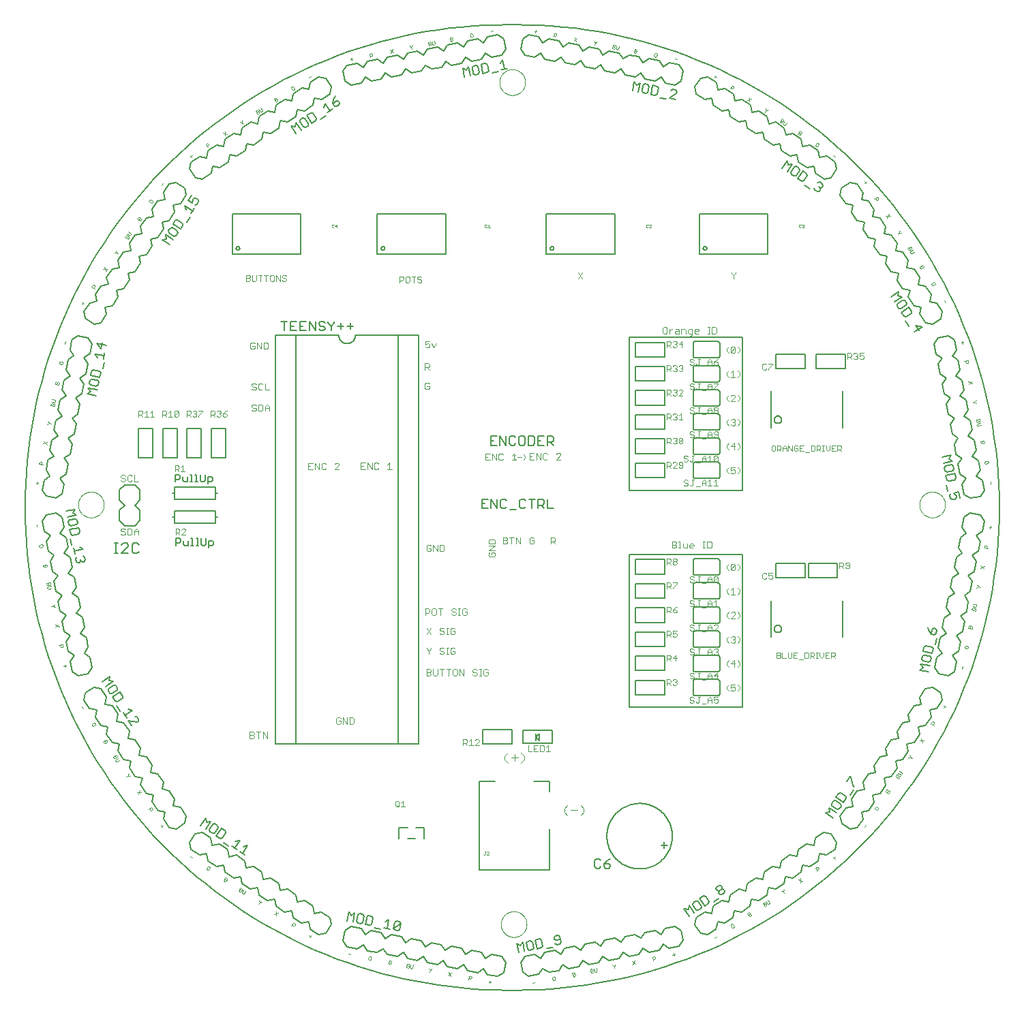
<source format=gto>
G75*
%MOIN*%
%OFA0B0*%
%FSLAX25Y25*%
%IPPOS*%
%LPD*%
%AMOC8*
5,1,8,0,0,1.08239X$1,22.5*
%
%ADD10C,0.00600*%
%ADD11C,0.00000*%
%ADD12C,0.00300*%
%ADD13C,0.00200*%
%ADD14C,0.00400*%
%ADD15C,0.00800*%
%ADD16C,0.00500*%
%ADD17C,0.00100*%
D10*
X0123780Y0121772D02*
X0133780Y0121772D01*
X0133780Y0321772D01*
X0154780Y0321772D01*
X0154782Y0321646D01*
X0154788Y0321521D01*
X0154798Y0321396D01*
X0154812Y0321271D01*
X0154829Y0321146D01*
X0154851Y0321022D01*
X0154876Y0320899D01*
X0154906Y0320777D01*
X0154939Y0320656D01*
X0154976Y0320536D01*
X0155016Y0320417D01*
X0155061Y0320300D01*
X0155109Y0320183D01*
X0155161Y0320069D01*
X0155216Y0319956D01*
X0155275Y0319845D01*
X0155337Y0319736D01*
X0155403Y0319629D01*
X0155472Y0319524D01*
X0155544Y0319421D01*
X0155619Y0319320D01*
X0155698Y0319222D01*
X0155780Y0319127D01*
X0155864Y0319034D01*
X0155952Y0318944D01*
X0156042Y0318856D01*
X0156135Y0318772D01*
X0156230Y0318690D01*
X0156328Y0318611D01*
X0156429Y0318536D01*
X0156532Y0318464D01*
X0156637Y0318395D01*
X0156744Y0318329D01*
X0156853Y0318267D01*
X0156964Y0318208D01*
X0157077Y0318153D01*
X0157191Y0318101D01*
X0157308Y0318053D01*
X0157425Y0318008D01*
X0157544Y0317968D01*
X0157664Y0317931D01*
X0157785Y0317898D01*
X0157907Y0317868D01*
X0158030Y0317843D01*
X0158154Y0317821D01*
X0158279Y0317804D01*
X0158404Y0317790D01*
X0158529Y0317780D01*
X0158654Y0317774D01*
X0158780Y0317772D01*
X0158906Y0317774D01*
X0159031Y0317780D01*
X0159156Y0317790D01*
X0159281Y0317804D01*
X0159406Y0317821D01*
X0159530Y0317843D01*
X0159653Y0317868D01*
X0159775Y0317898D01*
X0159896Y0317931D01*
X0160016Y0317968D01*
X0160135Y0318008D01*
X0160252Y0318053D01*
X0160369Y0318101D01*
X0160483Y0318153D01*
X0160596Y0318208D01*
X0160707Y0318267D01*
X0160816Y0318329D01*
X0160923Y0318395D01*
X0161028Y0318464D01*
X0161131Y0318536D01*
X0161232Y0318611D01*
X0161330Y0318690D01*
X0161425Y0318772D01*
X0161518Y0318856D01*
X0161608Y0318944D01*
X0161696Y0319034D01*
X0161780Y0319127D01*
X0161862Y0319222D01*
X0161941Y0319320D01*
X0162016Y0319421D01*
X0162088Y0319524D01*
X0162157Y0319629D01*
X0162223Y0319736D01*
X0162285Y0319845D01*
X0162344Y0319956D01*
X0162399Y0320069D01*
X0162451Y0320183D01*
X0162499Y0320300D01*
X0162544Y0320417D01*
X0162584Y0320536D01*
X0162621Y0320656D01*
X0162654Y0320777D01*
X0162684Y0320899D01*
X0162709Y0321022D01*
X0162731Y0321146D01*
X0162748Y0321271D01*
X0162762Y0321396D01*
X0162772Y0321521D01*
X0162778Y0321646D01*
X0162780Y0321772D01*
X0183780Y0321772D01*
X0183780Y0121772D01*
X0133780Y0121772D01*
X0123780Y0121772D02*
X0123780Y0321772D01*
X0133780Y0321772D01*
X0183780Y0321772D02*
X0193780Y0321772D01*
X0193780Y0121772D01*
X0183780Y0121772D01*
X0184086Y0080770D02*
X0188254Y0080770D01*
X0184086Y0080770D02*
X0184086Y0075602D01*
X0188558Y0075570D02*
X0191939Y0075570D01*
X0196467Y0075602D02*
X0196467Y0080770D01*
X0192495Y0080770D01*
X0237520Y0001300D02*
X0241457Y0001300D01*
X0312292Y0072194D02*
X0315292Y0072194D01*
X0313792Y0073694D02*
X0313792Y0070694D01*
X0285792Y0076694D02*
X0285797Y0077087D01*
X0285811Y0077479D01*
X0285835Y0077871D01*
X0285869Y0078262D01*
X0285912Y0078653D01*
X0285965Y0079042D01*
X0286028Y0079429D01*
X0286099Y0079815D01*
X0286181Y0080200D01*
X0286271Y0080582D01*
X0286372Y0080961D01*
X0286481Y0081339D01*
X0286600Y0081713D01*
X0286727Y0082084D01*
X0286864Y0082452D01*
X0287010Y0082817D01*
X0287165Y0083178D01*
X0287328Y0083535D01*
X0287500Y0083888D01*
X0287681Y0084236D01*
X0287871Y0084580D01*
X0288068Y0084920D01*
X0288274Y0085254D01*
X0288488Y0085583D01*
X0288711Y0085907D01*
X0288941Y0086225D01*
X0289178Y0086538D01*
X0289424Y0086844D01*
X0289677Y0087145D01*
X0289937Y0087439D01*
X0290204Y0087727D01*
X0290478Y0088008D01*
X0290759Y0088282D01*
X0291047Y0088549D01*
X0291341Y0088809D01*
X0291642Y0089062D01*
X0291948Y0089308D01*
X0292261Y0089545D01*
X0292579Y0089775D01*
X0292903Y0089998D01*
X0293232Y0090212D01*
X0293566Y0090418D01*
X0293906Y0090615D01*
X0294250Y0090805D01*
X0294598Y0090986D01*
X0294951Y0091158D01*
X0295308Y0091321D01*
X0295669Y0091476D01*
X0296034Y0091622D01*
X0296402Y0091759D01*
X0296773Y0091886D01*
X0297147Y0092005D01*
X0297525Y0092114D01*
X0297904Y0092215D01*
X0298286Y0092305D01*
X0298671Y0092387D01*
X0299057Y0092458D01*
X0299444Y0092521D01*
X0299833Y0092574D01*
X0300224Y0092617D01*
X0300615Y0092651D01*
X0301007Y0092675D01*
X0301399Y0092689D01*
X0301792Y0092694D01*
X0302185Y0092689D01*
X0302577Y0092675D01*
X0302969Y0092651D01*
X0303360Y0092617D01*
X0303751Y0092574D01*
X0304140Y0092521D01*
X0304527Y0092458D01*
X0304913Y0092387D01*
X0305298Y0092305D01*
X0305680Y0092215D01*
X0306059Y0092114D01*
X0306437Y0092005D01*
X0306811Y0091886D01*
X0307182Y0091759D01*
X0307550Y0091622D01*
X0307915Y0091476D01*
X0308276Y0091321D01*
X0308633Y0091158D01*
X0308986Y0090986D01*
X0309334Y0090805D01*
X0309678Y0090615D01*
X0310018Y0090418D01*
X0310352Y0090212D01*
X0310681Y0089998D01*
X0311005Y0089775D01*
X0311323Y0089545D01*
X0311636Y0089308D01*
X0311942Y0089062D01*
X0312243Y0088809D01*
X0312537Y0088549D01*
X0312825Y0088282D01*
X0313106Y0088008D01*
X0313380Y0087727D01*
X0313647Y0087439D01*
X0313907Y0087145D01*
X0314160Y0086844D01*
X0314406Y0086538D01*
X0314643Y0086225D01*
X0314873Y0085907D01*
X0315096Y0085583D01*
X0315310Y0085254D01*
X0315516Y0084920D01*
X0315713Y0084580D01*
X0315903Y0084236D01*
X0316084Y0083888D01*
X0316256Y0083535D01*
X0316419Y0083178D01*
X0316574Y0082817D01*
X0316720Y0082452D01*
X0316857Y0082084D01*
X0316984Y0081713D01*
X0317103Y0081339D01*
X0317212Y0080961D01*
X0317313Y0080582D01*
X0317403Y0080200D01*
X0317485Y0079815D01*
X0317556Y0079429D01*
X0317619Y0079042D01*
X0317672Y0078653D01*
X0317715Y0078262D01*
X0317749Y0077871D01*
X0317773Y0077479D01*
X0317787Y0077087D01*
X0317792Y0076694D01*
X0317787Y0076301D01*
X0317773Y0075909D01*
X0317749Y0075517D01*
X0317715Y0075126D01*
X0317672Y0074735D01*
X0317619Y0074346D01*
X0317556Y0073959D01*
X0317485Y0073573D01*
X0317403Y0073188D01*
X0317313Y0072806D01*
X0317212Y0072427D01*
X0317103Y0072049D01*
X0316984Y0071675D01*
X0316857Y0071304D01*
X0316720Y0070936D01*
X0316574Y0070571D01*
X0316419Y0070210D01*
X0316256Y0069853D01*
X0316084Y0069500D01*
X0315903Y0069152D01*
X0315713Y0068808D01*
X0315516Y0068468D01*
X0315310Y0068134D01*
X0315096Y0067805D01*
X0314873Y0067481D01*
X0314643Y0067163D01*
X0314406Y0066850D01*
X0314160Y0066544D01*
X0313907Y0066243D01*
X0313647Y0065949D01*
X0313380Y0065661D01*
X0313106Y0065380D01*
X0312825Y0065106D01*
X0312537Y0064839D01*
X0312243Y0064579D01*
X0311942Y0064326D01*
X0311636Y0064080D01*
X0311323Y0063843D01*
X0311005Y0063613D01*
X0310681Y0063390D01*
X0310352Y0063176D01*
X0310018Y0062970D01*
X0309678Y0062773D01*
X0309334Y0062583D01*
X0308986Y0062402D01*
X0308633Y0062230D01*
X0308276Y0062067D01*
X0307915Y0061912D01*
X0307550Y0061766D01*
X0307182Y0061629D01*
X0306811Y0061502D01*
X0306437Y0061383D01*
X0306059Y0061274D01*
X0305680Y0061173D01*
X0305298Y0061083D01*
X0304913Y0061001D01*
X0304527Y0060930D01*
X0304140Y0060867D01*
X0303751Y0060814D01*
X0303360Y0060771D01*
X0302969Y0060737D01*
X0302577Y0060713D01*
X0302185Y0060699D01*
X0301792Y0060694D01*
X0301399Y0060699D01*
X0301007Y0060713D01*
X0300615Y0060737D01*
X0300224Y0060771D01*
X0299833Y0060814D01*
X0299444Y0060867D01*
X0299057Y0060930D01*
X0298671Y0061001D01*
X0298286Y0061083D01*
X0297904Y0061173D01*
X0297525Y0061274D01*
X0297147Y0061383D01*
X0296773Y0061502D01*
X0296402Y0061629D01*
X0296034Y0061766D01*
X0295669Y0061912D01*
X0295308Y0062067D01*
X0294951Y0062230D01*
X0294598Y0062402D01*
X0294250Y0062583D01*
X0293906Y0062773D01*
X0293566Y0062970D01*
X0293232Y0063176D01*
X0292903Y0063390D01*
X0292579Y0063613D01*
X0292261Y0063843D01*
X0291948Y0064080D01*
X0291642Y0064326D01*
X0291341Y0064579D01*
X0291047Y0064839D01*
X0290759Y0065106D01*
X0290478Y0065380D01*
X0290204Y0065661D01*
X0289937Y0065949D01*
X0289677Y0066243D01*
X0289424Y0066544D01*
X0289178Y0066850D01*
X0288941Y0067163D01*
X0288711Y0067481D01*
X0288488Y0067805D01*
X0288274Y0068134D01*
X0288068Y0068468D01*
X0287871Y0068808D01*
X0287681Y0069152D01*
X0287500Y0069500D01*
X0287328Y0069853D01*
X0287165Y0070210D01*
X0287010Y0070571D01*
X0286864Y0070936D01*
X0286727Y0071304D01*
X0286600Y0071675D01*
X0286481Y0072049D01*
X0286372Y0072427D01*
X0286271Y0072806D01*
X0286181Y0073188D01*
X0286099Y0073573D01*
X0286028Y0073959D01*
X0285965Y0074346D01*
X0285912Y0074735D01*
X0285869Y0075126D01*
X0285835Y0075517D01*
X0285811Y0075909D01*
X0285797Y0076301D01*
X0285792Y0076694D01*
X0296871Y0139686D02*
X0296871Y0214489D01*
X0351989Y0214489D01*
X0351989Y0139686D01*
X0296871Y0139686D01*
X0327969Y0146430D02*
X0327969Y0152430D01*
X0327971Y0152490D01*
X0327976Y0152551D01*
X0327985Y0152610D01*
X0327998Y0152669D01*
X0328014Y0152728D01*
X0328034Y0152785D01*
X0328057Y0152840D01*
X0328084Y0152895D01*
X0328113Y0152947D01*
X0328146Y0152998D01*
X0328182Y0153047D01*
X0328220Y0153093D01*
X0328262Y0153137D01*
X0328306Y0153179D01*
X0328352Y0153217D01*
X0328401Y0153253D01*
X0328452Y0153286D01*
X0328504Y0153315D01*
X0328559Y0153342D01*
X0328614Y0153365D01*
X0328671Y0153385D01*
X0328730Y0153401D01*
X0328789Y0153414D01*
X0328848Y0153423D01*
X0328909Y0153428D01*
X0328969Y0153430D01*
X0339969Y0153430D01*
X0340029Y0153428D01*
X0340090Y0153423D01*
X0340149Y0153414D01*
X0340208Y0153401D01*
X0340267Y0153385D01*
X0340324Y0153365D01*
X0340379Y0153342D01*
X0340434Y0153315D01*
X0340486Y0153286D01*
X0340537Y0153253D01*
X0340586Y0153217D01*
X0340632Y0153179D01*
X0340676Y0153137D01*
X0340718Y0153093D01*
X0340756Y0153047D01*
X0340792Y0152998D01*
X0340825Y0152947D01*
X0340854Y0152895D01*
X0340881Y0152840D01*
X0340904Y0152785D01*
X0340924Y0152728D01*
X0340940Y0152669D01*
X0340953Y0152610D01*
X0340962Y0152551D01*
X0340967Y0152490D01*
X0340969Y0152430D01*
X0340969Y0146430D01*
X0340967Y0146370D01*
X0340962Y0146309D01*
X0340953Y0146250D01*
X0340940Y0146191D01*
X0340924Y0146132D01*
X0340904Y0146075D01*
X0340881Y0146020D01*
X0340854Y0145965D01*
X0340825Y0145913D01*
X0340792Y0145862D01*
X0340756Y0145813D01*
X0340718Y0145767D01*
X0340676Y0145723D01*
X0340632Y0145681D01*
X0340586Y0145643D01*
X0340537Y0145607D01*
X0340486Y0145574D01*
X0340434Y0145545D01*
X0340379Y0145518D01*
X0340324Y0145495D01*
X0340267Y0145475D01*
X0340208Y0145459D01*
X0340149Y0145446D01*
X0340090Y0145437D01*
X0340029Y0145432D01*
X0339969Y0145430D01*
X0328969Y0145430D01*
X0328909Y0145432D01*
X0328848Y0145437D01*
X0328789Y0145446D01*
X0328730Y0145459D01*
X0328671Y0145475D01*
X0328614Y0145495D01*
X0328559Y0145518D01*
X0328504Y0145545D01*
X0328452Y0145574D01*
X0328401Y0145607D01*
X0328352Y0145643D01*
X0328306Y0145681D01*
X0328262Y0145723D01*
X0328220Y0145767D01*
X0328182Y0145813D01*
X0328146Y0145862D01*
X0328113Y0145913D01*
X0328084Y0145965D01*
X0328057Y0146020D01*
X0328034Y0146075D01*
X0328014Y0146132D01*
X0327998Y0146191D01*
X0327985Y0146250D01*
X0327976Y0146309D01*
X0327971Y0146370D01*
X0327969Y0146430D01*
X0328969Y0157241D02*
X0339969Y0157241D01*
X0340029Y0157243D01*
X0340090Y0157248D01*
X0340149Y0157257D01*
X0340208Y0157270D01*
X0340267Y0157286D01*
X0340324Y0157306D01*
X0340379Y0157329D01*
X0340434Y0157356D01*
X0340486Y0157385D01*
X0340537Y0157418D01*
X0340586Y0157454D01*
X0340632Y0157492D01*
X0340676Y0157534D01*
X0340718Y0157578D01*
X0340756Y0157624D01*
X0340792Y0157673D01*
X0340825Y0157724D01*
X0340854Y0157776D01*
X0340881Y0157831D01*
X0340904Y0157886D01*
X0340924Y0157943D01*
X0340940Y0158002D01*
X0340953Y0158061D01*
X0340962Y0158120D01*
X0340967Y0158181D01*
X0340969Y0158241D01*
X0340969Y0164241D01*
X0340967Y0164301D01*
X0340962Y0164362D01*
X0340953Y0164421D01*
X0340940Y0164480D01*
X0340924Y0164539D01*
X0340904Y0164596D01*
X0340881Y0164651D01*
X0340854Y0164706D01*
X0340825Y0164758D01*
X0340792Y0164809D01*
X0340756Y0164858D01*
X0340718Y0164904D01*
X0340676Y0164948D01*
X0340632Y0164990D01*
X0340586Y0165028D01*
X0340537Y0165064D01*
X0340486Y0165097D01*
X0340434Y0165126D01*
X0340379Y0165153D01*
X0340324Y0165176D01*
X0340267Y0165196D01*
X0340208Y0165212D01*
X0340149Y0165225D01*
X0340090Y0165234D01*
X0340029Y0165239D01*
X0339969Y0165241D01*
X0328969Y0165241D01*
X0328909Y0165239D01*
X0328848Y0165234D01*
X0328789Y0165225D01*
X0328730Y0165212D01*
X0328671Y0165196D01*
X0328614Y0165176D01*
X0328559Y0165153D01*
X0328504Y0165126D01*
X0328452Y0165097D01*
X0328401Y0165064D01*
X0328352Y0165028D01*
X0328306Y0164990D01*
X0328262Y0164948D01*
X0328220Y0164904D01*
X0328182Y0164858D01*
X0328146Y0164809D01*
X0328113Y0164758D01*
X0328084Y0164706D01*
X0328057Y0164651D01*
X0328034Y0164596D01*
X0328014Y0164539D01*
X0327998Y0164480D01*
X0327985Y0164421D01*
X0327976Y0164362D01*
X0327971Y0164301D01*
X0327969Y0164241D01*
X0327969Y0158241D01*
X0327971Y0158181D01*
X0327976Y0158120D01*
X0327985Y0158061D01*
X0327998Y0158002D01*
X0328014Y0157943D01*
X0328034Y0157886D01*
X0328057Y0157831D01*
X0328084Y0157776D01*
X0328113Y0157724D01*
X0328146Y0157673D01*
X0328182Y0157624D01*
X0328220Y0157578D01*
X0328262Y0157534D01*
X0328306Y0157492D01*
X0328352Y0157454D01*
X0328401Y0157418D01*
X0328452Y0157385D01*
X0328504Y0157356D01*
X0328559Y0157329D01*
X0328614Y0157306D01*
X0328671Y0157286D01*
X0328730Y0157270D01*
X0328789Y0157257D01*
X0328848Y0157248D01*
X0328909Y0157243D01*
X0328969Y0157241D01*
X0328969Y0169052D02*
X0339969Y0169052D01*
X0340029Y0169054D01*
X0340090Y0169059D01*
X0340149Y0169068D01*
X0340208Y0169081D01*
X0340267Y0169097D01*
X0340324Y0169117D01*
X0340379Y0169140D01*
X0340434Y0169167D01*
X0340486Y0169196D01*
X0340537Y0169229D01*
X0340586Y0169265D01*
X0340632Y0169303D01*
X0340676Y0169345D01*
X0340718Y0169389D01*
X0340756Y0169435D01*
X0340792Y0169484D01*
X0340825Y0169535D01*
X0340854Y0169587D01*
X0340881Y0169642D01*
X0340904Y0169697D01*
X0340924Y0169754D01*
X0340940Y0169813D01*
X0340953Y0169872D01*
X0340962Y0169931D01*
X0340967Y0169992D01*
X0340969Y0170052D01*
X0340969Y0176052D01*
X0340967Y0176112D01*
X0340962Y0176173D01*
X0340953Y0176232D01*
X0340940Y0176291D01*
X0340924Y0176350D01*
X0340904Y0176407D01*
X0340881Y0176462D01*
X0340854Y0176517D01*
X0340825Y0176569D01*
X0340792Y0176620D01*
X0340756Y0176669D01*
X0340718Y0176715D01*
X0340676Y0176759D01*
X0340632Y0176801D01*
X0340586Y0176839D01*
X0340537Y0176875D01*
X0340486Y0176908D01*
X0340434Y0176937D01*
X0340379Y0176964D01*
X0340324Y0176987D01*
X0340267Y0177007D01*
X0340208Y0177023D01*
X0340149Y0177036D01*
X0340090Y0177045D01*
X0340029Y0177050D01*
X0339969Y0177052D01*
X0328969Y0177052D01*
X0328909Y0177050D01*
X0328848Y0177045D01*
X0328789Y0177036D01*
X0328730Y0177023D01*
X0328671Y0177007D01*
X0328614Y0176987D01*
X0328559Y0176964D01*
X0328504Y0176937D01*
X0328452Y0176908D01*
X0328401Y0176875D01*
X0328352Y0176839D01*
X0328306Y0176801D01*
X0328262Y0176759D01*
X0328220Y0176715D01*
X0328182Y0176669D01*
X0328146Y0176620D01*
X0328113Y0176569D01*
X0328084Y0176517D01*
X0328057Y0176462D01*
X0328034Y0176407D01*
X0328014Y0176350D01*
X0327998Y0176291D01*
X0327985Y0176232D01*
X0327976Y0176173D01*
X0327971Y0176112D01*
X0327969Y0176052D01*
X0327969Y0170052D01*
X0327971Y0169992D01*
X0327976Y0169931D01*
X0327985Y0169872D01*
X0327998Y0169813D01*
X0328014Y0169754D01*
X0328034Y0169697D01*
X0328057Y0169642D01*
X0328084Y0169587D01*
X0328113Y0169535D01*
X0328146Y0169484D01*
X0328182Y0169435D01*
X0328220Y0169389D01*
X0328262Y0169345D01*
X0328306Y0169303D01*
X0328352Y0169265D01*
X0328401Y0169229D01*
X0328452Y0169196D01*
X0328504Y0169167D01*
X0328559Y0169140D01*
X0328614Y0169117D01*
X0328671Y0169097D01*
X0328730Y0169081D01*
X0328789Y0169068D01*
X0328848Y0169059D01*
X0328909Y0169054D01*
X0328969Y0169052D01*
X0328969Y0180863D02*
X0339969Y0180863D01*
X0340029Y0180865D01*
X0340090Y0180870D01*
X0340149Y0180879D01*
X0340208Y0180892D01*
X0340267Y0180908D01*
X0340324Y0180928D01*
X0340379Y0180951D01*
X0340434Y0180978D01*
X0340486Y0181007D01*
X0340537Y0181040D01*
X0340586Y0181076D01*
X0340632Y0181114D01*
X0340676Y0181156D01*
X0340718Y0181200D01*
X0340756Y0181246D01*
X0340792Y0181295D01*
X0340825Y0181346D01*
X0340854Y0181398D01*
X0340881Y0181453D01*
X0340904Y0181508D01*
X0340924Y0181565D01*
X0340940Y0181624D01*
X0340953Y0181683D01*
X0340962Y0181742D01*
X0340967Y0181803D01*
X0340969Y0181863D01*
X0340969Y0187863D01*
X0340967Y0187923D01*
X0340962Y0187984D01*
X0340953Y0188043D01*
X0340940Y0188102D01*
X0340924Y0188161D01*
X0340904Y0188218D01*
X0340881Y0188273D01*
X0340854Y0188328D01*
X0340825Y0188380D01*
X0340792Y0188431D01*
X0340756Y0188480D01*
X0340718Y0188526D01*
X0340676Y0188570D01*
X0340632Y0188612D01*
X0340586Y0188650D01*
X0340537Y0188686D01*
X0340486Y0188719D01*
X0340434Y0188748D01*
X0340379Y0188775D01*
X0340324Y0188798D01*
X0340267Y0188818D01*
X0340208Y0188834D01*
X0340149Y0188847D01*
X0340090Y0188856D01*
X0340029Y0188861D01*
X0339969Y0188863D01*
X0328969Y0188863D01*
X0328909Y0188861D01*
X0328848Y0188856D01*
X0328789Y0188847D01*
X0328730Y0188834D01*
X0328671Y0188818D01*
X0328614Y0188798D01*
X0328559Y0188775D01*
X0328504Y0188748D01*
X0328452Y0188719D01*
X0328401Y0188686D01*
X0328352Y0188650D01*
X0328306Y0188612D01*
X0328262Y0188570D01*
X0328220Y0188526D01*
X0328182Y0188480D01*
X0328146Y0188431D01*
X0328113Y0188380D01*
X0328084Y0188328D01*
X0328057Y0188273D01*
X0328034Y0188218D01*
X0328014Y0188161D01*
X0327998Y0188102D01*
X0327985Y0188043D01*
X0327976Y0187984D01*
X0327971Y0187923D01*
X0327969Y0187863D01*
X0327969Y0181863D01*
X0327971Y0181803D01*
X0327976Y0181742D01*
X0327985Y0181683D01*
X0327998Y0181624D01*
X0328014Y0181565D01*
X0328034Y0181508D01*
X0328057Y0181453D01*
X0328084Y0181398D01*
X0328113Y0181346D01*
X0328146Y0181295D01*
X0328182Y0181246D01*
X0328220Y0181200D01*
X0328262Y0181156D01*
X0328306Y0181114D01*
X0328352Y0181076D01*
X0328401Y0181040D01*
X0328452Y0181007D01*
X0328504Y0180978D01*
X0328559Y0180951D01*
X0328614Y0180928D01*
X0328671Y0180908D01*
X0328730Y0180892D01*
X0328789Y0180879D01*
X0328848Y0180870D01*
X0328909Y0180865D01*
X0328969Y0180863D01*
X0328969Y0192674D02*
X0339969Y0192674D01*
X0340029Y0192676D01*
X0340090Y0192681D01*
X0340149Y0192690D01*
X0340208Y0192703D01*
X0340267Y0192719D01*
X0340324Y0192739D01*
X0340379Y0192762D01*
X0340434Y0192789D01*
X0340486Y0192818D01*
X0340537Y0192851D01*
X0340586Y0192887D01*
X0340632Y0192925D01*
X0340676Y0192967D01*
X0340718Y0193011D01*
X0340756Y0193057D01*
X0340792Y0193106D01*
X0340825Y0193157D01*
X0340854Y0193209D01*
X0340881Y0193264D01*
X0340904Y0193319D01*
X0340924Y0193376D01*
X0340940Y0193435D01*
X0340953Y0193494D01*
X0340962Y0193553D01*
X0340967Y0193614D01*
X0340969Y0193674D01*
X0340969Y0199674D01*
X0340967Y0199734D01*
X0340962Y0199795D01*
X0340953Y0199854D01*
X0340940Y0199913D01*
X0340924Y0199972D01*
X0340904Y0200029D01*
X0340881Y0200084D01*
X0340854Y0200139D01*
X0340825Y0200191D01*
X0340792Y0200242D01*
X0340756Y0200291D01*
X0340718Y0200337D01*
X0340676Y0200381D01*
X0340632Y0200423D01*
X0340586Y0200461D01*
X0340537Y0200497D01*
X0340486Y0200530D01*
X0340434Y0200559D01*
X0340379Y0200586D01*
X0340324Y0200609D01*
X0340267Y0200629D01*
X0340208Y0200645D01*
X0340149Y0200658D01*
X0340090Y0200667D01*
X0340029Y0200672D01*
X0339969Y0200674D01*
X0328969Y0200674D01*
X0328909Y0200672D01*
X0328848Y0200667D01*
X0328789Y0200658D01*
X0328730Y0200645D01*
X0328671Y0200629D01*
X0328614Y0200609D01*
X0328559Y0200586D01*
X0328504Y0200559D01*
X0328452Y0200530D01*
X0328401Y0200497D01*
X0328352Y0200461D01*
X0328306Y0200423D01*
X0328262Y0200381D01*
X0328220Y0200337D01*
X0328182Y0200291D01*
X0328146Y0200242D01*
X0328113Y0200191D01*
X0328084Y0200139D01*
X0328057Y0200084D01*
X0328034Y0200029D01*
X0328014Y0199972D01*
X0327998Y0199913D01*
X0327985Y0199854D01*
X0327976Y0199795D01*
X0327971Y0199734D01*
X0327969Y0199674D01*
X0327969Y0193674D01*
X0327971Y0193614D01*
X0327976Y0193553D01*
X0327985Y0193494D01*
X0327998Y0193435D01*
X0328014Y0193376D01*
X0328034Y0193319D01*
X0328057Y0193264D01*
X0328084Y0193209D01*
X0328113Y0193157D01*
X0328146Y0193106D01*
X0328182Y0193057D01*
X0328220Y0193011D01*
X0328262Y0192967D01*
X0328306Y0192925D01*
X0328352Y0192887D01*
X0328401Y0192851D01*
X0328452Y0192818D01*
X0328504Y0192789D01*
X0328559Y0192762D01*
X0328614Y0192739D01*
X0328671Y0192719D01*
X0328730Y0192703D01*
X0328789Y0192690D01*
X0328848Y0192681D01*
X0328909Y0192676D01*
X0328969Y0192674D01*
X0328969Y0204485D02*
X0339969Y0204485D01*
X0340029Y0204487D01*
X0340090Y0204492D01*
X0340149Y0204501D01*
X0340208Y0204514D01*
X0340267Y0204530D01*
X0340324Y0204550D01*
X0340379Y0204573D01*
X0340434Y0204600D01*
X0340486Y0204629D01*
X0340537Y0204662D01*
X0340586Y0204698D01*
X0340632Y0204736D01*
X0340676Y0204778D01*
X0340718Y0204822D01*
X0340756Y0204868D01*
X0340792Y0204917D01*
X0340825Y0204968D01*
X0340854Y0205020D01*
X0340881Y0205075D01*
X0340904Y0205130D01*
X0340924Y0205187D01*
X0340940Y0205246D01*
X0340953Y0205305D01*
X0340962Y0205364D01*
X0340967Y0205425D01*
X0340969Y0205485D01*
X0340969Y0211485D01*
X0340967Y0211545D01*
X0340962Y0211606D01*
X0340953Y0211665D01*
X0340940Y0211724D01*
X0340924Y0211783D01*
X0340904Y0211840D01*
X0340881Y0211895D01*
X0340854Y0211950D01*
X0340825Y0212002D01*
X0340792Y0212053D01*
X0340756Y0212102D01*
X0340718Y0212148D01*
X0340676Y0212192D01*
X0340632Y0212234D01*
X0340586Y0212272D01*
X0340537Y0212308D01*
X0340486Y0212341D01*
X0340434Y0212370D01*
X0340379Y0212397D01*
X0340324Y0212420D01*
X0340267Y0212440D01*
X0340208Y0212456D01*
X0340149Y0212469D01*
X0340090Y0212478D01*
X0340029Y0212483D01*
X0339969Y0212485D01*
X0328969Y0212485D01*
X0328909Y0212483D01*
X0328848Y0212478D01*
X0328789Y0212469D01*
X0328730Y0212456D01*
X0328671Y0212440D01*
X0328614Y0212420D01*
X0328559Y0212397D01*
X0328504Y0212370D01*
X0328452Y0212341D01*
X0328401Y0212308D01*
X0328352Y0212272D01*
X0328306Y0212234D01*
X0328262Y0212192D01*
X0328220Y0212148D01*
X0328182Y0212102D01*
X0328146Y0212053D01*
X0328113Y0212002D01*
X0328084Y0211950D01*
X0328057Y0211895D01*
X0328034Y0211840D01*
X0328014Y0211783D01*
X0327998Y0211724D01*
X0327985Y0211665D01*
X0327976Y0211606D01*
X0327971Y0211545D01*
X0327969Y0211485D01*
X0327969Y0205485D01*
X0327971Y0205425D01*
X0327976Y0205364D01*
X0327985Y0205305D01*
X0327998Y0205246D01*
X0328014Y0205187D01*
X0328034Y0205130D01*
X0328057Y0205075D01*
X0328084Y0205020D01*
X0328113Y0204968D01*
X0328146Y0204917D01*
X0328182Y0204868D01*
X0328220Y0204822D01*
X0328262Y0204778D01*
X0328306Y0204736D01*
X0328352Y0204698D01*
X0328401Y0204662D01*
X0328452Y0204629D01*
X0328504Y0204600D01*
X0328559Y0204573D01*
X0328614Y0204550D01*
X0328671Y0204530D01*
X0328730Y0204514D01*
X0328789Y0204501D01*
X0328848Y0204492D01*
X0328909Y0204487D01*
X0328969Y0204485D01*
X0365908Y0191980D02*
X0365908Y0174006D01*
X0367608Y0178193D02*
X0367610Y0178277D01*
X0367616Y0178362D01*
X0367626Y0178445D01*
X0367640Y0178529D01*
X0367657Y0178611D01*
X0367679Y0178693D01*
X0367704Y0178773D01*
X0367733Y0178852D01*
X0367766Y0178930D01*
X0367802Y0179006D01*
X0367842Y0179081D01*
X0367886Y0179153D01*
X0367932Y0179224D01*
X0367982Y0179292D01*
X0368035Y0179357D01*
X0368091Y0179420D01*
X0368150Y0179481D01*
X0368212Y0179538D01*
X0368276Y0179593D01*
X0368343Y0179644D01*
X0368412Y0179693D01*
X0368484Y0179738D01*
X0368557Y0179779D01*
X0368632Y0179817D01*
X0368709Y0179852D01*
X0368788Y0179883D01*
X0368868Y0179910D01*
X0368949Y0179933D01*
X0369031Y0179953D01*
X0369114Y0179969D01*
X0369197Y0179981D01*
X0369282Y0179989D01*
X0369366Y0179993D01*
X0369450Y0179993D01*
X0369534Y0179989D01*
X0369619Y0179981D01*
X0369702Y0179969D01*
X0369785Y0179953D01*
X0369867Y0179933D01*
X0369948Y0179910D01*
X0370028Y0179883D01*
X0370107Y0179852D01*
X0370184Y0179817D01*
X0370259Y0179779D01*
X0370332Y0179738D01*
X0370404Y0179693D01*
X0370473Y0179644D01*
X0370540Y0179593D01*
X0370604Y0179538D01*
X0370666Y0179481D01*
X0370725Y0179420D01*
X0370781Y0179357D01*
X0370834Y0179292D01*
X0370884Y0179224D01*
X0370930Y0179153D01*
X0370974Y0179081D01*
X0371014Y0179006D01*
X0371050Y0178930D01*
X0371083Y0178852D01*
X0371112Y0178773D01*
X0371137Y0178693D01*
X0371159Y0178611D01*
X0371176Y0178529D01*
X0371190Y0178445D01*
X0371200Y0178362D01*
X0371206Y0178277D01*
X0371208Y0178193D01*
X0371206Y0178109D01*
X0371200Y0178024D01*
X0371190Y0177941D01*
X0371176Y0177857D01*
X0371159Y0177775D01*
X0371137Y0177693D01*
X0371112Y0177613D01*
X0371083Y0177534D01*
X0371050Y0177456D01*
X0371014Y0177380D01*
X0370974Y0177305D01*
X0370930Y0177233D01*
X0370884Y0177162D01*
X0370834Y0177094D01*
X0370781Y0177029D01*
X0370725Y0176966D01*
X0370666Y0176905D01*
X0370604Y0176848D01*
X0370540Y0176793D01*
X0370473Y0176742D01*
X0370404Y0176693D01*
X0370332Y0176648D01*
X0370259Y0176607D01*
X0370184Y0176569D01*
X0370107Y0176534D01*
X0370028Y0176503D01*
X0369948Y0176476D01*
X0369867Y0176453D01*
X0369785Y0176433D01*
X0369702Y0176417D01*
X0369619Y0176405D01*
X0369534Y0176397D01*
X0369450Y0176393D01*
X0369366Y0176393D01*
X0369282Y0176397D01*
X0369197Y0176405D01*
X0369114Y0176417D01*
X0369031Y0176433D01*
X0368949Y0176453D01*
X0368868Y0176476D01*
X0368788Y0176503D01*
X0368709Y0176534D01*
X0368632Y0176569D01*
X0368557Y0176607D01*
X0368484Y0176648D01*
X0368412Y0176693D01*
X0368343Y0176742D01*
X0368276Y0176793D01*
X0368212Y0176848D01*
X0368150Y0176905D01*
X0368091Y0176966D01*
X0368035Y0177029D01*
X0367982Y0177094D01*
X0367932Y0177162D01*
X0367886Y0177233D01*
X0367842Y0177305D01*
X0367802Y0177380D01*
X0367766Y0177456D01*
X0367733Y0177534D01*
X0367704Y0177613D01*
X0367679Y0177693D01*
X0367657Y0177775D01*
X0367640Y0177857D01*
X0367626Y0177941D01*
X0367616Y0178024D01*
X0367610Y0178109D01*
X0367608Y0178193D01*
X0401062Y0174006D02*
X0401062Y0191980D01*
X0351989Y0245985D02*
X0351989Y0320788D01*
X0296871Y0320788D01*
X0296871Y0245985D01*
X0351989Y0245985D01*
X0340969Y0252729D02*
X0340969Y0258729D01*
X0340967Y0258789D01*
X0340962Y0258850D01*
X0340953Y0258909D01*
X0340940Y0258968D01*
X0340924Y0259027D01*
X0340904Y0259084D01*
X0340881Y0259139D01*
X0340854Y0259194D01*
X0340825Y0259246D01*
X0340792Y0259297D01*
X0340756Y0259346D01*
X0340718Y0259392D01*
X0340676Y0259436D01*
X0340632Y0259478D01*
X0340586Y0259516D01*
X0340537Y0259552D01*
X0340486Y0259585D01*
X0340434Y0259614D01*
X0340379Y0259641D01*
X0340324Y0259664D01*
X0340267Y0259684D01*
X0340208Y0259700D01*
X0340149Y0259713D01*
X0340090Y0259722D01*
X0340029Y0259727D01*
X0339969Y0259729D01*
X0328969Y0259729D01*
X0328909Y0259727D01*
X0328848Y0259722D01*
X0328789Y0259713D01*
X0328730Y0259700D01*
X0328671Y0259684D01*
X0328614Y0259664D01*
X0328559Y0259641D01*
X0328504Y0259614D01*
X0328452Y0259585D01*
X0328401Y0259552D01*
X0328352Y0259516D01*
X0328306Y0259478D01*
X0328262Y0259436D01*
X0328220Y0259392D01*
X0328182Y0259346D01*
X0328146Y0259297D01*
X0328113Y0259246D01*
X0328084Y0259194D01*
X0328057Y0259139D01*
X0328034Y0259084D01*
X0328014Y0259027D01*
X0327998Y0258968D01*
X0327985Y0258909D01*
X0327976Y0258850D01*
X0327971Y0258789D01*
X0327969Y0258729D01*
X0327969Y0252729D01*
X0327971Y0252669D01*
X0327976Y0252608D01*
X0327985Y0252549D01*
X0327998Y0252490D01*
X0328014Y0252431D01*
X0328034Y0252374D01*
X0328057Y0252319D01*
X0328084Y0252264D01*
X0328113Y0252212D01*
X0328146Y0252161D01*
X0328182Y0252112D01*
X0328220Y0252066D01*
X0328262Y0252022D01*
X0328306Y0251980D01*
X0328352Y0251942D01*
X0328401Y0251906D01*
X0328452Y0251873D01*
X0328504Y0251844D01*
X0328559Y0251817D01*
X0328614Y0251794D01*
X0328671Y0251774D01*
X0328730Y0251758D01*
X0328789Y0251745D01*
X0328848Y0251736D01*
X0328909Y0251731D01*
X0328969Y0251729D01*
X0339969Y0251729D01*
X0340029Y0251731D01*
X0340090Y0251736D01*
X0340149Y0251745D01*
X0340208Y0251758D01*
X0340267Y0251774D01*
X0340324Y0251794D01*
X0340379Y0251817D01*
X0340434Y0251844D01*
X0340486Y0251873D01*
X0340537Y0251906D01*
X0340586Y0251942D01*
X0340632Y0251980D01*
X0340676Y0252022D01*
X0340718Y0252066D01*
X0340756Y0252112D01*
X0340792Y0252161D01*
X0340825Y0252212D01*
X0340854Y0252264D01*
X0340881Y0252319D01*
X0340904Y0252374D01*
X0340924Y0252431D01*
X0340940Y0252490D01*
X0340953Y0252549D01*
X0340962Y0252608D01*
X0340967Y0252669D01*
X0340969Y0252729D01*
X0339969Y0263540D02*
X0328969Y0263540D01*
X0328909Y0263542D01*
X0328848Y0263547D01*
X0328789Y0263556D01*
X0328730Y0263569D01*
X0328671Y0263585D01*
X0328614Y0263605D01*
X0328559Y0263628D01*
X0328504Y0263655D01*
X0328452Y0263684D01*
X0328401Y0263717D01*
X0328352Y0263753D01*
X0328306Y0263791D01*
X0328262Y0263833D01*
X0328220Y0263877D01*
X0328182Y0263923D01*
X0328146Y0263972D01*
X0328113Y0264023D01*
X0328084Y0264075D01*
X0328057Y0264130D01*
X0328034Y0264185D01*
X0328014Y0264242D01*
X0327998Y0264301D01*
X0327985Y0264360D01*
X0327976Y0264419D01*
X0327971Y0264480D01*
X0327969Y0264540D01*
X0327969Y0270540D01*
X0327971Y0270600D01*
X0327976Y0270661D01*
X0327985Y0270720D01*
X0327998Y0270779D01*
X0328014Y0270838D01*
X0328034Y0270895D01*
X0328057Y0270950D01*
X0328084Y0271005D01*
X0328113Y0271057D01*
X0328146Y0271108D01*
X0328182Y0271157D01*
X0328220Y0271203D01*
X0328262Y0271247D01*
X0328306Y0271289D01*
X0328352Y0271327D01*
X0328401Y0271363D01*
X0328452Y0271396D01*
X0328504Y0271425D01*
X0328559Y0271452D01*
X0328614Y0271475D01*
X0328671Y0271495D01*
X0328730Y0271511D01*
X0328789Y0271524D01*
X0328848Y0271533D01*
X0328909Y0271538D01*
X0328969Y0271540D01*
X0339969Y0271540D01*
X0340029Y0271538D01*
X0340090Y0271533D01*
X0340149Y0271524D01*
X0340208Y0271511D01*
X0340267Y0271495D01*
X0340324Y0271475D01*
X0340379Y0271452D01*
X0340434Y0271425D01*
X0340486Y0271396D01*
X0340537Y0271363D01*
X0340586Y0271327D01*
X0340632Y0271289D01*
X0340676Y0271247D01*
X0340718Y0271203D01*
X0340756Y0271157D01*
X0340792Y0271108D01*
X0340825Y0271057D01*
X0340854Y0271005D01*
X0340881Y0270950D01*
X0340904Y0270895D01*
X0340924Y0270838D01*
X0340940Y0270779D01*
X0340953Y0270720D01*
X0340962Y0270661D01*
X0340967Y0270600D01*
X0340969Y0270540D01*
X0340969Y0264540D01*
X0340967Y0264480D01*
X0340962Y0264419D01*
X0340953Y0264360D01*
X0340940Y0264301D01*
X0340924Y0264242D01*
X0340904Y0264185D01*
X0340881Y0264130D01*
X0340854Y0264075D01*
X0340825Y0264023D01*
X0340792Y0263972D01*
X0340756Y0263923D01*
X0340718Y0263877D01*
X0340676Y0263833D01*
X0340632Y0263791D01*
X0340586Y0263753D01*
X0340537Y0263717D01*
X0340486Y0263684D01*
X0340434Y0263655D01*
X0340379Y0263628D01*
X0340324Y0263605D01*
X0340267Y0263585D01*
X0340208Y0263569D01*
X0340149Y0263556D01*
X0340090Y0263547D01*
X0340029Y0263542D01*
X0339969Y0263540D01*
X0339969Y0275351D02*
X0328969Y0275351D01*
X0328909Y0275353D01*
X0328848Y0275358D01*
X0328789Y0275367D01*
X0328730Y0275380D01*
X0328671Y0275396D01*
X0328614Y0275416D01*
X0328559Y0275439D01*
X0328504Y0275466D01*
X0328452Y0275495D01*
X0328401Y0275528D01*
X0328352Y0275564D01*
X0328306Y0275602D01*
X0328262Y0275644D01*
X0328220Y0275688D01*
X0328182Y0275734D01*
X0328146Y0275783D01*
X0328113Y0275834D01*
X0328084Y0275886D01*
X0328057Y0275941D01*
X0328034Y0275996D01*
X0328014Y0276053D01*
X0327998Y0276112D01*
X0327985Y0276171D01*
X0327976Y0276230D01*
X0327971Y0276291D01*
X0327969Y0276351D01*
X0327969Y0282351D01*
X0327971Y0282411D01*
X0327976Y0282472D01*
X0327985Y0282531D01*
X0327998Y0282590D01*
X0328014Y0282649D01*
X0328034Y0282706D01*
X0328057Y0282761D01*
X0328084Y0282816D01*
X0328113Y0282868D01*
X0328146Y0282919D01*
X0328182Y0282968D01*
X0328220Y0283014D01*
X0328262Y0283058D01*
X0328306Y0283100D01*
X0328352Y0283138D01*
X0328401Y0283174D01*
X0328452Y0283207D01*
X0328504Y0283236D01*
X0328559Y0283263D01*
X0328614Y0283286D01*
X0328671Y0283306D01*
X0328730Y0283322D01*
X0328789Y0283335D01*
X0328848Y0283344D01*
X0328909Y0283349D01*
X0328969Y0283351D01*
X0339969Y0283351D01*
X0340029Y0283349D01*
X0340090Y0283344D01*
X0340149Y0283335D01*
X0340208Y0283322D01*
X0340267Y0283306D01*
X0340324Y0283286D01*
X0340379Y0283263D01*
X0340434Y0283236D01*
X0340486Y0283207D01*
X0340537Y0283174D01*
X0340586Y0283138D01*
X0340632Y0283100D01*
X0340676Y0283058D01*
X0340718Y0283014D01*
X0340756Y0282968D01*
X0340792Y0282919D01*
X0340825Y0282868D01*
X0340854Y0282816D01*
X0340881Y0282761D01*
X0340904Y0282706D01*
X0340924Y0282649D01*
X0340940Y0282590D01*
X0340953Y0282531D01*
X0340962Y0282472D01*
X0340967Y0282411D01*
X0340969Y0282351D01*
X0340969Y0276351D01*
X0340967Y0276291D01*
X0340962Y0276230D01*
X0340953Y0276171D01*
X0340940Y0276112D01*
X0340924Y0276053D01*
X0340904Y0275996D01*
X0340881Y0275941D01*
X0340854Y0275886D01*
X0340825Y0275834D01*
X0340792Y0275783D01*
X0340756Y0275734D01*
X0340718Y0275688D01*
X0340676Y0275644D01*
X0340632Y0275602D01*
X0340586Y0275564D01*
X0340537Y0275528D01*
X0340486Y0275495D01*
X0340434Y0275466D01*
X0340379Y0275439D01*
X0340324Y0275416D01*
X0340267Y0275396D01*
X0340208Y0275380D01*
X0340149Y0275367D01*
X0340090Y0275358D01*
X0340029Y0275353D01*
X0339969Y0275351D01*
X0339969Y0287162D02*
X0328969Y0287162D01*
X0328909Y0287164D01*
X0328848Y0287169D01*
X0328789Y0287178D01*
X0328730Y0287191D01*
X0328671Y0287207D01*
X0328614Y0287227D01*
X0328559Y0287250D01*
X0328504Y0287277D01*
X0328452Y0287306D01*
X0328401Y0287339D01*
X0328352Y0287375D01*
X0328306Y0287413D01*
X0328262Y0287455D01*
X0328220Y0287499D01*
X0328182Y0287545D01*
X0328146Y0287594D01*
X0328113Y0287645D01*
X0328084Y0287697D01*
X0328057Y0287752D01*
X0328034Y0287807D01*
X0328014Y0287864D01*
X0327998Y0287923D01*
X0327985Y0287982D01*
X0327976Y0288041D01*
X0327971Y0288102D01*
X0327969Y0288162D01*
X0327969Y0294162D01*
X0327971Y0294222D01*
X0327976Y0294283D01*
X0327985Y0294342D01*
X0327998Y0294401D01*
X0328014Y0294460D01*
X0328034Y0294517D01*
X0328057Y0294572D01*
X0328084Y0294627D01*
X0328113Y0294679D01*
X0328146Y0294730D01*
X0328182Y0294779D01*
X0328220Y0294825D01*
X0328262Y0294869D01*
X0328306Y0294911D01*
X0328352Y0294949D01*
X0328401Y0294985D01*
X0328452Y0295018D01*
X0328504Y0295047D01*
X0328559Y0295074D01*
X0328614Y0295097D01*
X0328671Y0295117D01*
X0328730Y0295133D01*
X0328789Y0295146D01*
X0328848Y0295155D01*
X0328909Y0295160D01*
X0328969Y0295162D01*
X0339969Y0295162D01*
X0340029Y0295160D01*
X0340090Y0295155D01*
X0340149Y0295146D01*
X0340208Y0295133D01*
X0340267Y0295117D01*
X0340324Y0295097D01*
X0340379Y0295074D01*
X0340434Y0295047D01*
X0340486Y0295018D01*
X0340537Y0294985D01*
X0340586Y0294949D01*
X0340632Y0294911D01*
X0340676Y0294869D01*
X0340718Y0294825D01*
X0340756Y0294779D01*
X0340792Y0294730D01*
X0340825Y0294679D01*
X0340854Y0294627D01*
X0340881Y0294572D01*
X0340904Y0294517D01*
X0340924Y0294460D01*
X0340940Y0294401D01*
X0340953Y0294342D01*
X0340962Y0294283D01*
X0340967Y0294222D01*
X0340969Y0294162D01*
X0340969Y0288162D01*
X0340967Y0288102D01*
X0340962Y0288041D01*
X0340953Y0287982D01*
X0340940Y0287923D01*
X0340924Y0287864D01*
X0340904Y0287807D01*
X0340881Y0287752D01*
X0340854Y0287697D01*
X0340825Y0287645D01*
X0340792Y0287594D01*
X0340756Y0287545D01*
X0340718Y0287499D01*
X0340676Y0287455D01*
X0340632Y0287413D01*
X0340586Y0287375D01*
X0340537Y0287339D01*
X0340486Y0287306D01*
X0340434Y0287277D01*
X0340379Y0287250D01*
X0340324Y0287227D01*
X0340267Y0287207D01*
X0340208Y0287191D01*
X0340149Y0287178D01*
X0340090Y0287169D01*
X0340029Y0287164D01*
X0339969Y0287162D01*
X0339969Y0298973D02*
X0328969Y0298973D01*
X0328909Y0298975D01*
X0328848Y0298980D01*
X0328789Y0298989D01*
X0328730Y0299002D01*
X0328671Y0299018D01*
X0328614Y0299038D01*
X0328559Y0299061D01*
X0328504Y0299088D01*
X0328452Y0299117D01*
X0328401Y0299150D01*
X0328352Y0299186D01*
X0328306Y0299224D01*
X0328262Y0299266D01*
X0328220Y0299310D01*
X0328182Y0299356D01*
X0328146Y0299405D01*
X0328113Y0299456D01*
X0328084Y0299508D01*
X0328057Y0299563D01*
X0328034Y0299618D01*
X0328014Y0299675D01*
X0327998Y0299734D01*
X0327985Y0299793D01*
X0327976Y0299852D01*
X0327971Y0299913D01*
X0327969Y0299973D01*
X0327969Y0305973D01*
X0327971Y0306033D01*
X0327976Y0306094D01*
X0327985Y0306153D01*
X0327998Y0306212D01*
X0328014Y0306271D01*
X0328034Y0306328D01*
X0328057Y0306383D01*
X0328084Y0306438D01*
X0328113Y0306490D01*
X0328146Y0306541D01*
X0328182Y0306590D01*
X0328220Y0306636D01*
X0328262Y0306680D01*
X0328306Y0306722D01*
X0328352Y0306760D01*
X0328401Y0306796D01*
X0328452Y0306829D01*
X0328504Y0306858D01*
X0328559Y0306885D01*
X0328614Y0306908D01*
X0328671Y0306928D01*
X0328730Y0306944D01*
X0328789Y0306957D01*
X0328848Y0306966D01*
X0328909Y0306971D01*
X0328969Y0306973D01*
X0339969Y0306973D01*
X0340029Y0306971D01*
X0340090Y0306966D01*
X0340149Y0306957D01*
X0340208Y0306944D01*
X0340267Y0306928D01*
X0340324Y0306908D01*
X0340379Y0306885D01*
X0340434Y0306858D01*
X0340486Y0306829D01*
X0340537Y0306796D01*
X0340586Y0306760D01*
X0340632Y0306722D01*
X0340676Y0306680D01*
X0340718Y0306636D01*
X0340756Y0306590D01*
X0340792Y0306541D01*
X0340825Y0306490D01*
X0340854Y0306438D01*
X0340881Y0306383D01*
X0340904Y0306328D01*
X0340924Y0306271D01*
X0340940Y0306212D01*
X0340953Y0306153D01*
X0340962Y0306094D01*
X0340967Y0306033D01*
X0340969Y0305973D01*
X0340969Y0299973D01*
X0340967Y0299913D01*
X0340962Y0299852D01*
X0340953Y0299793D01*
X0340940Y0299734D01*
X0340924Y0299675D01*
X0340904Y0299618D01*
X0340881Y0299563D01*
X0340854Y0299508D01*
X0340825Y0299456D01*
X0340792Y0299405D01*
X0340756Y0299356D01*
X0340718Y0299310D01*
X0340676Y0299266D01*
X0340632Y0299224D01*
X0340586Y0299186D01*
X0340537Y0299150D01*
X0340486Y0299117D01*
X0340434Y0299088D01*
X0340379Y0299061D01*
X0340324Y0299038D01*
X0340267Y0299018D01*
X0340208Y0299002D01*
X0340149Y0298989D01*
X0340090Y0298980D01*
X0340029Y0298975D01*
X0339969Y0298973D01*
X0339969Y0310784D02*
X0328969Y0310784D01*
X0328909Y0310786D01*
X0328848Y0310791D01*
X0328789Y0310800D01*
X0328730Y0310813D01*
X0328671Y0310829D01*
X0328614Y0310849D01*
X0328559Y0310872D01*
X0328504Y0310899D01*
X0328452Y0310928D01*
X0328401Y0310961D01*
X0328352Y0310997D01*
X0328306Y0311035D01*
X0328262Y0311077D01*
X0328220Y0311121D01*
X0328182Y0311167D01*
X0328146Y0311216D01*
X0328113Y0311267D01*
X0328084Y0311319D01*
X0328057Y0311374D01*
X0328034Y0311429D01*
X0328014Y0311486D01*
X0327998Y0311545D01*
X0327985Y0311604D01*
X0327976Y0311663D01*
X0327971Y0311724D01*
X0327969Y0311784D01*
X0327969Y0317784D01*
X0327971Y0317844D01*
X0327976Y0317905D01*
X0327985Y0317964D01*
X0327998Y0318023D01*
X0328014Y0318082D01*
X0328034Y0318139D01*
X0328057Y0318194D01*
X0328084Y0318249D01*
X0328113Y0318301D01*
X0328146Y0318352D01*
X0328182Y0318401D01*
X0328220Y0318447D01*
X0328262Y0318491D01*
X0328306Y0318533D01*
X0328352Y0318571D01*
X0328401Y0318607D01*
X0328452Y0318640D01*
X0328504Y0318669D01*
X0328559Y0318696D01*
X0328614Y0318719D01*
X0328671Y0318739D01*
X0328730Y0318755D01*
X0328789Y0318768D01*
X0328848Y0318777D01*
X0328909Y0318782D01*
X0328969Y0318784D01*
X0339969Y0318784D01*
X0340029Y0318782D01*
X0340090Y0318777D01*
X0340149Y0318768D01*
X0340208Y0318755D01*
X0340267Y0318739D01*
X0340324Y0318719D01*
X0340379Y0318696D01*
X0340434Y0318669D01*
X0340486Y0318640D01*
X0340537Y0318607D01*
X0340586Y0318571D01*
X0340632Y0318533D01*
X0340676Y0318491D01*
X0340718Y0318447D01*
X0340756Y0318401D01*
X0340792Y0318352D01*
X0340825Y0318301D01*
X0340854Y0318249D01*
X0340881Y0318194D01*
X0340904Y0318139D01*
X0340924Y0318082D01*
X0340940Y0318023D01*
X0340953Y0317964D01*
X0340962Y0317905D01*
X0340967Y0317844D01*
X0340969Y0317784D01*
X0340969Y0311784D01*
X0340967Y0311724D01*
X0340962Y0311663D01*
X0340953Y0311604D01*
X0340940Y0311545D01*
X0340924Y0311486D01*
X0340904Y0311429D01*
X0340881Y0311374D01*
X0340854Y0311319D01*
X0340825Y0311267D01*
X0340792Y0311216D01*
X0340756Y0311167D01*
X0340718Y0311121D01*
X0340676Y0311077D01*
X0340632Y0311035D01*
X0340586Y0310997D01*
X0340537Y0310961D01*
X0340486Y0310928D01*
X0340434Y0310899D01*
X0340379Y0310872D01*
X0340324Y0310849D01*
X0340267Y0310829D01*
X0340208Y0310813D01*
X0340149Y0310800D01*
X0340090Y0310791D01*
X0340029Y0310786D01*
X0339969Y0310784D01*
X0365908Y0294343D02*
X0365908Y0276368D01*
X0367608Y0280555D02*
X0367610Y0280639D01*
X0367616Y0280724D01*
X0367626Y0280807D01*
X0367640Y0280891D01*
X0367657Y0280973D01*
X0367679Y0281055D01*
X0367704Y0281135D01*
X0367733Y0281214D01*
X0367766Y0281292D01*
X0367802Y0281368D01*
X0367842Y0281443D01*
X0367886Y0281515D01*
X0367932Y0281586D01*
X0367982Y0281654D01*
X0368035Y0281719D01*
X0368091Y0281782D01*
X0368150Y0281843D01*
X0368212Y0281900D01*
X0368276Y0281955D01*
X0368343Y0282006D01*
X0368412Y0282055D01*
X0368484Y0282100D01*
X0368557Y0282141D01*
X0368632Y0282179D01*
X0368709Y0282214D01*
X0368788Y0282245D01*
X0368868Y0282272D01*
X0368949Y0282295D01*
X0369031Y0282315D01*
X0369114Y0282331D01*
X0369197Y0282343D01*
X0369282Y0282351D01*
X0369366Y0282355D01*
X0369450Y0282355D01*
X0369534Y0282351D01*
X0369619Y0282343D01*
X0369702Y0282331D01*
X0369785Y0282315D01*
X0369867Y0282295D01*
X0369948Y0282272D01*
X0370028Y0282245D01*
X0370107Y0282214D01*
X0370184Y0282179D01*
X0370259Y0282141D01*
X0370332Y0282100D01*
X0370404Y0282055D01*
X0370473Y0282006D01*
X0370540Y0281955D01*
X0370604Y0281900D01*
X0370666Y0281843D01*
X0370725Y0281782D01*
X0370781Y0281719D01*
X0370834Y0281654D01*
X0370884Y0281586D01*
X0370930Y0281515D01*
X0370974Y0281443D01*
X0371014Y0281368D01*
X0371050Y0281292D01*
X0371083Y0281214D01*
X0371112Y0281135D01*
X0371137Y0281055D01*
X0371159Y0280973D01*
X0371176Y0280891D01*
X0371190Y0280807D01*
X0371200Y0280724D01*
X0371206Y0280639D01*
X0371208Y0280555D01*
X0371206Y0280471D01*
X0371200Y0280386D01*
X0371190Y0280303D01*
X0371176Y0280219D01*
X0371159Y0280137D01*
X0371137Y0280055D01*
X0371112Y0279975D01*
X0371083Y0279896D01*
X0371050Y0279818D01*
X0371014Y0279742D01*
X0370974Y0279667D01*
X0370930Y0279595D01*
X0370884Y0279524D01*
X0370834Y0279456D01*
X0370781Y0279391D01*
X0370725Y0279328D01*
X0370666Y0279267D01*
X0370604Y0279210D01*
X0370540Y0279155D01*
X0370473Y0279104D01*
X0370404Y0279055D01*
X0370332Y0279010D01*
X0370259Y0278969D01*
X0370184Y0278931D01*
X0370107Y0278896D01*
X0370028Y0278865D01*
X0369948Y0278838D01*
X0369867Y0278815D01*
X0369785Y0278795D01*
X0369702Y0278779D01*
X0369619Y0278767D01*
X0369534Y0278759D01*
X0369450Y0278755D01*
X0369366Y0278755D01*
X0369282Y0278759D01*
X0369197Y0278767D01*
X0369114Y0278779D01*
X0369031Y0278795D01*
X0368949Y0278815D01*
X0368868Y0278838D01*
X0368788Y0278865D01*
X0368709Y0278896D01*
X0368632Y0278931D01*
X0368557Y0278969D01*
X0368484Y0279010D01*
X0368412Y0279055D01*
X0368343Y0279104D01*
X0368276Y0279155D01*
X0368212Y0279210D01*
X0368150Y0279267D01*
X0368091Y0279328D01*
X0368035Y0279391D01*
X0367982Y0279456D01*
X0367932Y0279524D01*
X0367886Y0279595D01*
X0367842Y0279667D01*
X0367802Y0279742D01*
X0367766Y0279818D01*
X0367733Y0279896D01*
X0367704Y0279975D01*
X0367679Y0280055D01*
X0367657Y0280137D01*
X0367640Y0280219D01*
X0367626Y0280303D01*
X0367616Y0280386D01*
X0367610Y0280471D01*
X0367608Y0280555D01*
X0401062Y0276368D02*
X0401062Y0294343D01*
X0477677Y0237520D02*
X0477608Y0243228D01*
X0477401Y0248933D01*
X0477056Y0254631D01*
X0476574Y0260319D01*
X0475955Y0265993D01*
X0475198Y0271651D01*
X0474305Y0277289D01*
X0473276Y0282904D01*
X0472112Y0288493D01*
X0470813Y0294051D01*
X0469380Y0299577D01*
X0467814Y0305066D01*
X0466116Y0310516D01*
X0464286Y0315923D01*
X0462327Y0321285D01*
X0460238Y0326597D01*
X0458022Y0331858D01*
X0455679Y0337063D01*
X0453211Y0342211D01*
X0450619Y0347297D01*
X0447906Y0352319D01*
X0445071Y0357274D01*
X0442118Y0362159D01*
X0439048Y0366972D01*
X0435862Y0371708D01*
X0432563Y0376367D01*
X0429152Y0380944D01*
X0425632Y0385437D01*
X0422004Y0389845D01*
X0418270Y0394163D01*
X0414434Y0398390D01*
X0410496Y0402522D01*
X0406459Y0406559D01*
X0402327Y0410497D01*
X0398100Y0414333D01*
X0393782Y0418067D01*
X0389374Y0421695D01*
X0384881Y0425215D01*
X0380304Y0428626D01*
X0375645Y0431925D01*
X0370909Y0435111D01*
X0366096Y0438181D01*
X0361211Y0441134D01*
X0356256Y0443969D01*
X0351234Y0446682D01*
X0346148Y0449274D01*
X0341000Y0451742D01*
X0335795Y0454085D01*
X0330534Y0456301D01*
X0325222Y0458390D01*
X0319860Y0460349D01*
X0314453Y0462179D01*
X0309003Y0463877D01*
X0303514Y0465443D01*
X0297988Y0466876D01*
X0292430Y0468175D01*
X0286841Y0469339D01*
X0281226Y0470368D01*
X0275588Y0471261D01*
X0269930Y0472018D01*
X0264256Y0472637D01*
X0258568Y0473119D01*
X0252870Y0473464D01*
X0247165Y0473671D01*
X0241457Y0473740D01*
X0241457Y0473741D02*
X0237520Y0473741D01*
X0092364Y0252467D02*
X0090663Y0252467D01*
X0090663Y0249064D01*
X0090663Y0250198D02*
X0092364Y0250198D01*
X0092931Y0250766D01*
X0092931Y0251900D01*
X0092364Y0252467D01*
X0089248Y0253601D02*
X0089248Y0250766D01*
X0088681Y0250198D01*
X0087547Y0250198D01*
X0086980Y0250766D01*
X0086980Y0253601D01*
X0085091Y0253601D02*
X0085091Y0250198D01*
X0084524Y0250198D02*
X0085658Y0250198D01*
X0083203Y0250198D02*
X0082069Y0250198D01*
X0082636Y0250198D02*
X0082636Y0253601D01*
X0082069Y0253601D01*
X0080654Y0252467D02*
X0080654Y0250198D01*
X0078953Y0250198D01*
X0078386Y0250766D01*
X0078386Y0252467D01*
X0076971Y0251900D02*
X0076404Y0251333D01*
X0074702Y0251333D01*
X0074702Y0250198D02*
X0074702Y0253601D01*
X0076404Y0253601D01*
X0076971Y0253034D01*
X0076971Y0251900D01*
X0084524Y0253601D02*
X0085091Y0253601D01*
X0085014Y0222385D02*
X0085582Y0222385D01*
X0085582Y0218982D01*
X0086149Y0218982D02*
X0085014Y0218982D01*
X0083693Y0218982D02*
X0082559Y0218982D01*
X0083126Y0218982D02*
X0083126Y0222385D01*
X0082559Y0222385D01*
X0081145Y0221250D02*
X0081145Y0218982D01*
X0079443Y0218982D01*
X0078876Y0219549D01*
X0078876Y0221250D01*
X0077461Y0220683D02*
X0076894Y0220116D01*
X0075193Y0220116D01*
X0075193Y0218982D02*
X0075193Y0222385D01*
X0076894Y0222385D01*
X0077461Y0221818D01*
X0077461Y0220683D01*
X0087470Y0219549D02*
X0088037Y0218982D01*
X0089171Y0218982D01*
X0089739Y0219549D01*
X0089739Y0222385D01*
X0091153Y0221250D02*
X0091153Y0217848D01*
X0091153Y0218982D02*
X0092855Y0218982D01*
X0093422Y0219549D01*
X0093422Y0220683D01*
X0092855Y0221250D01*
X0091153Y0221250D01*
X0087470Y0222385D02*
X0087470Y0219549D01*
X0056950Y0219250D02*
X0056116Y0220084D01*
X0054448Y0220084D01*
X0053614Y0219250D01*
X0053614Y0215914D01*
X0054448Y0215080D01*
X0056116Y0215080D01*
X0056950Y0215914D01*
X0051793Y0215080D02*
X0048457Y0215080D01*
X0051793Y0218416D01*
X0051793Y0219250D01*
X0050959Y0220084D01*
X0049291Y0220084D01*
X0048457Y0219250D01*
X0046688Y0220084D02*
X0045020Y0220084D01*
X0045854Y0220084D02*
X0045854Y0215080D01*
X0045020Y0215080D02*
X0046688Y0215080D01*
X0001300Y0237520D02*
X0001369Y0231812D01*
X0001576Y0226107D01*
X0001921Y0220409D01*
X0002403Y0214721D01*
X0003022Y0209047D01*
X0003779Y0203389D01*
X0004672Y0197751D01*
X0005701Y0192136D01*
X0006865Y0186547D01*
X0008164Y0180989D01*
X0009597Y0175463D01*
X0011163Y0169974D01*
X0012861Y0164524D01*
X0014691Y0159117D01*
X0016650Y0153755D01*
X0018739Y0148443D01*
X0020955Y0143182D01*
X0023298Y0137977D01*
X0025766Y0132829D01*
X0028358Y0127743D01*
X0031071Y0122721D01*
X0033906Y0117766D01*
X0036859Y0112881D01*
X0039929Y0108068D01*
X0043115Y0103332D01*
X0046414Y0098673D01*
X0049825Y0094096D01*
X0053345Y0089603D01*
X0056973Y0085195D01*
X0060707Y0080877D01*
X0064543Y0076650D01*
X0068481Y0072518D01*
X0072518Y0068481D01*
X0076650Y0064543D01*
X0080877Y0060707D01*
X0085195Y0056973D01*
X0089603Y0053345D01*
X0094096Y0049825D01*
X0098673Y0046414D01*
X0103332Y0043115D01*
X0108068Y0039929D01*
X0112881Y0036859D01*
X0117766Y0033906D01*
X0122721Y0031071D01*
X0127743Y0028358D01*
X0132829Y0025766D01*
X0137977Y0023298D01*
X0143182Y0020955D01*
X0148443Y0018739D01*
X0153755Y0016650D01*
X0159117Y0014691D01*
X0164524Y0012861D01*
X0169974Y0011163D01*
X0175463Y0009597D01*
X0180989Y0008164D01*
X0186547Y0006865D01*
X0192136Y0005701D01*
X0197751Y0004672D01*
X0203389Y0003779D01*
X0209047Y0003022D01*
X0214721Y0002403D01*
X0220409Y0001921D01*
X0226107Y0001576D01*
X0231812Y0001369D01*
X0237520Y0001300D01*
X0001300Y0237520D02*
X0001369Y0243228D01*
X0001576Y0248933D01*
X0001921Y0254631D01*
X0002403Y0260319D01*
X0003022Y0265993D01*
X0003779Y0271651D01*
X0004672Y0277289D01*
X0005701Y0282904D01*
X0006865Y0288493D01*
X0008164Y0294051D01*
X0009597Y0299577D01*
X0011163Y0305066D01*
X0012861Y0310516D01*
X0014691Y0315923D01*
X0016650Y0321285D01*
X0018739Y0326597D01*
X0020955Y0331858D01*
X0023298Y0337063D01*
X0025766Y0342211D01*
X0028358Y0347297D01*
X0031071Y0352319D01*
X0033906Y0357274D01*
X0036859Y0362159D01*
X0039929Y0366972D01*
X0043115Y0371708D01*
X0046414Y0376367D01*
X0049825Y0380944D01*
X0053345Y0385437D01*
X0056973Y0389845D01*
X0060707Y0394163D01*
X0064543Y0398390D01*
X0068481Y0402522D01*
X0072518Y0406559D01*
X0076650Y0410497D01*
X0080877Y0414333D01*
X0085195Y0418067D01*
X0089603Y0421695D01*
X0094096Y0425215D01*
X0098673Y0428626D01*
X0103332Y0431925D01*
X0108068Y0435111D01*
X0112881Y0438181D01*
X0117766Y0441134D01*
X0122721Y0443969D01*
X0127743Y0446682D01*
X0132829Y0449274D01*
X0137977Y0451742D01*
X0143182Y0454085D01*
X0148443Y0456301D01*
X0153755Y0458390D01*
X0159117Y0460349D01*
X0164524Y0462179D01*
X0169974Y0463877D01*
X0175463Y0465443D01*
X0180989Y0466876D01*
X0186547Y0468175D01*
X0192136Y0469339D01*
X0197751Y0470368D01*
X0203389Y0471261D01*
X0209047Y0472018D01*
X0214721Y0472637D01*
X0220409Y0473119D01*
X0226107Y0473464D01*
X0231812Y0473671D01*
X0237520Y0473740D01*
X0477677Y0237520D02*
X0477608Y0231812D01*
X0477401Y0226107D01*
X0477056Y0220409D01*
X0476574Y0214721D01*
X0475955Y0209047D01*
X0475198Y0203389D01*
X0474305Y0197751D01*
X0473276Y0192136D01*
X0472112Y0186547D01*
X0470813Y0180989D01*
X0469380Y0175463D01*
X0467814Y0169974D01*
X0466116Y0164524D01*
X0464286Y0159117D01*
X0462327Y0153755D01*
X0460238Y0148443D01*
X0458022Y0143182D01*
X0455679Y0137977D01*
X0453211Y0132829D01*
X0450619Y0127743D01*
X0447906Y0122721D01*
X0445071Y0117766D01*
X0442118Y0112881D01*
X0439048Y0108068D01*
X0435862Y0103332D01*
X0432563Y0098673D01*
X0429152Y0094096D01*
X0425632Y0089603D01*
X0422004Y0085195D01*
X0418270Y0080877D01*
X0414434Y0076650D01*
X0410496Y0072518D01*
X0406459Y0068481D01*
X0402327Y0064543D01*
X0398100Y0060707D01*
X0393782Y0056973D01*
X0389374Y0053345D01*
X0384881Y0049825D01*
X0380304Y0046414D01*
X0375645Y0043115D01*
X0370909Y0039929D01*
X0366096Y0036859D01*
X0361211Y0033906D01*
X0356256Y0031071D01*
X0351234Y0028358D01*
X0346148Y0025766D01*
X0341000Y0023298D01*
X0335795Y0020955D01*
X0330534Y0018739D01*
X0325222Y0016650D01*
X0319860Y0014691D01*
X0314453Y0012861D01*
X0309003Y0011163D01*
X0303514Y0009597D01*
X0297988Y0008164D01*
X0292430Y0006865D01*
X0286841Y0005701D01*
X0281226Y0004672D01*
X0275588Y0003779D01*
X0269930Y0003022D01*
X0264256Y0002403D01*
X0258568Y0001921D01*
X0252870Y0001576D01*
X0247165Y0001369D01*
X0241457Y0001300D01*
D11*
X0233977Y0033583D02*
X0233979Y0033741D01*
X0233985Y0033899D01*
X0233995Y0034057D01*
X0234009Y0034215D01*
X0234027Y0034372D01*
X0234048Y0034529D01*
X0234074Y0034685D01*
X0234104Y0034841D01*
X0234137Y0034996D01*
X0234175Y0035149D01*
X0234216Y0035302D01*
X0234261Y0035454D01*
X0234310Y0035605D01*
X0234363Y0035754D01*
X0234419Y0035902D01*
X0234479Y0036048D01*
X0234543Y0036193D01*
X0234611Y0036336D01*
X0234682Y0036478D01*
X0234756Y0036618D01*
X0234834Y0036755D01*
X0234916Y0036891D01*
X0235000Y0037025D01*
X0235089Y0037156D01*
X0235180Y0037285D01*
X0235275Y0037412D01*
X0235372Y0037537D01*
X0235473Y0037659D01*
X0235577Y0037778D01*
X0235684Y0037895D01*
X0235794Y0038009D01*
X0235907Y0038120D01*
X0236022Y0038229D01*
X0236140Y0038334D01*
X0236261Y0038436D01*
X0236384Y0038536D01*
X0236510Y0038632D01*
X0236638Y0038725D01*
X0236768Y0038815D01*
X0236901Y0038901D01*
X0237036Y0038985D01*
X0237172Y0039064D01*
X0237311Y0039141D01*
X0237452Y0039213D01*
X0237594Y0039283D01*
X0237738Y0039348D01*
X0237884Y0039410D01*
X0238031Y0039468D01*
X0238180Y0039523D01*
X0238330Y0039574D01*
X0238481Y0039621D01*
X0238633Y0039664D01*
X0238786Y0039703D01*
X0238941Y0039739D01*
X0239096Y0039770D01*
X0239252Y0039798D01*
X0239408Y0039822D01*
X0239565Y0039842D01*
X0239723Y0039858D01*
X0239880Y0039870D01*
X0240039Y0039878D01*
X0240197Y0039882D01*
X0240355Y0039882D01*
X0240513Y0039878D01*
X0240672Y0039870D01*
X0240829Y0039858D01*
X0240987Y0039842D01*
X0241144Y0039822D01*
X0241300Y0039798D01*
X0241456Y0039770D01*
X0241611Y0039739D01*
X0241766Y0039703D01*
X0241919Y0039664D01*
X0242071Y0039621D01*
X0242222Y0039574D01*
X0242372Y0039523D01*
X0242521Y0039468D01*
X0242668Y0039410D01*
X0242814Y0039348D01*
X0242958Y0039283D01*
X0243100Y0039213D01*
X0243241Y0039141D01*
X0243380Y0039064D01*
X0243516Y0038985D01*
X0243651Y0038901D01*
X0243784Y0038815D01*
X0243914Y0038725D01*
X0244042Y0038632D01*
X0244168Y0038536D01*
X0244291Y0038436D01*
X0244412Y0038334D01*
X0244530Y0038229D01*
X0244645Y0038120D01*
X0244758Y0038009D01*
X0244868Y0037895D01*
X0244975Y0037778D01*
X0245079Y0037659D01*
X0245180Y0037537D01*
X0245277Y0037412D01*
X0245372Y0037285D01*
X0245463Y0037156D01*
X0245552Y0037025D01*
X0245636Y0036891D01*
X0245718Y0036755D01*
X0245796Y0036618D01*
X0245870Y0036478D01*
X0245941Y0036336D01*
X0246009Y0036193D01*
X0246073Y0036048D01*
X0246133Y0035902D01*
X0246189Y0035754D01*
X0246242Y0035605D01*
X0246291Y0035454D01*
X0246336Y0035302D01*
X0246377Y0035149D01*
X0246415Y0034996D01*
X0246448Y0034841D01*
X0246478Y0034685D01*
X0246504Y0034529D01*
X0246525Y0034372D01*
X0246543Y0034215D01*
X0246557Y0034057D01*
X0246567Y0033899D01*
X0246573Y0033741D01*
X0246575Y0033583D01*
X0246573Y0033425D01*
X0246567Y0033267D01*
X0246557Y0033109D01*
X0246543Y0032951D01*
X0246525Y0032794D01*
X0246504Y0032637D01*
X0246478Y0032481D01*
X0246448Y0032325D01*
X0246415Y0032170D01*
X0246377Y0032017D01*
X0246336Y0031864D01*
X0246291Y0031712D01*
X0246242Y0031561D01*
X0246189Y0031412D01*
X0246133Y0031264D01*
X0246073Y0031118D01*
X0246009Y0030973D01*
X0245941Y0030830D01*
X0245870Y0030688D01*
X0245796Y0030548D01*
X0245718Y0030411D01*
X0245636Y0030275D01*
X0245552Y0030141D01*
X0245463Y0030010D01*
X0245372Y0029881D01*
X0245277Y0029754D01*
X0245180Y0029629D01*
X0245079Y0029507D01*
X0244975Y0029388D01*
X0244868Y0029271D01*
X0244758Y0029157D01*
X0244645Y0029046D01*
X0244530Y0028937D01*
X0244412Y0028832D01*
X0244291Y0028730D01*
X0244168Y0028630D01*
X0244042Y0028534D01*
X0243914Y0028441D01*
X0243784Y0028351D01*
X0243651Y0028265D01*
X0243516Y0028181D01*
X0243380Y0028102D01*
X0243241Y0028025D01*
X0243100Y0027953D01*
X0242958Y0027883D01*
X0242814Y0027818D01*
X0242668Y0027756D01*
X0242521Y0027698D01*
X0242372Y0027643D01*
X0242222Y0027592D01*
X0242071Y0027545D01*
X0241919Y0027502D01*
X0241766Y0027463D01*
X0241611Y0027427D01*
X0241456Y0027396D01*
X0241300Y0027368D01*
X0241144Y0027344D01*
X0240987Y0027324D01*
X0240829Y0027308D01*
X0240672Y0027296D01*
X0240513Y0027288D01*
X0240355Y0027284D01*
X0240197Y0027284D01*
X0240039Y0027288D01*
X0239880Y0027296D01*
X0239723Y0027308D01*
X0239565Y0027324D01*
X0239408Y0027344D01*
X0239252Y0027368D01*
X0239096Y0027396D01*
X0238941Y0027427D01*
X0238786Y0027463D01*
X0238633Y0027502D01*
X0238481Y0027545D01*
X0238330Y0027592D01*
X0238180Y0027643D01*
X0238031Y0027698D01*
X0237884Y0027756D01*
X0237738Y0027818D01*
X0237594Y0027883D01*
X0237452Y0027953D01*
X0237311Y0028025D01*
X0237172Y0028102D01*
X0237036Y0028181D01*
X0236901Y0028265D01*
X0236768Y0028351D01*
X0236638Y0028441D01*
X0236510Y0028534D01*
X0236384Y0028630D01*
X0236261Y0028730D01*
X0236140Y0028832D01*
X0236022Y0028937D01*
X0235907Y0029046D01*
X0235794Y0029157D01*
X0235684Y0029271D01*
X0235577Y0029388D01*
X0235473Y0029507D01*
X0235372Y0029629D01*
X0235275Y0029754D01*
X0235180Y0029881D01*
X0235089Y0030010D01*
X0235000Y0030141D01*
X0234916Y0030275D01*
X0234834Y0030411D01*
X0234756Y0030548D01*
X0234682Y0030688D01*
X0234611Y0030830D01*
X0234543Y0030973D01*
X0234479Y0031118D01*
X0234419Y0031264D01*
X0234363Y0031412D01*
X0234310Y0031561D01*
X0234261Y0031712D01*
X0234216Y0031864D01*
X0234175Y0032017D01*
X0234137Y0032170D01*
X0234104Y0032325D01*
X0234074Y0032481D01*
X0234048Y0032637D01*
X0234027Y0032794D01*
X0234009Y0032951D01*
X0233995Y0033109D01*
X0233985Y0033267D01*
X0233979Y0033425D01*
X0233977Y0033583D01*
X0027284Y0238898D02*
X0027286Y0239056D01*
X0027292Y0239214D01*
X0027302Y0239372D01*
X0027316Y0239530D01*
X0027334Y0239687D01*
X0027355Y0239844D01*
X0027381Y0240000D01*
X0027411Y0240156D01*
X0027444Y0240311D01*
X0027482Y0240464D01*
X0027523Y0240617D01*
X0027568Y0240769D01*
X0027617Y0240920D01*
X0027670Y0241069D01*
X0027726Y0241217D01*
X0027786Y0241363D01*
X0027850Y0241508D01*
X0027918Y0241651D01*
X0027989Y0241793D01*
X0028063Y0241933D01*
X0028141Y0242070D01*
X0028223Y0242206D01*
X0028307Y0242340D01*
X0028396Y0242471D01*
X0028487Y0242600D01*
X0028582Y0242727D01*
X0028679Y0242852D01*
X0028780Y0242974D01*
X0028884Y0243093D01*
X0028991Y0243210D01*
X0029101Y0243324D01*
X0029214Y0243435D01*
X0029329Y0243544D01*
X0029447Y0243649D01*
X0029568Y0243751D01*
X0029691Y0243851D01*
X0029817Y0243947D01*
X0029945Y0244040D01*
X0030075Y0244130D01*
X0030208Y0244216D01*
X0030343Y0244300D01*
X0030479Y0244379D01*
X0030618Y0244456D01*
X0030759Y0244528D01*
X0030901Y0244598D01*
X0031045Y0244663D01*
X0031191Y0244725D01*
X0031338Y0244783D01*
X0031487Y0244838D01*
X0031637Y0244889D01*
X0031788Y0244936D01*
X0031940Y0244979D01*
X0032093Y0245018D01*
X0032248Y0245054D01*
X0032403Y0245085D01*
X0032559Y0245113D01*
X0032715Y0245137D01*
X0032872Y0245157D01*
X0033030Y0245173D01*
X0033187Y0245185D01*
X0033346Y0245193D01*
X0033504Y0245197D01*
X0033662Y0245197D01*
X0033820Y0245193D01*
X0033979Y0245185D01*
X0034136Y0245173D01*
X0034294Y0245157D01*
X0034451Y0245137D01*
X0034607Y0245113D01*
X0034763Y0245085D01*
X0034918Y0245054D01*
X0035073Y0245018D01*
X0035226Y0244979D01*
X0035378Y0244936D01*
X0035529Y0244889D01*
X0035679Y0244838D01*
X0035828Y0244783D01*
X0035975Y0244725D01*
X0036121Y0244663D01*
X0036265Y0244598D01*
X0036407Y0244528D01*
X0036548Y0244456D01*
X0036687Y0244379D01*
X0036823Y0244300D01*
X0036958Y0244216D01*
X0037091Y0244130D01*
X0037221Y0244040D01*
X0037349Y0243947D01*
X0037475Y0243851D01*
X0037598Y0243751D01*
X0037719Y0243649D01*
X0037837Y0243544D01*
X0037952Y0243435D01*
X0038065Y0243324D01*
X0038175Y0243210D01*
X0038282Y0243093D01*
X0038386Y0242974D01*
X0038487Y0242852D01*
X0038584Y0242727D01*
X0038679Y0242600D01*
X0038770Y0242471D01*
X0038859Y0242340D01*
X0038943Y0242206D01*
X0039025Y0242070D01*
X0039103Y0241933D01*
X0039177Y0241793D01*
X0039248Y0241651D01*
X0039316Y0241508D01*
X0039380Y0241363D01*
X0039440Y0241217D01*
X0039496Y0241069D01*
X0039549Y0240920D01*
X0039598Y0240769D01*
X0039643Y0240617D01*
X0039684Y0240464D01*
X0039722Y0240311D01*
X0039755Y0240156D01*
X0039785Y0240000D01*
X0039811Y0239844D01*
X0039832Y0239687D01*
X0039850Y0239530D01*
X0039864Y0239372D01*
X0039874Y0239214D01*
X0039880Y0239056D01*
X0039882Y0238898D01*
X0039880Y0238740D01*
X0039874Y0238582D01*
X0039864Y0238424D01*
X0039850Y0238266D01*
X0039832Y0238109D01*
X0039811Y0237952D01*
X0039785Y0237796D01*
X0039755Y0237640D01*
X0039722Y0237485D01*
X0039684Y0237332D01*
X0039643Y0237179D01*
X0039598Y0237027D01*
X0039549Y0236876D01*
X0039496Y0236727D01*
X0039440Y0236579D01*
X0039380Y0236433D01*
X0039316Y0236288D01*
X0039248Y0236145D01*
X0039177Y0236003D01*
X0039103Y0235863D01*
X0039025Y0235726D01*
X0038943Y0235590D01*
X0038859Y0235456D01*
X0038770Y0235325D01*
X0038679Y0235196D01*
X0038584Y0235069D01*
X0038487Y0234944D01*
X0038386Y0234822D01*
X0038282Y0234703D01*
X0038175Y0234586D01*
X0038065Y0234472D01*
X0037952Y0234361D01*
X0037837Y0234252D01*
X0037719Y0234147D01*
X0037598Y0234045D01*
X0037475Y0233945D01*
X0037349Y0233849D01*
X0037221Y0233756D01*
X0037091Y0233666D01*
X0036958Y0233580D01*
X0036823Y0233496D01*
X0036687Y0233417D01*
X0036548Y0233340D01*
X0036407Y0233268D01*
X0036265Y0233198D01*
X0036121Y0233133D01*
X0035975Y0233071D01*
X0035828Y0233013D01*
X0035679Y0232958D01*
X0035529Y0232907D01*
X0035378Y0232860D01*
X0035226Y0232817D01*
X0035073Y0232778D01*
X0034918Y0232742D01*
X0034763Y0232711D01*
X0034607Y0232683D01*
X0034451Y0232659D01*
X0034294Y0232639D01*
X0034136Y0232623D01*
X0033979Y0232611D01*
X0033820Y0232603D01*
X0033662Y0232599D01*
X0033504Y0232599D01*
X0033346Y0232603D01*
X0033187Y0232611D01*
X0033030Y0232623D01*
X0032872Y0232639D01*
X0032715Y0232659D01*
X0032559Y0232683D01*
X0032403Y0232711D01*
X0032248Y0232742D01*
X0032093Y0232778D01*
X0031940Y0232817D01*
X0031788Y0232860D01*
X0031637Y0232907D01*
X0031487Y0232958D01*
X0031338Y0233013D01*
X0031191Y0233071D01*
X0031045Y0233133D01*
X0030901Y0233198D01*
X0030759Y0233268D01*
X0030618Y0233340D01*
X0030479Y0233417D01*
X0030343Y0233496D01*
X0030208Y0233580D01*
X0030075Y0233666D01*
X0029945Y0233756D01*
X0029817Y0233849D01*
X0029691Y0233945D01*
X0029568Y0234045D01*
X0029447Y0234147D01*
X0029329Y0234252D01*
X0029214Y0234361D01*
X0029101Y0234472D01*
X0028991Y0234586D01*
X0028884Y0234703D01*
X0028780Y0234822D01*
X0028679Y0234944D01*
X0028582Y0235069D01*
X0028487Y0235196D01*
X0028396Y0235325D01*
X0028307Y0235456D01*
X0028223Y0235590D01*
X0028141Y0235726D01*
X0028063Y0235863D01*
X0027989Y0236003D01*
X0027918Y0236145D01*
X0027850Y0236288D01*
X0027786Y0236433D01*
X0027726Y0236579D01*
X0027670Y0236727D01*
X0027617Y0236876D01*
X0027568Y0237027D01*
X0027523Y0237179D01*
X0027482Y0237332D01*
X0027444Y0237485D01*
X0027411Y0237640D01*
X0027381Y0237796D01*
X0027355Y0237952D01*
X0027334Y0238109D01*
X0027316Y0238266D01*
X0027302Y0238424D01*
X0027292Y0238582D01*
X0027286Y0238740D01*
X0027284Y0238898D01*
X0233288Y0445591D02*
X0233290Y0445749D01*
X0233296Y0445907D01*
X0233306Y0446065D01*
X0233320Y0446223D01*
X0233338Y0446380D01*
X0233359Y0446537D01*
X0233385Y0446693D01*
X0233415Y0446849D01*
X0233448Y0447004D01*
X0233486Y0447157D01*
X0233527Y0447310D01*
X0233572Y0447462D01*
X0233621Y0447613D01*
X0233674Y0447762D01*
X0233730Y0447910D01*
X0233790Y0448056D01*
X0233854Y0448201D01*
X0233922Y0448344D01*
X0233993Y0448486D01*
X0234067Y0448626D01*
X0234145Y0448763D01*
X0234227Y0448899D01*
X0234311Y0449033D01*
X0234400Y0449164D01*
X0234491Y0449293D01*
X0234586Y0449420D01*
X0234683Y0449545D01*
X0234784Y0449667D01*
X0234888Y0449786D01*
X0234995Y0449903D01*
X0235105Y0450017D01*
X0235218Y0450128D01*
X0235333Y0450237D01*
X0235451Y0450342D01*
X0235572Y0450444D01*
X0235695Y0450544D01*
X0235821Y0450640D01*
X0235949Y0450733D01*
X0236079Y0450823D01*
X0236212Y0450909D01*
X0236347Y0450993D01*
X0236483Y0451072D01*
X0236622Y0451149D01*
X0236763Y0451221D01*
X0236905Y0451291D01*
X0237049Y0451356D01*
X0237195Y0451418D01*
X0237342Y0451476D01*
X0237491Y0451531D01*
X0237641Y0451582D01*
X0237792Y0451629D01*
X0237944Y0451672D01*
X0238097Y0451711D01*
X0238252Y0451747D01*
X0238407Y0451778D01*
X0238563Y0451806D01*
X0238719Y0451830D01*
X0238876Y0451850D01*
X0239034Y0451866D01*
X0239191Y0451878D01*
X0239350Y0451886D01*
X0239508Y0451890D01*
X0239666Y0451890D01*
X0239824Y0451886D01*
X0239983Y0451878D01*
X0240140Y0451866D01*
X0240298Y0451850D01*
X0240455Y0451830D01*
X0240611Y0451806D01*
X0240767Y0451778D01*
X0240922Y0451747D01*
X0241077Y0451711D01*
X0241230Y0451672D01*
X0241382Y0451629D01*
X0241533Y0451582D01*
X0241683Y0451531D01*
X0241832Y0451476D01*
X0241979Y0451418D01*
X0242125Y0451356D01*
X0242269Y0451291D01*
X0242411Y0451221D01*
X0242552Y0451149D01*
X0242691Y0451072D01*
X0242827Y0450993D01*
X0242962Y0450909D01*
X0243095Y0450823D01*
X0243225Y0450733D01*
X0243353Y0450640D01*
X0243479Y0450544D01*
X0243602Y0450444D01*
X0243723Y0450342D01*
X0243841Y0450237D01*
X0243956Y0450128D01*
X0244069Y0450017D01*
X0244179Y0449903D01*
X0244286Y0449786D01*
X0244390Y0449667D01*
X0244491Y0449545D01*
X0244588Y0449420D01*
X0244683Y0449293D01*
X0244774Y0449164D01*
X0244863Y0449033D01*
X0244947Y0448899D01*
X0245029Y0448763D01*
X0245107Y0448626D01*
X0245181Y0448486D01*
X0245252Y0448344D01*
X0245320Y0448201D01*
X0245384Y0448056D01*
X0245444Y0447910D01*
X0245500Y0447762D01*
X0245553Y0447613D01*
X0245602Y0447462D01*
X0245647Y0447310D01*
X0245688Y0447157D01*
X0245726Y0447004D01*
X0245759Y0446849D01*
X0245789Y0446693D01*
X0245815Y0446537D01*
X0245836Y0446380D01*
X0245854Y0446223D01*
X0245868Y0446065D01*
X0245878Y0445907D01*
X0245884Y0445749D01*
X0245886Y0445591D01*
X0245884Y0445433D01*
X0245878Y0445275D01*
X0245868Y0445117D01*
X0245854Y0444959D01*
X0245836Y0444802D01*
X0245815Y0444645D01*
X0245789Y0444489D01*
X0245759Y0444333D01*
X0245726Y0444178D01*
X0245688Y0444025D01*
X0245647Y0443872D01*
X0245602Y0443720D01*
X0245553Y0443569D01*
X0245500Y0443420D01*
X0245444Y0443272D01*
X0245384Y0443126D01*
X0245320Y0442981D01*
X0245252Y0442838D01*
X0245181Y0442696D01*
X0245107Y0442556D01*
X0245029Y0442419D01*
X0244947Y0442283D01*
X0244863Y0442149D01*
X0244774Y0442018D01*
X0244683Y0441889D01*
X0244588Y0441762D01*
X0244491Y0441637D01*
X0244390Y0441515D01*
X0244286Y0441396D01*
X0244179Y0441279D01*
X0244069Y0441165D01*
X0243956Y0441054D01*
X0243841Y0440945D01*
X0243723Y0440840D01*
X0243602Y0440738D01*
X0243479Y0440638D01*
X0243353Y0440542D01*
X0243225Y0440449D01*
X0243095Y0440359D01*
X0242962Y0440273D01*
X0242827Y0440189D01*
X0242691Y0440110D01*
X0242552Y0440033D01*
X0242411Y0439961D01*
X0242269Y0439891D01*
X0242125Y0439826D01*
X0241979Y0439764D01*
X0241832Y0439706D01*
X0241683Y0439651D01*
X0241533Y0439600D01*
X0241382Y0439553D01*
X0241230Y0439510D01*
X0241077Y0439471D01*
X0240922Y0439435D01*
X0240767Y0439404D01*
X0240611Y0439376D01*
X0240455Y0439352D01*
X0240298Y0439332D01*
X0240140Y0439316D01*
X0239983Y0439304D01*
X0239824Y0439296D01*
X0239666Y0439292D01*
X0239508Y0439292D01*
X0239350Y0439296D01*
X0239191Y0439304D01*
X0239034Y0439316D01*
X0238876Y0439332D01*
X0238719Y0439352D01*
X0238563Y0439376D01*
X0238407Y0439404D01*
X0238252Y0439435D01*
X0238097Y0439471D01*
X0237944Y0439510D01*
X0237792Y0439553D01*
X0237641Y0439600D01*
X0237491Y0439651D01*
X0237342Y0439706D01*
X0237195Y0439764D01*
X0237049Y0439826D01*
X0236905Y0439891D01*
X0236763Y0439961D01*
X0236622Y0440033D01*
X0236483Y0440110D01*
X0236347Y0440189D01*
X0236212Y0440273D01*
X0236079Y0440359D01*
X0235949Y0440449D01*
X0235821Y0440542D01*
X0235695Y0440638D01*
X0235572Y0440738D01*
X0235451Y0440840D01*
X0235333Y0440945D01*
X0235218Y0441054D01*
X0235105Y0441165D01*
X0234995Y0441279D01*
X0234888Y0441396D01*
X0234784Y0441515D01*
X0234683Y0441637D01*
X0234586Y0441762D01*
X0234491Y0441889D01*
X0234400Y0442018D01*
X0234311Y0442149D01*
X0234227Y0442283D01*
X0234145Y0442419D01*
X0234067Y0442556D01*
X0233993Y0442696D01*
X0233922Y0442838D01*
X0233854Y0442981D01*
X0233790Y0443126D01*
X0233730Y0443272D01*
X0233674Y0443420D01*
X0233621Y0443569D01*
X0233572Y0443720D01*
X0233527Y0443872D01*
X0233486Y0444025D01*
X0233448Y0444178D01*
X0233415Y0444333D01*
X0233385Y0444489D01*
X0233359Y0444645D01*
X0233338Y0444802D01*
X0233320Y0444959D01*
X0233306Y0445117D01*
X0233296Y0445275D01*
X0233290Y0445433D01*
X0233288Y0445591D01*
X0438603Y0238898D02*
X0438605Y0239056D01*
X0438611Y0239214D01*
X0438621Y0239372D01*
X0438635Y0239530D01*
X0438653Y0239687D01*
X0438674Y0239844D01*
X0438700Y0240000D01*
X0438730Y0240156D01*
X0438763Y0240311D01*
X0438801Y0240464D01*
X0438842Y0240617D01*
X0438887Y0240769D01*
X0438936Y0240920D01*
X0438989Y0241069D01*
X0439045Y0241217D01*
X0439105Y0241363D01*
X0439169Y0241508D01*
X0439237Y0241651D01*
X0439308Y0241793D01*
X0439382Y0241933D01*
X0439460Y0242070D01*
X0439542Y0242206D01*
X0439626Y0242340D01*
X0439715Y0242471D01*
X0439806Y0242600D01*
X0439901Y0242727D01*
X0439998Y0242852D01*
X0440099Y0242974D01*
X0440203Y0243093D01*
X0440310Y0243210D01*
X0440420Y0243324D01*
X0440533Y0243435D01*
X0440648Y0243544D01*
X0440766Y0243649D01*
X0440887Y0243751D01*
X0441010Y0243851D01*
X0441136Y0243947D01*
X0441264Y0244040D01*
X0441394Y0244130D01*
X0441527Y0244216D01*
X0441662Y0244300D01*
X0441798Y0244379D01*
X0441937Y0244456D01*
X0442078Y0244528D01*
X0442220Y0244598D01*
X0442364Y0244663D01*
X0442510Y0244725D01*
X0442657Y0244783D01*
X0442806Y0244838D01*
X0442956Y0244889D01*
X0443107Y0244936D01*
X0443259Y0244979D01*
X0443412Y0245018D01*
X0443567Y0245054D01*
X0443722Y0245085D01*
X0443878Y0245113D01*
X0444034Y0245137D01*
X0444191Y0245157D01*
X0444349Y0245173D01*
X0444506Y0245185D01*
X0444665Y0245193D01*
X0444823Y0245197D01*
X0444981Y0245197D01*
X0445139Y0245193D01*
X0445298Y0245185D01*
X0445455Y0245173D01*
X0445613Y0245157D01*
X0445770Y0245137D01*
X0445926Y0245113D01*
X0446082Y0245085D01*
X0446237Y0245054D01*
X0446392Y0245018D01*
X0446545Y0244979D01*
X0446697Y0244936D01*
X0446848Y0244889D01*
X0446998Y0244838D01*
X0447147Y0244783D01*
X0447294Y0244725D01*
X0447440Y0244663D01*
X0447584Y0244598D01*
X0447726Y0244528D01*
X0447867Y0244456D01*
X0448006Y0244379D01*
X0448142Y0244300D01*
X0448277Y0244216D01*
X0448410Y0244130D01*
X0448540Y0244040D01*
X0448668Y0243947D01*
X0448794Y0243851D01*
X0448917Y0243751D01*
X0449038Y0243649D01*
X0449156Y0243544D01*
X0449271Y0243435D01*
X0449384Y0243324D01*
X0449494Y0243210D01*
X0449601Y0243093D01*
X0449705Y0242974D01*
X0449806Y0242852D01*
X0449903Y0242727D01*
X0449998Y0242600D01*
X0450089Y0242471D01*
X0450178Y0242340D01*
X0450262Y0242206D01*
X0450344Y0242070D01*
X0450422Y0241933D01*
X0450496Y0241793D01*
X0450567Y0241651D01*
X0450635Y0241508D01*
X0450699Y0241363D01*
X0450759Y0241217D01*
X0450815Y0241069D01*
X0450868Y0240920D01*
X0450917Y0240769D01*
X0450962Y0240617D01*
X0451003Y0240464D01*
X0451041Y0240311D01*
X0451074Y0240156D01*
X0451104Y0240000D01*
X0451130Y0239844D01*
X0451151Y0239687D01*
X0451169Y0239530D01*
X0451183Y0239372D01*
X0451193Y0239214D01*
X0451199Y0239056D01*
X0451201Y0238898D01*
X0451199Y0238740D01*
X0451193Y0238582D01*
X0451183Y0238424D01*
X0451169Y0238266D01*
X0451151Y0238109D01*
X0451130Y0237952D01*
X0451104Y0237796D01*
X0451074Y0237640D01*
X0451041Y0237485D01*
X0451003Y0237332D01*
X0450962Y0237179D01*
X0450917Y0237027D01*
X0450868Y0236876D01*
X0450815Y0236727D01*
X0450759Y0236579D01*
X0450699Y0236433D01*
X0450635Y0236288D01*
X0450567Y0236145D01*
X0450496Y0236003D01*
X0450422Y0235863D01*
X0450344Y0235726D01*
X0450262Y0235590D01*
X0450178Y0235456D01*
X0450089Y0235325D01*
X0449998Y0235196D01*
X0449903Y0235069D01*
X0449806Y0234944D01*
X0449705Y0234822D01*
X0449601Y0234703D01*
X0449494Y0234586D01*
X0449384Y0234472D01*
X0449271Y0234361D01*
X0449156Y0234252D01*
X0449038Y0234147D01*
X0448917Y0234045D01*
X0448794Y0233945D01*
X0448668Y0233849D01*
X0448540Y0233756D01*
X0448410Y0233666D01*
X0448277Y0233580D01*
X0448142Y0233496D01*
X0448006Y0233417D01*
X0447867Y0233340D01*
X0447726Y0233268D01*
X0447584Y0233198D01*
X0447440Y0233133D01*
X0447294Y0233071D01*
X0447147Y0233013D01*
X0446998Y0232958D01*
X0446848Y0232907D01*
X0446697Y0232860D01*
X0446545Y0232817D01*
X0446392Y0232778D01*
X0446237Y0232742D01*
X0446082Y0232711D01*
X0445926Y0232683D01*
X0445770Y0232659D01*
X0445613Y0232639D01*
X0445455Y0232623D01*
X0445298Y0232611D01*
X0445139Y0232603D01*
X0444981Y0232599D01*
X0444823Y0232599D01*
X0444665Y0232603D01*
X0444506Y0232611D01*
X0444349Y0232623D01*
X0444191Y0232639D01*
X0444034Y0232659D01*
X0443878Y0232683D01*
X0443722Y0232711D01*
X0443567Y0232742D01*
X0443412Y0232778D01*
X0443259Y0232817D01*
X0443107Y0232860D01*
X0442956Y0232907D01*
X0442806Y0232958D01*
X0442657Y0233013D01*
X0442510Y0233071D01*
X0442364Y0233133D01*
X0442220Y0233198D01*
X0442078Y0233268D01*
X0441937Y0233340D01*
X0441798Y0233417D01*
X0441662Y0233496D01*
X0441527Y0233580D01*
X0441394Y0233666D01*
X0441264Y0233756D01*
X0441136Y0233849D01*
X0441010Y0233945D01*
X0440887Y0234045D01*
X0440766Y0234147D01*
X0440648Y0234252D01*
X0440533Y0234361D01*
X0440420Y0234472D01*
X0440310Y0234586D01*
X0440203Y0234703D01*
X0440099Y0234822D01*
X0439998Y0234944D01*
X0439901Y0235069D01*
X0439806Y0235196D01*
X0439715Y0235325D01*
X0439626Y0235456D01*
X0439542Y0235590D01*
X0439460Y0235726D01*
X0439382Y0235863D01*
X0439308Y0236003D01*
X0439237Y0236145D01*
X0439169Y0236288D01*
X0439105Y0236433D01*
X0439045Y0236579D01*
X0438989Y0236727D01*
X0438936Y0236876D01*
X0438887Y0237027D01*
X0438842Y0237179D01*
X0438801Y0237332D01*
X0438763Y0237485D01*
X0438730Y0237640D01*
X0438700Y0237796D01*
X0438674Y0237952D01*
X0438653Y0238109D01*
X0438635Y0238266D01*
X0438621Y0238424D01*
X0438611Y0238582D01*
X0438605Y0238740D01*
X0438603Y0238898D01*
D12*
X0404391Y0210184D02*
X0404391Y0208249D01*
X0403907Y0207765D01*
X0402939Y0207765D01*
X0402456Y0208249D01*
X0402939Y0209216D02*
X0404391Y0209216D01*
X0404391Y0210184D02*
X0403907Y0210667D01*
X0402939Y0210667D01*
X0402456Y0210184D01*
X0402456Y0209700D01*
X0402939Y0209216D01*
X0401444Y0209216D02*
X0400960Y0208732D01*
X0399509Y0208732D01*
X0399509Y0207765D02*
X0399509Y0210667D01*
X0400960Y0210667D01*
X0401444Y0210184D01*
X0401444Y0209216D01*
X0400477Y0208732D02*
X0401444Y0207765D01*
X0366749Y0205467D02*
X0364815Y0205467D01*
X0364815Y0204016D01*
X0365782Y0204500D01*
X0366266Y0204500D01*
X0366749Y0204016D01*
X0366749Y0203049D01*
X0366266Y0202565D01*
X0365298Y0202565D01*
X0364815Y0203049D01*
X0363803Y0203049D02*
X0363319Y0202565D01*
X0362352Y0202565D01*
X0361868Y0203049D01*
X0361868Y0204984D01*
X0362352Y0205467D01*
X0363319Y0205467D01*
X0363803Y0204984D01*
X0350704Y0207833D02*
X0350704Y0208900D01*
X0349636Y0209968D01*
X0348549Y0209434D02*
X0346413Y0207299D01*
X0346947Y0206765D01*
X0348015Y0206765D01*
X0348549Y0207299D01*
X0348549Y0209434D01*
X0348015Y0209968D01*
X0346947Y0209968D01*
X0346413Y0209434D01*
X0346413Y0207299D01*
X0345333Y0206765D02*
X0344265Y0207833D01*
X0344265Y0208900D01*
X0345333Y0209968D01*
X0349636Y0206765D02*
X0350704Y0207833D01*
X0349636Y0198157D02*
X0350704Y0197089D01*
X0350704Y0196022D01*
X0349636Y0194954D01*
X0348549Y0194954D02*
X0346413Y0194954D01*
X0347481Y0194954D02*
X0347481Y0198157D01*
X0346413Y0197089D01*
X0345333Y0198157D02*
X0344265Y0197089D01*
X0344265Y0196022D01*
X0345333Y0194954D01*
X0339624Y0200935D02*
X0340108Y0201419D01*
X0340108Y0203354D01*
X0338173Y0201419D01*
X0338657Y0200935D01*
X0339624Y0200935D01*
X0338173Y0201419D02*
X0338173Y0203354D01*
X0338657Y0203838D01*
X0339624Y0203838D01*
X0340108Y0203354D01*
X0337161Y0202870D02*
X0337161Y0200935D01*
X0337161Y0202386D02*
X0335226Y0202386D01*
X0335226Y0202870D02*
X0336194Y0203838D01*
X0337161Y0202870D01*
X0335226Y0202870D02*
X0335226Y0200935D01*
X0334215Y0200451D02*
X0332280Y0200451D01*
X0330784Y0201419D02*
X0330784Y0203838D01*
X0330301Y0203838D02*
X0331268Y0203838D01*
X0330784Y0201419D02*
X0330301Y0200935D01*
X0329817Y0200935D01*
X0329333Y0201419D01*
X0328322Y0201419D02*
X0327838Y0200935D01*
X0326870Y0200935D01*
X0326387Y0201419D01*
X0326870Y0202386D02*
X0327838Y0202386D01*
X0328322Y0201903D01*
X0328322Y0201419D01*
X0326870Y0202386D02*
X0326387Y0202870D01*
X0326387Y0203354D01*
X0326870Y0203838D01*
X0327838Y0203838D01*
X0328322Y0203354D01*
X0319942Y0200726D02*
X0319942Y0200243D01*
X0318007Y0198308D01*
X0318007Y0197824D01*
X0316995Y0197824D02*
X0316028Y0198791D01*
X0316511Y0198791D02*
X0315060Y0198791D01*
X0315060Y0197824D02*
X0315060Y0200726D01*
X0316511Y0200726D01*
X0316995Y0200243D01*
X0316995Y0199275D01*
X0316511Y0198791D01*
X0318007Y0200726D02*
X0319942Y0200726D01*
X0319458Y0209635D02*
X0318490Y0209635D01*
X0318007Y0210119D01*
X0318007Y0210603D01*
X0318490Y0211086D01*
X0319458Y0211086D01*
X0319942Y0210603D01*
X0319942Y0210119D01*
X0319458Y0209635D01*
X0319458Y0211086D02*
X0319942Y0211570D01*
X0319942Y0212054D01*
X0319458Y0212538D01*
X0318490Y0212538D01*
X0318007Y0212054D01*
X0318007Y0211570D01*
X0318490Y0211086D01*
X0316995Y0211086D02*
X0316511Y0210603D01*
X0315060Y0210603D01*
X0316028Y0210603D02*
X0316995Y0209635D01*
X0316995Y0211086D02*
X0316995Y0212054D01*
X0316511Y0212538D01*
X0315060Y0212538D01*
X0315060Y0209635D01*
X0317592Y0217690D02*
X0319193Y0217690D01*
X0319727Y0218224D01*
X0319727Y0218758D01*
X0319193Y0219292D01*
X0317592Y0219292D01*
X0317592Y0220893D02*
X0319193Y0220893D01*
X0319727Y0220359D01*
X0319727Y0219825D01*
X0319193Y0219292D01*
X0317592Y0217690D02*
X0317592Y0220893D01*
X0320814Y0220893D02*
X0321348Y0220893D01*
X0321348Y0217690D01*
X0320814Y0217690D02*
X0321882Y0217690D01*
X0322963Y0218224D02*
X0323497Y0217690D01*
X0325098Y0217690D01*
X0325098Y0219825D01*
X0326186Y0219292D02*
X0326186Y0218224D01*
X0326720Y0217690D01*
X0327787Y0217690D01*
X0328321Y0218758D02*
X0326186Y0218758D01*
X0326186Y0219292D02*
X0326720Y0219825D01*
X0327787Y0219825D01*
X0328321Y0219292D01*
X0328321Y0218758D01*
X0332631Y0217690D02*
X0333699Y0217690D01*
X0333165Y0217690D02*
X0333165Y0220893D01*
X0332631Y0220893D02*
X0333699Y0220893D01*
X0334780Y0220893D02*
X0336381Y0220893D01*
X0336915Y0220359D01*
X0336915Y0218224D01*
X0336381Y0217690D01*
X0334780Y0217690D01*
X0334780Y0220893D01*
X0322963Y0219825D02*
X0322963Y0218224D01*
X0326870Y0192026D02*
X0326387Y0191543D01*
X0326387Y0191059D01*
X0326870Y0190575D01*
X0327838Y0190575D01*
X0328322Y0190091D01*
X0328322Y0189608D01*
X0327838Y0189124D01*
X0326870Y0189124D01*
X0326387Y0189608D01*
X0326870Y0192026D02*
X0327838Y0192026D01*
X0328322Y0191543D01*
X0330301Y0192026D02*
X0331268Y0192026D01*
X0330784Y0192026D02*
X0330784Y0189608D01*
X0330301Y0189124D01*
X0329817Y0189124D01*
X0329333Y0189608D01*
X0332280Y0188640D02*
X0334215Y0188640D01*
X0335226Y0189124D02*
X0335226Y0191059D01*
X0336194Y0192026D01*
X0337161Y0191059D01*
X0337161Y0189124D01*
X0338173Y0189124D02*
X0340108Y0189124D01*
X0339140Y0189124D02*
X0339140Y0192026D01*
X0338173Y0191059D01*
X0337161Y0190575D02*
X0335226Y0190575D01*
X0344265Y0185278D02*
X0344265Y0184210D01*
X0345333Y0183143D01*
X0346413Y0183143D02*
X0348549Y0185278D01*
X0348549Y0185812D01*
X0348015Y0186346D01*
X0346947Y0186346D01*
X0346413Y0185812D01*
X0345333Y0186346D02*
X0344265Y0185278D01*
X0346413Y0183143D02*
X0348549Y0183143D01*
X0349636Y0183143D02*
X0350704Y0184210D01*
X0350704Y0185278D01*
X0349636Y0186346D01*
X0340108Y0179732D02*
X0339624Y0180215D01*
X0338657Y0180215D01*
X0338173Y0179732D01*
X0337161Y0179248D02*
X0337161Y0177313D01*
X0338173Y0177313D02*
X0340108Y0179248D01*
X0340108Y0179732D01*
X0340108Y0177313D02*
X0338173Y0177313D01*
X0337161Y0178764D02*
X0335226Y0178764D01*
X0335226Y0179248D02*
X0336194Y0180215D01*
X0337161Y0179248D01*
X0335226Y0179248D02*
X0335226Y0177313D01*
X0334215Y0176829D02*
X0332280Y0176829D01*
X0330784Y0177797D02*
X0330784Y0180215D01*
X0330301Y0180215D02*
X0331268Y0180215D01*
X0330784Y0177797D02*
X0330301Y0177313D01*
X0329817Y0177313D01*
X0329333Y0177797D01*
X0328322Y0177797D02*
X0327838Y0177313D01*
X0326870Y0177313D01*
X0326387Y0177797D01*
X0326870Y0178764D02*
X0327838Y0178764D01*
X0328322Y0178280D01*
X0328322Y0177797D01*
X0326870Y0178764D02*
X0326387Y0179248D01*
X0326387Y0179732D01*
X0326870Y0180215D01*
X0327838Y0180215D01*
X0328322Y0179732D01*
X0319942Y0177104D02*
X0318007Y0177104D01*
X0318007Y0175653D01*
X0318974Y0176137D01*
X0319458Y0176137D01*
X0319942Y0175653D01*
X0319942Y0174686D01*
X0319458Y0174202D01*
X0318490Y0174202D01*
X0318007Y0174686D01*
X0316995Y0174202D02*
X0316028Y0175169D01*
X0316511Y0175169D02*
X0315060Y0175169D01*
X0315060Y0174202D02*
X0315060Y0177104D01*
X0316511Y0177104D01*
X0316995Y0176621D01*
X0316995Y0175653D01*
X0316511Y0175169D01*
X0316511Y0165293D02*
X0315060Y0165293D01*
X0315060Y0162391D01*
X0315060Y0163358D02*
X0316511Y0163358D01*
X0316995Y0163842D01*
X0316995Y0164810D01*
X0316511Y0165293D01*
X0316028Y0163358D02*
X0316995Y0162391D01*
X0318007Y0163842D02*
X0319942Y0163842D01*
X0319458Y0162391D02*
X0319458Y0165293D01*
X0318007Y0163842D01*
X0326387Y0165986D02*
X0326870Y0165502D01*
X0327838Y0165502D01*
X0328322Y0165986D01*
X0328322Y0166469D01*
X0327838Y0166953D01*
X0326870Y0166953D01*
X0326387Y0167437D01*
X0326387Y0167921D01*
X0326870Y0168404D01*
X0327838Y0168404D01*
X0328322Y0167921D01*
X0330301Y0168404D02*
X0331268Y0168404D01*
X0330784Y0168404D02*
X0330784Y0165986D01*
X0330301Y0165502D01*
X0329817Y0165502D01*
X0329333Y0165986D01*
X0332280Y0165018D02*
X0334215Y0165018D01*
X0335226Y0165502D02*
X0335226Y0167437D01*
X0336194Y0168404D01*
X0337161Y0167437D01*
X0337161Y0165502D01*
X0338173Y0165986D02*
X0338657Y0165502D01*
X0339624Y0165502D01*
X0340108Y0165986D01*
X0340108Y0166469D01*
X0339624Y0166953D01*
X0339140Y0166953D01*
X0339624Y0166953D02*
X0340108Y0167437D01*
X0340108Y0167921D01*
X0339624Y0168404D01*
X0338657Y0168404D01*
X0338173Y0167921D01*
X0337161Y0166953D02*
X0335226Y0166953D01*
X0344265Y0161656D02*
X0344265Y0160588D01*
X0345333Y0159521D01*
X0346413Y0161122D02*
X0348549Y0161122D01*
X0348015Y0159521D02*
X0348015Y0162724D01*
X0346413Y0161122D01*
X0345333Y0162724D02*
X0344265Y0161656D01*
X0349636Y0162724D02*
X0350704Y0161656D01*
X0350704Y0160588D01*
X0349636Y0159521D01*
X0340108Y0155142D02*
X0338173Y0155142D01*
X0339624Y0156593D01*
X0339624Y0153691D01*
X0337161Y0153691D02*
X0337161Y0155626D01*
X0336194Y0156593D01*
X0335226Y0155626D01*
X0335226Y0153691D01*
X0334215Y0153207D02*
X0332280Y0153207D01*
X0330784Y0154175D02*
X0330784Y0156593D01*
X0330301Y0156593D02*
X0331268Y0156593D01*
X0330784Y0154175D02*
X0330301Y0153691D01*
X0329817Y0153691D01*
X0329333Y0154175D01*
X0328322Y0154175D02*
X0327838Y0153691D01*
X0326870Y0153691D01*
X0326387Y0154175D01*
X0326870Y0155142D02*
X0327838Y0155142D01*
X0328322Y0154658D01*
X0328322Y0154175D01*
X0326870Y0155142D02*
X0326387Y0155626D01*
X0326387Y0156110D01*
X0326870Y0156593D01*
X0327838Y0156593D01*
X0328322Y0156110D01*
X0335226Y0155142D02*
X0337161Y0155142D01*
X0344265Y0149845D02*
X0345333Y0150913D01*
X0346413Y0150913D02*
X0346413Y0149311D01*
X0347481Y0149845D01*
X0348015Y0149845D01*
X0348549Y0149311D01*
X0348549Y0148244D01*
X0348015Y0147710D01*
X0346947Y0147710D01*
X0346413Y0148244D01*
X0345333Y0147710D02*
X0344265Y0148777D01*
X0344265Y0149845D01*
X0346413Y0150913D02*
X0348549Y0150913D01*
X0349636Y0150913D02*
X0350704Y0149845D01*
X0350704Y0148777D01*
X0349636Y0147710D01*
X0340108Y0144782D02*
X0338173Y0144782D01*
X0338173Y0143331D01*
X0339140Y0143815D01*
X0339624Y0143815D01*
X0340108Y0143331D01*
X0340108Y0142364D01*
X0339624Y0141880D01*
X0338657Y0141880D01*
X0338173Y0142364D01*
X0337161Y0141880D02*
X0337161Y0143815D01*
X0336194Y0144782D01*
X0335226Y0143815D01*
X0335226Y0141880D01*
X0334215Y0141396D02*
X0332280Y0141396D01*
X0330784Y0142364D02*
X0330784Y0144782D01*
X0330301Y0144782D02*
X0331268Y0144782D01*
X0330784Y0142364D02*
X0330301Y0141880D01*
X0329817Y0141880D01*
X0329333Y0142364D01*
X0328322Y0142364D02*
X0327838Y0141880D01*
X0326870Y0141880D01*
X0326387Y0142364D01*
X0326870Y0143331D02*
X0327838Y0143331D01*
X0328322Y0142847D01*
X0328322Y0142364D01*
X0326870Y0143331D02*
X0326387Y0143815D01*
X0326387Y0144299D01*
X0326870Y0144782D01*
X0327838Y0144782D01*
X0328322Y0144299D01*
X0335226Y0143331D02*
X0337161Y0143331D01*
X0319942Y0151064D02*
X0319458Y0150580D01*
X0318490Y0150580D01*
X0318007Y0151064D01*
X0316995Y0150580D02*
X0316028Y0151547D01*
X0316511Y0151547D02*
X0315060Y0151547D01*
X0315060Y0150580D02*
X0315060Y0153482D01*
X0316511Y0153482D01*
X0316995Y0152999D01*
X0316995Y0152031D01*
X0316511Y0151547D01*
X0318007Y0152999D02*
X0318490Y0153482D01*
X0319458Y0153482D01*
X0319942Y0152999D01*
X0319942Y0152515D01*
X0319458Y0152031D01*
X0319942Y0151547D01*
X0319942Y0151064D01*
X0319458Y0152031D02*
X0318974Y0152031D01*
X0344265Y0172399D02*
X0344265Y0173467D01*
X0345333Y0174535D01*
X0346413Y0174001D02*
X0346947Y0174535D01*
X0348015Y0174535D01*
X0348549Y0174001D01*
X0348549Y0173467D01*
X0348015Y0172933D01*
X0348549Y0172399D01*
X0348549Y0171866D01*
X0348015Y0171332D01*
X0346947Y0171332D01*
X0346413Y0171866D01*
X0345333Y0171332D02*
X0344265Y0172399D01*
X0347481Y0172933D02*
X0348015Y0172933D01*
X0349636Y0171332D02*
X0350704Y0172399D01*
X0350704Y0173467D01*
X0349636Y0174535D01*
X0319942Y0186497D02*
X0319942Y0186980D01*
X0319458Y0187464D01*
X0318007Y0187464D01*
X0318007Y0186497D01*
X0318490Y0186013D01*
X0319458Y0186013D01*
X0319942Y0186497D01*
X0318974Y0188432D02*
X0318007Y0187464D01*
X0316995Y0187464D02*
X0316511Y0186980D01*
X0315060Y0186980D01*
X0315060Y0186013D02*
X0315060Y0188915D01*
X0316511Y0188915D01*
X0316995Y0188432D01*
X0316995Y0187464D01*
X0316028Y0186980D02*
X0316995Y0186013D01*
X0318974Y0188432D02*
X0319942Y0188915D01*
X0260475Y0219757D02*
X0259407Y0220825D01*
X0259941Y0220825D02*
X0258340Y0220825D01*
X0258340Y0219757D02*
X0258340Y0222960D01*
X0259941Y0222960D01*
X0260475Y0222426D01*
X0260475Y0221358D01*
X0259941Y0220825D01*
X0250140Y0221358D02*
X0249073Y0221358D01*
X0250140Y0221358D02*
X0250140Y0220291D01*
X0249606Y0219757D01*
X0248539Y0219757D01*
X0248005Y0220291D01*
X0248005Y0222426D01*
X0248539Y0222960D01*
X0249606Y0222960D01*
X0250140Y0222426D01*
X0243495Y0222960D02*
X0243495Y0219757D01*
X0241360Y0222960D01*
X0241360Y0219757D01*
X0239205Y0219757D02*
X0239205Y0222960D01*
X0240272Y0222960D02*
X0238137Y0222960D01*
X0237050Y0222426D02*
X0237050Y0221892D01*
X0236516Y0221358D01*
X0234915Y0221358D01*
X0234915Y0219757D02*
X0236516Y0219757D01*
X0237050Y0220291D01*
X0237050Y0220825D01*
X0236516Y0221358D01*
X0237050Y0222426D02*
X0236516Y0222960D01*
X0234915Y0222960D01*
X0234915Y0219757D01*
X0231170Y0219805D02*
X0231170Y0221406D01*
X0230636Y0221940D01*
X0228501Y0221940D01*
X0227967Y0221406D01*
X0227967Y0219805D01*
X0231170Y0219805D01*
X0231170Y0218717D02*
X0227967Y0218717D01*
X0227967Y0216582D02*
X0231170Y0218717D01*
X0231170Y0216582D02*
X0227967Y0216582D01*
X0228501Y0215495D02*
X0227967Y0214961D01*
X0227967Y0213893D01*
X0228501Y0213359D01*
X0230636Y0213359D01*
X0231170Y0213893D01*
X0231170Y0214961D01*
X0230636Y0215495D01*
X0229568Y0215495D01*
X0229568Y0214427D01*
X0206192Y0216551D02*
X0206192Y0218686D01*
X0205658Y0219220D01*
X0204057Y0219220D01*
X0204057Y0216017D01*
X0205658Y0216017D01*
X0206192Y0216551D01*
X0202969Y0216017D02*
X0202969Y0219220D01*
X0200834Y0219220D02*
X0200834Y0216017D01*
X0199747Y0216551D02*
X0199747Y0217618D01*
X0198679Y0217618D01*
X0199747Y0216551D02*
X0199213Y0216017D01*
X0198145Y0216017D01*
X0197611Y0216551D01*
X0197611Y0218686D01*
X0198145Y0219220D01*
X0199213Y0219220D01*
X0199747Y0218686D01*
X0200834Y0219220D02*
X0202969Y0216017D01*
X0203368Y0188117D02*
X0205503Y0188117D01*
X0204436Y0188117D02*
X0204436Y0184915D01*
X0202280Y0185448D02*
X0201747Y0184915D01*
X0200679Y0184915D01*
X0200145Y0185448D01*
X0200145Y0187584D01*
X0200679Y0188117D01*
X0201747Y0188117D01*
X0202280Y0187584D01*
X0202280Y0185448D01*
X0199058Y0186516D02*
X0198524Y0185982D01*
X0196922Y0185982D01*
X0196922Y0184915D02*
X0196922Y0188117D01*
X0198524Y0188117D01*
X0199058Y0187584D01*
X0199058Y0186516D01*
X0199747Y0178668D02*
X0197611Y0175466D01*
X0199747Y0175466D02*
X0197611Y0178668D01*
X0204057Y0178135D02*
X0204057Y0177601D01*
X0204591Y0177067D01*
X0205658Y0177067D01*
X0206192Y0176533D01*
X0206192Y0176000D01*
X0205658Y0175466D01*
X0204591Y0175466D01*
X0204057Y0176000D01*
X0204057Y0178135D02*
X0204591Y0178668D01*
X0205658Y0178668D01*
X0206192Y0178135D01*
X0207280Y0178668D02*
X0208347Y0178668D01*
X0207813Y0178668D02*
X0207813Y0175466D01*
X0207280Y0175466D02*
X0208347Y0175466D01*
X0209428Y0176000D02*
X0209962Y0175466D01*
X0211030Y0175466D01*
X0211563Y0176000D01*
X0211563Y0177067D01*
X0210496Y0177067D01*
X0211563Y0178135D02*
X0211030Y0178668D01*
X0209962Y0178668D01*
X0209428Y0178135D01*
X0209428Y0176000D01*
X0210347Y0184915D02*
X0209813Y0185448D01*
X0210347Y0184915D02*
X0211415Y0184915D01*
X0211949Y0185448D01*
X0211949Y0185982D01*
X0211415Y0186516D01*
X0210347Y0186516D01*
X0209813Y0187050D01*
X0209813Y0187584D01*
X0210347Y0188117D01*
X0211415Y0188117D01*
X0211949Y0187584D01*
X0213036Y0188117D02*
X0214104Y0188117D01*
X0213570Y0188117D02*
X0213570Y0184915D01*
X0213036Y0184915D02*
X0214104Y0184915D01*
X0215185Y0185448D02*
X0215718Y0184915D01*
X0216786Y0184915D01*
X0217320Y0185448D01*
X0217320Y0186516D01*
X0216252Y0186516D01*
X0215185Y0187584D02*
X0215718Y0188117D01*
X0216786Y0188117D01*
X0217320Y0187584D01*
X0215185Y0187584D02*
X0215185Y0185448D01*
X0211030Y0168924D02*
X0209962Y0168924D01*
X0209428Y0168391D01*
X0209428Y0166255D01*
X0209962Y0165722D01*
X0211030Y0165722D01*
X0211563Y0166255D01*
X0211563Y0167323D01*
X0210496Y0167323D01*
X0211563Y0168391D02*
X0211030Y0168924D01*
X0208347Y0168924D02*
X0207280Y0168924D01*
X0207813Y0168924D02*
X0207813Y0165722D01*
X0207280Y0165722D02*
X0208347Y0165722D01*
X0206192Y0166255D02*
X0205658Y0165722D01*
X0204591Y0165722D01*
X0204057Y0166255D01*
X0204591Y0167323D02*
X0205658Y0167323D01*
X0206192Y0166789D01*
X0206192Y0166255D01*
X0204591Y0167323D02*
X0204057Y0167857D01*
X0204057Y0168391D01*
X0204591Y0168924D01*
X0205658Y0168924D01*
X0206192Y0168391D01*
X0199747Y0168391D02*
X0199747Y0168924D01*
X0199747Y0168391D02*
X0198679Y0167323D01*
X0198679Y0165722D01*
X0198679Y0167323D02*
X0197611Y0168391D01*
X0197611Y0168924D01*
X0197611Y0158393D02*
X0199213Y0158393D01*
X0199747Y0157859D01*
X0199747Y0157325D01*
X0199213Y0156792D01*
X0197611Y0156792D01*
X0197611Y0158393D02*
X0197611Y0155190D01*
X0199213Y0155190D01*
X0199747Y0155724D01*
X0199747Y0156258D01*
X0199213Y0156792D01*
X0200834Y0155724D02*
X0200834Y0158393D01*
X0202969Y0158393D02*
X0202969Y0155724D01*
X0202436Y0155190D01*
X0201368Y0155190D01*
X0200834Y0155724D01*
X0204057Y0158393D02*
X0206192Y0158393D01*
X0205124Y0158393D02*
X0205124Y0155190D01*
X0208347Y0155190D02*
X0208347Y0158393D01*
X0207280Y0158393D02*
X0209415Y0158393D01*
X0210502Y0157859D02*
X0210502Y0155724D01*
X0211036Y0155190D01*
X0212104Y0155190D01*
X0212638Y0155724D01*
X0212638Y0157859D01*
X0212104Y0158393D01*
X0211036Y0158393D01*
X0210502Y0157859D01*
X0213725Y0158393D02*
X0213725Y0155190D01*
X0215860Y0155190D02*
X0213725Y0158393D01*
X0215860Y0158393D02*
X0215860Y0155190D01*
X0220171Y0155724D02*
X0220704Y0155190D01*
X0221772Y0155190D01*
X0222306Y0155724D01*
X0222306Y0156258D01*
X0221772Y0156792D01*
X0220704Y0156792D01*
X0220171Y0157325D01*
X0220171Y0157859D01*
X0220704Y0158393D01*
X0221772Y0158393D01*
X0222306Y0157859D01*
X0223393Y0158393D02*
X0224461Y0158393D01*
X0223927Y0158393D02*
X0223927Y0155190D01*
X0223393Y0155190D02*
X0224461Y0155190D01*
X0225542Y0155724D02*
X0225542Y0157859D01*
X0226076Y0158393D01*
X0227143Y0158393D01*
X0227677Y0157859D01*
X0227677Y0156792D02*
X0226609Y0156792D01*
X0227677Y0156792D02*
X0227677Y0155724D01*
X0227143Y0155190D01*
X0226076Y0155190D01*
X0225542Y0155724D01*
X0222860Y0124070D02*
X0221893Y0124070D01*
X0221409Y0123586D01*
X0222860Y0124070D02*
X0223344Y0123586D01*
X0223344Y0123102D01*
X0221409Y0121167D01*
X0223344Y0121167D01*
X0220397Y0121167D02*
X0218462Y0121167D01*
X0219430Y0121167D02*
X0219430Y0124070D01*
X0218462Y0123102D01*
X0217451Y0122619D02*
X0216967Y0122135D01*
X0215516Y0122135D01*
X0216483Y0122135D02*
X0217451Y0121167D01*
X0217451Y0122619D02*
X0217451Y0123586D01*
X0216967Y0124070D01*
X0215516Y0124070D01*
X0215516Y0121167D01*
X0186183Y0093935D02*
X0186183Y0091033D01*
X0187150Y0091033D02*
X0185215Y0091033D01*
X0184204Y0091033D02*
X0183236Y0092000D01*
X0182753Y0091033D02*
X0182269Y0091516D01*
X0182269Y0093451D01*
X0182753Y0093935D01*
X0183720Y0093935D01*
X0184204Y0093451D01*
X0184204Y0091516D01*
X0183720Y0091033D01*
X0182753Y0091033D01*
X0185215Y0092968D02*
X0186183Y0093935D01*
X0161564Y0131667D02*
X0162098Y0132200D01*
X0162098Y0134335D01*
X0161564Y0134869D01*
X0159962Y0134869D01*
X0159962Y0131667D01*
X0161564Y0131667D01*
X0158875Y0131667D02*
X0158875Y0134869D01*
X0156740Y0134869D02*
X0156740Y0131667D01*
X0155652Y0132200D02*
X0155652Y0133268D01*
X0154584Y0133268D01*
X0153517Y0134335D02*
X0153517Y0132200D01*
X0154051Y0131667D01*
X0155118Y0131667D01*
X0155652Y0132200D01*
X0155652Y0134335D02*
X0155118Y0134869D01*
X0154051Y0134869D01*
X0153517Y0134335D01*
X0156740Y0134869D02*
X0158875Y0131667D01*
X0119775Y0127783D02*
X0119775Y0124580D01*
X0117640Y0127783D01*
X0117640Y0124580D01*
X0115484Y0124580D02*
X0115484Y0127783D01*
X0114417Y0127783D02*
X0116552Y0127783D01*
X0113329Y0127249D02*
X0113329Y0126715D01*
X0112795Y0126181D01*
X0111194Y0126181D01*
X0111194Y0124580D02*
X0112795Y0124580D01*
X0113329Y0125114D01*
X0113329Y0125647D01*
X0112795Y0126181D01*
X0113329Y0127249D02*
X0112795Y0127783D01*
X0111194Y0127783D01*
X0111194Y0124580D01*
X0079828Y0224156D02*
X0077893Y0224156D01*
X0079828Y0226090D01*
X0079828Y0226574D01*
X0079344Y0227058D01*
X0078377Y0227058D01*
X0077893Y0226574D01*
X0076882Y0226574D02*
X0076882Y0225607D01*
X0076398Y0225123D01*
X0074947Y0225123D01*
X0075914Y0225123D02*
X0076882Y0224156D01*
X0074947Y0224156D02*
X0074947Y0227058D01*
X0076398Y0227058D01*
X0076882Y0226574D01*
X0056783Y0226223D02*
X0056783Y0224088D01*
X0056783Y0225689D02*
X0054647Y0225689D01*
X0054647Y0226223D02*
X0055715Y0227291D01*
X0056783Y0226223D01*
X0054647Y0226223D02*
X0054647Y0224088D01*
X0053560Y0224622D02*
X0053560Y0226757D01*
X0053026Y0227291D01*
X0051425Y0227291D01*
X0051425Y0224088D01*
X0053026Y0224088D01*
X0053560Y0224622D01*
X0050337Y0224622D02*
X0049803Y0224088D01*
X0048736Y0224088D01*
X0048202Y0224622D01*
X0048736Y0225689D02*
X0049803Y0225689D01*
X0050337Y0225155D01*
X0050337Y0224622D01*
X0048736Y0225689D02*
X0048202Y0226223D01*
X0048202Y0226757D01*
X0048736Y0227291D01*
X0049803Y0227291D01*
X0050337Y0226757D01*
X0049803Y0250269D02*
X0048736Y0250269D01*
X0048202Y0250803D01*
X0048736Y0251870D02*
X0049803Y0251870D01*
X0050337Y0251336D01*
X0050337Y0250803D01*
X0049803Y0250269D01*
X0051425Y0250803D02*
X0051959Y0250269D01*
X0053026Y0250269D01*
X0053560Y0250803D01*
X0054647Y0250269D02*
X0056783Y0250269D01*
X0054647Y0250269D02*
X0054647Y0253472D01*
X0053560Y0252938D02*
X0053026Y0253472D01*
X0051959Y0253472D01*
X0051425Y0252938D01*
X0051425Y0250803D01*
X0050337Y0252938D02*
X0049803Y0253472D01*
X0048736Y0253472D01*
X0048202Y0252938D01*
X0048202Y0252404D01*
X0048736Y0251870D01*
X0074619Y0255170D02*
X0074619Y0258073D01*
X0076071Y0258073D01*
X0076554Y0257589D01*
X0076554Y0256622D01*
X0076071Y0256138D01*
X0074619Y0256138D01*
X0075587Y0256138D02*
X0076554Y0255170D01*
X0077566Y0255170D02*
X0079501Y0255170D01*
X0078533Y0255170D02*
X0078533Y0258073D01*
X0077566Y0257105D01*
X0075849Y0281978D02*
X0074882Y0281978D01*
X0074398Y0282461D01*
X0076333Y0284396D01*
X0076333Y0282461D01*
X0075849Y0281978D01*
X0074398Y0282461D02*
X0074398Y0284396D01*
X0074882Y0284880D01*
X0075849Y0284880D01*
X0076333Y0284396D01*
X0073387Y0281978D02*
X0071452Y0281978D01*
X0072419Y0281978D02*
X0072419Y0284880D01*
X0071452Y0283913D01*
X0070440Y0284396D02*
X0070440Y0283429D01*
X0069956Y0282945D01*
X0068505Y0282945D01*
X0068505Y0281978D02*
X0068505Y0284880D01*
X0069956Y0284880D01*
X0070440Y0284396D01*
X0069473Y0282945D02*
X0070440Y0281978D01*
X0064522Y0281978D02*
X0062587Y0281978D01*
X0063555Y0281978D02*
X0063555Y0284880D01*
X0062587Y0283913D01*
X0061576Y0281978D02*
X0059641Y0281978D01*
X0060608Y0281978D02*
X0060608Y0284880D01*
X0059641Y0283913D01*
X0058629Y0284396D02*
X0058629Y0283429D01*
X0058145Y0282945D01*
X0056694Y0282945D01*
X0056694Y0281978D02*
X0056694Y0284880D01*
X0058145Y0284880D01*
X0058629Y0284396D01*
X0057662Y0282945D02*
X0058629Y0281978D01*
X0080316Y0281978D02*
X0080316Y0284880D01*
X0081767Y0284880D01*
X0082251Y0284396D01*
X0082251Y0283429D01*
X0081767Y0282945D01*
X0080316Y0282945D01*
X0081284Y0282945D02*
X0082251Y0281978D01*
X0083263Y0282461D02*
X0083746Y0281978D01*
X0084714Y0281978D01*
X0085198Y0282461D01*
X0085198Y0282945D01*
X0084714Y0283429D01*
X0084230Y0283429D01*
X0084714Y0283429D02*
X0085198Y0283913D01*
X0085198Y0284396D01*
X0084714Y0284880D01*
X0083746Y0284880D01*
X0083263Y0284396D01*
X0086209Y0284880D02*
X0088144Y0284880D01*
X0088144Y0284396D01*
X0086209Y0282461D01*
X0086209Y0281978D01*
X0092127Y0281978D02*
X0092127Y0284880D01*
X0093578Y0284880D01*
X0094062Y0284396D01*
X0094062Y0283429D01*
X0093578Y0282945D01*
X0092127Y0282945D01*
X0093095Y0282945D02*
X0094062Y0281978D01*
X0095074Y0282461D02*
X0095557Y0281978D01*
X0096525Y0281978D01*
X0097009Y0282461D01*
X0097009Y0282945D01*
X0096525Y0283429D01*
X0096041Y0283429D01*
X0096525Y0283429D02*
X0097009Y0283913D01*
X0097009Y0284396D01*
X0096525Y0284880D01*
X0095557Y0284880D01*
X0095074Y0284396D01*
X0098020Y0283429D02*
X0099471Y0283429D01*
X0099955Y0282945D01*
X0099955Y0282461D01*
X0099471Y0281978D01*
X0098504Y0281978D01*
X0098020Y0282461D01*
X0098020Y0283429D01*
X0098988Y0284396D01*
X0099955Y0284880D01*
X0112178Y0285252D02*
X0112712Y0284718D01*
X0113780Y0284718D01*
X0114313Y0285252D01*
X0114313Y0285785D01*
X0113780Y0286319D01*
X0112712Y0286319D01*
X0112178Y0286853D01*
X0112178Y0287387D01*
X0112712Y0287920D01*
X0113780Y0287920D01*
X0114313Y0287387D01*
X0115401Y0287920D02*
X0115401Y0284718D01*
X0117002Y0284718D01*
X0117536Y0285252D01*
X0117536Y0287387D01*
X0117002Y0287920D01*
X0115401Y0287920D01*
X0118624Y0286853D02*
X0119691Y0287920D01*
X0120759Y0286853D01*
X0120759Y0284718D01*
X0120759Y0286319D02*
X0118624Y0286319D01*
X0118624Y0286853D02*
X0118624Y0284718D01*
X0118624Y0295052D02*
X0120759Y0295052D01*
X0118624Y0295052D02*
X0118624Y0298255D01*
X0117536Y0297721D02*
X0117002Y0298255D01*
X0115935Y0298255D01*
X0115401Y0297721D01*
X0115401Y0295586D01*
X0115935Y0295052D01*
X0117002Y0295052D01*
X0117536Y0295586D01*
X0114313Y0295586D02*
X0113780Y0295052D01*
X0112712Y0295052D01*
X0112178Y0295586D01*
X0112712Y0296654D02*
X0113780Y0296654D01*
X0114313Y0296120D01*
X0114313Y0295586D01*
X0112712Y0296654D02*
X0112178Y0297188D01*
X0112178Y0297721D01*
X0112712Y0298255D01*
X0113780Y0298255D01*
X0114313Y0297721D01*
X0114712Y0315033D02*
X0114712Y0318235D01*
X0116847Y0315033D01*
X0116847Y0318235D01*
X0117935Y0318235D02*
X0119536Y0318235D01*
X0120070Y0317702D01*
X0120070Y0315566D01*
X0119536Y0315033D01*
X0117935Y0315033D01*
X0117935Y0318235D01*
X0113625Y0317702D02*
X0113091Y0318235D01*
X0112023Y0318235D01*
X0111489Y0317702D01*
X0111489Y0315566D01*
X0112023Y0315033D01*
X0113091Y0315033D01*
X0113625Y0315566D01*
X0113625Y0316634D01*
X0112557Y0316634D01*
X0112813Y0348281D02*
X0113781Y0348281D01*
X0114265Y0348764D01*
X0114265Y0351183D01*
X0115276Y0351183D02*
X0117211Y0351183D01*
X0116244Y0351183D02*
X0116244Y0348281D01*
X0119190Y0348281D02*
X0119190Y0351183D01*
X0118223Y0351183D02*
X0120158Y0351183D01*
X0121169Y0350699D02*
X0121169Y0348764D01*
X0121653Y0348281D01*
X0122620Y0348281D01*
X0123104Y0348764D01*
X0123104Y0350699D01*
X0122620Y0351183D01*
X0121653Y0351183D01*
X0121169Y0350699D01*
X0124116Y0351183D02*
X0126051Y0348281D01*
X0126051Y0351183D01*
X0127062Y0350699D02*
X0127062Y0350216D01*
X0127546Y0349732D01*
X0128513Y0349732D01*
X0128997Y0349248D01*
X0128997Y0348764D01*
X0128513Y0348281D01*
X0127546Y0348281D01*
X0127062Y0348764D01*
X0127062Y0350699D02*
X0127546Y0351183D01*
X0128513Y0351183D01*
X0128997Y0350699D01*
X0124116Y0351183D02*
X0124116Y0348281D01*
X0112813Y0348281D02*
X0112330Y0348764D01*
X0112330Y0351183D01*
X0111318Y0350699D02*
X0111318Y0350216D01*
X0110834Y0349732D01*
X0109383Y0349732D01*
X0109383Y0351183D02*
X0110834Y0351183D01*
X0111318Y0350699D01*
X0110834Y0349732D02*
X0111318Y0349248D01*
X0111318Y0348764D01*
X0110834Y0348281D01*
X0109383Y0348281D01*
X0109383Y0351183D01*
X0184383Y0350494D02*
X0185834Y0350494D01*
X0186318Y0350010D01*
X0186318Y0349043D01*
X0185834Y0348559D01*
X0184383Y0348559D01*
X0184383Y0347592D02*
X0184383Y0350494D01*
X0187330Y0350010D02*
X0187330Y0348075D01*
X0187813Y0347592D01*
X0188781Y0347592D01*
X0189265Y0348075D01*
X0189265Y0350010D01*
X0188781Y0350494D01*
X0187813Y0350494D01*
X0187330Y0350010D01*
X0190276Y0350494D02*
X0192211Y0350494D01*
X0191244Y0350494D02*
X0191244Y0347592D01*
X0193223Y0348075D02*
X0193706Y0347592D01*
X0194674Y0347592D01*
X0195158Y0348075D01*
X0195158Y0348559D01*
X0194674Y0349043D01*
X0193706Y0349043D01*
X0193223Y0349527D01*
X0193223Y0350010D01*
X0193706Y0350494D01*
X0194674Y0350494D01*
X0195158Y0350010D01*
X0196922Y0318924D02*
X0196922Y0317323D01*
X0197990Y0317857D01*
X0198524Y0317857D01*
X0199058Y0317323D01*
X0199058Y0316255D01*
X0198524Y0315722D01*
X0197456Y0315722D01*
X0196922Y0316255D01*
X0196922Y0318924D02*
X0199058Y0318924D01*
X0200145Y0317857D02*
X0201213Y0315722D01*
X0202280Y0317857D01*
X0198425Y0308196D02*
X0198959Y0307662D01*
X0198959Y0306595D01*
X0198425Y0306061D01*
X0196824Y0306061D01*
X0197892Y0306061D02*
X0198959Y0304993D01*
X0196824Y0304993D02*
X0196824Y0308196D01*
X0198425Y0308196D01*
X0198425Y0298550D02*
X0197358Y0298550D01*
X0196824Y0298017D01*
X0196824Y0295881D01*
X0197358Y0295348D01*
X0198425Y0295348D01*
X0198959Y0295881D01*
X0198959Y0296949D01*
X0197892Y0296949D01*
X0198959Y0298017D02*
X0198425Y0298550D01*
X0226450Y0263905D02*
X0226450Y0260702D01*
X0228585Y0260702D01*
X0229673Y0260702D02*
X0229673Y0263905D01*
X0231808Y0260702D01*
X0231808Y0263905D01*
X0232895Y0263371D02*
X0232895Y0261236D01*
X0233429Y0260702D01*
X0234497Y0260702D01*
X0235031Y0261236D01*
X0235031Y0263371D02*
X0234497Y0263905D01*
X0233429Y0263905D01*
X0232895Y0263371D01*
X0228585Y0263905D02*
X0226450Y0263905D01*
X0226450Y0262303D02*
X0227518Y0262303D01*
X0239341Y0262837D02*
X0240409Y0263905D01*
X0240409Y0260702D01*
X0241276Y0260837D02*
X0240376Y0261737D01*
X0240376Y0262638D01*
X0241276Y0263539D01*
X0242217Y0262188D02*
X0244019Y0262188D01*
X0244980Y0263539D02*
X0245880Y0262638D01*
X0245880Y0261737D01*
X0244980Y0260837D01*
X0248104Y0260899D02*
X0250239Y0260899D01*
X0251326Y0260899D02*
X0251326Y0264102D01*
X0253461Y0260899D01*
X0253461Y0264102D01*
X0254549Y0263568D02*
X0254549Y0261433D01*
X0255083Y0260899D01*
X0256150Y0260899D01*
X0256684Y0261433D01*
X0256684Y0263568D02*
X0256150Y0264102D01*
X0255083Y0264102D01*
X0254549Y0263568D01*
X0250239Y0264102D02*
X0248104Y0264102D01*
X0248104Y0260899D01*
X0248104Y0262500D02*
X0249171Y0262500D01*
X0241476Y0260702D02*
X0239341Y0260702D01*
X0260995Y0260899D02*
X0263130Y0263034D01*
X0263130Y0263568D01*
X0262596Y0264102D01*
X0261528Y0264102D01*
X0260995Y0263568D01*
X0260995Y0260899D02*
X0263130Y0260899D01*
X0315060Y0259782D02*
X0316511Y0259782D01*
X0316995Y0259298D01*
X0316995Y0258330D01*
X0316511Y0257847D01*
X0315060Y0257847D01*
X0316028Y0257847D02*
X0316995Y0256879D01*
X0318007Y0256879D02*
X0319942Y0258814D01*
X0319942Y0259298D01*
X0319458Y0259782D01*
X0318490Y0259782D01*
X0318007Y0259298D01*
X0318007Y0256879D02*
X0319942Y0256879D01*
X0320953Y0257363D02*
X0321437Y0256879D01*
X0322405Y0256879D01*
X0322888Y0257363D01*
X0322888Y0259298D01*
X0322405Y0259782D01*
X0321437Y0259782D01*
X0320953Y0259298D01*
X0320953Y0258814D01*
X0321437Y0258330D01*
X0322888Y0258330D01*
X0323924Y0259990D02*
X0323440Y0260474D01*
X0323924Y0259990D02*
X0324891Y0259990D01*
X0325375Y0260474D01*
X0325375Y0260958D01*
X0324891Y0261441D01*
X0323924Y0261441D01*
X0323440Y0261925D01*
X0323440Y0262409D01*
X0323924Y0262893D01*
X0324891Y0262893D01*
X0325375Y0262409D01*
X0327354Y0262893D02*
X0328322Y0262893D01*
X0327838Y0262893D02*
X0327838Y0260474D01*
X0327354Y0259990D01*
X0326870Y0259990D01*
X0326387Y0260474D01*
X0329333Y0259506D02*
X0331268Y0259506D01*
X0332280Y0259990D02*
X0332280Y0261925D01*
X0333247Y0262893D01*
X0334215Y0261925D01*
X0334215Y0259990D01*
X0335226Y0259990D02*
X0337161Y0259990D01*
X0336194Y0259990D02*
X0336194Y0262893D01*
X0335226Y0261925D01*
X0334215Y0261441D02*
X0332280Y0261441D01*
X0338173Y0260474D02*
X0340108Y0262409D01*
X0340108Y0260474D01*
X0339624Y0259990D01*
X0338657Y0259990D01*
X0338173Y0260474D01*
X0338173Y0262409D01*
X0338657Y0262893D01*
X0339624Y0262893D01*
X0340108Y0262409D01*
X0344265Y0266888D02*
X0344265Y0267955D01*
X0345333Y0269023D01*
X0346413Y0267421D02*
X0348549Y0267421D01*
X0348015Y0265820D02*
X0348015Y0269023D01*
X0346413Y0267421D01*
X0345333Y0265820D02*
X0344265Y0266888D01*
X0349636Y0265820D02*
X0350704Y0266888D01*
X0350704Y0267955D01*
X0349636Y0269023D01*
X0340108Y0272285D02*
X0340108Y0274220D01*
X0339624Y0274704D01*
X0338657Y0274704D01*
X0338173Y0274220D01*
X0338173Y0273736D01*
X0338657Y0273252D01*
X0340108Y0273252D01*
X0340108Y0272285D02*
X0339624Y0271801D01*
X0338657Y0271801D01*
X0338173Y0272285D01*
X0337161Y0271801D02*
X0337161Y0273736D01*
X0336194Y0274704D01*
X0335226Y0273736D01*
X0335226Y0271801D01*
X0334215Y0271317D02*
X0332280Y0271317D01*
X0330784Y0272285D02*
X0330784Y0274704D01*
X0330301Y0274704D02*
X0331268Y0274704D01*
X0330784Y0272285D02*
X0330301Y0271801D01*
X0329817Y0271801D01*
X0329333Y0272285D01*
X0328322Y0272285D02*
X0327838Y0271801D01*
X0326870Y0271801D01*
X0326387Y0272285D01*
X0326870Y0273252D02*
X0327838Y0273252D01*
X0328322Y0272769D01*
X0328322Y0272285D01*
X0326870Y0273252D02*
X0326387Y0273736D01*
X0326387Y0274220D01*
X0326870Y0274704D01*
X0327838Y0274704D01*
X0328322Y0274220D01*
X0322888Y0271109D02*
X0320953Y0269174D01*
X0321437Y0268690D01*
X0322405Y0268690D01*
X0322888Y0269174D01*
X0322888Y0271109D01*
X0322405Y0271593D01*
X0321437Y0271593D01*
X0320953Y0271109D01*
X0320953Y0269174D01*
X0319942Y0269174D02*
X0319458Y0268690D01*
X0318490Y0268690D01*
X0318007Y0269174D01*
X0316995Y0268690D02*
X0316028Y0269658D01*
X0316511Y0269658D02*
X0315060Y0269658D01*
X0315060Y0268690D02*
X0315060Y0271593D01*
X0316511Y0271593D01*
X0316995Y0271109D01*
X0316995Y0270141D01*
X0316511Y0269658D01*
X0318007Y0271109D02*
X0318490Y0271593D01*
X0319458Y0271593D01*
X0319942Y0271109D01*
X0319942Y0270625D01*
X0319458Y0270141D01*
X0319942Y0269658D01*
X0319942Y0269174D01*
X0319458Y0270141D02*
X0318974Y0270141D01*
X0315060Y0259782D02*
X0315060Y0256879D01*
X0323440Y0250598D02*
X0323440Y0250114D01*
X0323924Y0249630D01*
X0324891Y0249630D01*
X0325375Y0249147D01*
X0325375Y0248663D01*
X0324891Y0248179D01*
X0323924Y0248179D01*
X0323440Y0248663D01*
X0323440Y0250598D02*
X0323924Y0251082D01*
X0324891Y0251082D01*
X0325375Y0250598D01*
X0327354Y0251082D02*
X0328322Y0251082D01*
X0327838Y0251082D02*
X0327838Y0248663D01*
X0327354Y0248179D01*
X0326870Y0248179D01*
X0326387Y0248663D01*
X0329333Y0247695D02*
X0331268Y0247695D01*
X0332280Y0248179D02*
X0332280Y0250114D01*
X0333247Y0251082D01*
X0334215Y0250114D01*
X0334215Y0248179D01*
X0335226Y0248179D02*
X0337161Y0248179D01*
X0336194Y0248179D02*
X0336194Y0251082D01*
X0335226Y0250114D01*
X0334215Y0249630D02*
X0332280Y0249630D01*
X0338173Y0250114D02*
X0339140Y0251082D01*
X0339140Y0248179D01*
X0338173Y0248179D02*
X0340108Y0248179D01*
X0345333Y0254009D02*
X0344265Y0255077D01*
X0344265Y0256144D01*
X0345333Y0257212D01*
X0346413Y0257212D02*
X0346413Y0255610D01*
X0347481Y0256144D01*
X0348015Y0256144D01*
X0348549Y0255610D01*
X0348549Y0254543D01*
X0348015Y0254009D01*
X0346947Y0254009D01*
X0346413Y0254543D01*
X0346413Y0257212D02*
X0348549Y0257212D01*
X0349636Y0257212D02*
X0350704Y0256144D01*
X0350704Y0255077D01*
X0349636Y0254009D01*
X0337161Y0273252D02*
X0335226Y0273252D01*
X0334215Y0283128D02*
X0332280Y0283128D01*
X0330784Y0284096D02*
X0330784Y0286515D01*
X0330301Y0286515D02*
X0331268Y0286515D01*
X0330784Y0284096D02*
X0330301Y0283612D01*
X0329817Y0283612D01*
X0329333Y0284096D01*
X0328322Y0284096D02*
X0327838Y0283612D01*
X0326870Y0283612D01*
X0326387Y0284096D01*
X0326870Y0285063D02*
X0327838Y0285063D01*
X0328322Y0284580D01*
X0328322Y0284096D01*
X0326870Y0285063D02*
X0326387Y0285547D01*
X0326387Y0286031D01*
X0326870Y0286515D01*
X0327838Y0286515D01*
X0328322Y0286031D01*
X0321921Y0283404D02*
X0321921Y0280501D01*
X0322888Y0280501D02*
X0320953Y0280501D01*
X0319942Y0280985D02*
X0319458Y0280501D01*
X0318490Y0280501D01*
X0318007Y0280985D01*
X0316995Y0280501D02*
X0316028Y0281469D01*
X0316511Y0281469D02*
X0315060Y0281469D01*
X0315060Y0280501D02*
X0315060Y0283404D01*
X0316511Y0283404D01*
X0316995Y0282920D01*
X0316995Y0281952D01*
X0316511Y0281469D01*
X0318007Y0282920D02*
X0318490Y0283404D01*
X0319458Y0283404D01*
X0319942Y0282920D01*
X0319942Y0282436D01*
X0319458Y0281952D01*
X0319942Y0281469D01*
X0319942Y0280985D01*
X0319458Y0281952D02*
X0318974Y0281952D01*
X0320953Y0282436D02*
X0321921Y0283404D01*
X0322888Y0292312D02*
X0320953Y0292312D01*
X0322888Y0294247D01*
X0322888Y0294731D01*
X0322405Y0295215D01*
X0321437Y0295215D01*
X0320953Y0294731D01*
X0319942Y0294731D02*
X0319942Y0294247D01*
X0319458Y0293763D01*
X0319942Y0293280D01*
X0319942Y0292796D01*
X0319458Y0292312D01*
X0318490Y0292312D01*
X0318007Y0292796D01*
X0316995Y0292312D02*
X0316028Y0293280D01*
X0316511Y0293280D02*
X0315060Y0293280D01*
X0315060Y0292312D02*
X0315060Y0295215D01*
X0316511Y0295215D01*
X0316995Y0294731D01*
X0316995Y0293763D01*
X0316511Y0293280D01*
X0318007Y0294731D02*
X0318490Y0295215D01*
X0319458Y0295215D01*
X0319942Y0294731D01*
X0319458Y0293763D02*
X0318974Y0293763D01*
X0326387Y0295907D02*
X0326870Y0295423D01*
X0327838Y0295423D01*
X0328322Y0295907D01*
X0328322Y0296391D01*
X0327838Y0296874D01*
X0326870Y0296874D01*
X0326387Y0297358D01*
X0326387Y0297842D01*
X0326870Y0298326D01*
X0327838Y0298326D01*
X0328322Y0297842D01*
X0330301Y0298326D02*
X0331268Y0298326D01*
X0330784Y0298326D02*
X0330784Y0295907D01*
X0330301Y0295423D01*
X0329817Y0295423D01*
X0329333Y0295907D01*
X0332280Y0294939D02*
X0334215Y0294939D01*
X0335226Y0295423D02*
X0335226Y0297358D01*
X0336194Y0298326D01*
X0337161Y0297358D01*
X0337161Y0295423D01*
X0338173Y0295423D02*
X0338173Y0295907D01*
X0340108Y0297842D01*
X0340108Y0298326D01*
X0338173Y0298326D01*
X0337161Y0296874D02*
X0335226Y0296874D01*
X0334215Y0306751D02*
X0332280Y0306751D01*
X0330784Y0307718D02*
X0330784Y0310137D01*
X0330301Y0310137D02*
X0331268Y0310137D01*
X0330784Y0307718D02*
X0330301Y0307234D01*
X0329817Y0307234D01*
X0329333Y0307718D01*
X0328322Y0307718D02*
X0327838Y0307234D01*
X0326870Y0307234D01*
X0326387Y0307718D01*
X0326870Y0308685D02*
X0327838Y0308685D01*
X0328322Y0308202D01*
X0328322Y0307718D01*
X0326870Y0308685D02*
X0326387Y0309169D01*
X0326387Y0309653D01*
X0326870Y0310137D01*
X0327838Y0310137D01*
X0328322Y0309653D01*
X0322888Y0306542D02*
X0322888Y0306058D01*
X0322405Y0305574D01*
X0322888Y0305091D01*
X0322888Y0304607D01*
X0322405Y0304123D01*
X0321437Y0304123D01*
X0320953Y0304607D01*
X0319942Y0304607D02*
X0319458Y0304123D01*
X0318490Y0304123D01*
X0318007Y0304607D01*
X0316995Y0304123D02*
X0316028Y0305091D01*
X0316511Y0305091D02*
X0315060Y0305091D01*
X0315060Y0304123D02*
X0315060Y0307026D01*
X0316511Y0307026D01*
X0316995Y0306542D01*
X0316995Y0305574D01*
X0316511Y0305091D01*
X0318007Y0306542D02*
X0318490Y0307026D01*
X0319458Y0307026D01*
X0319942Y0306542D01*
X0319942Y0306058D01*
X0319458Y0305574D01*
X0319942Y0305091D01*
X0319942Y0304607D01*
X0319458Y0305574D02*
X0318974Y0305574D01*
X0320953Y0306542D02*
X0321437Y0307026D01*
X0322405Y0307026D01*
X0322888Y0306542D01*
X0322405Y0305574D02*
X0321921Y0305574D01*
X0322405Y0315934D02*
X0322405Y0318837D01*
X0320953Y0317385D01*
X0322888Y0317385D01*
X0319942Y0316902D02*
X0319942Y0316418D01*
X0319458Y0315934D01*
X0318490Y0315934D01*
X0318007Y0316418D01*
X0316995Y0315934D02*
X0316028Y0316902D01*
X0316511Y0316902D02*
X0315060Y0316902D01*
X0315060Y0315934D02*
X0315060Y0318837D01*
X0316511Y0318837D01*
X0316995Y0318353D01*
X0316995Y0317385D01*
X0316511Y0316902D01*
X0318007Y0318353D02*
X0318490Y0318837D01*
X0319458Y0318837D01*
X0319942Y0318353D01*
X0319942Y0317869D01*
X0319458Y0317385D01*
X0319942Y0316902D01*
X0319458Y0317385D02*
X0318974Y0317385D01*
X0319506Y0322611D02*
X0318973Y0323145D01*
X0319506Y0323679D01*
X0321108Y0323679D01*
X0321108Y0324213D02*
X0321108Y0322611D01*
X0319506Y0322611D01*
X0319506Y0324747D02*
X0320574Y0324747D01*
X0321108Y0324213D01*
X0322195Y0324747D02*
X0323797Y0324747D01*
X0324330Y0324213D01*
X0324330Y0322611D01*
X0325418Y0323145D02*
X0325952Y0322611D01*
X0327553Y0322611D01*
X0327553Y0322078D02*
X0327553Y0324747D01*
X0325952Y0324747D01*
X0325418Y0324213D01*
X0325418Y0323145D01*
X0326486Y0321544D02*
X0327019Y0321544D01*
X0327553Y0322078D01*
X0328641Y0323145D02*
X0329175Y0322611D01*
X0330242Y0322611D01*
X0330776Y0323679D02*
X0328641Y0323679D01*
X0328641Y0324213D02*
X0329175Y0324747D01*
X0330242Y0324747D01*
X0330776Y0324213D01*
X0330776Y0323679D01*
X0328641Y0323145D02*
X0328641Y0324213D01*
X0322195Y0324747D02*
X0322195Y0322611D01*
X0317888Y0324747D02*
X0317354Y0324747D01*
X0316287Y0323679D01*
X0316287Y0322611D02*
X0316287Y0324747D01*
X0315199Y0325280D02*
X0314666Y0325814D01*
X0313598Y0325814D01*
X0313064Y0325280D01*
X0313064Y0323145D01*
X0313598Y0322611D01*
X0314666Y0322611D01*
X0315199Y0323145D01*
X0315199Y0325280D01*
X0335086Y0325814D02*
X0336154Y0325814D01*
X0335620Y0325814D02*
X0335620Y0322611D01*
X0335086Y0322611D02*
X0336154Y0322611D01*
X0337235Y0322611D02*
X0338836Y0322611D01*
X0339370Y0323145D01*
X0339370Y0325280D01*
X0338836Y0325814D01*
X0337235Y0325814D01*
X0337235Y0322611D01*
X0344265Y0315199D02*
X0345333Y0316267D01*
X0346413Y0315733D02*
X0346947Y0316267D01*
X0348015Y0316267D01*
X0348549Y0315733D01*
X0346413Y0313598D01*
X0346947Y0313064D01*
X0348015Y0313064D01*
X0348549Y0313598D01*
X0348549Y0315733D01*
X0349636Y0316267D02*
X0350704Y0315199D01*
X0350704Y0314132D01*
X0349636Y0313064D01*
X0346413Y0313598D02*
X0346413Y0315733D01*
X0344265Y0315199D02*
X0344265Y0314132D01*
X0345333Y0313064D01*
X0340108Y0310137D02*
X0339140Y0309653D01*
X0338173Y0308685D01*
X0339624Y0308685D01*
X0340108Y0308202D01*
X0340108Y0307718D01*
X0339624Y0307234D01*
X0338657Y0307234D01*
X0338173Y0307718D01*
X0338173Y0308685D01*
X0337161Y0308685D02*
X0335226Y0308685D01*
X0335226Y0309169D02*
X0335226Y0307234D01*
X0335226Y0309169D02*
X0336194Y0310137D01*
X0337161Y0309169D01*
X0337161Y0307234D01*
X0344265Y0303388D02*
X0345333Y0304456D01*
X0344265Y0303388D02*
X0344265Y0302321D01*
X0345333Y0301253D01*
X0346413Y0301253D02*
X0348549Y0301253D01*
X0347481Y0301253D02*
X0347481Y0304456D01*
X0346413Y0303388D01*
X0349636Y0304456D02*
X0350704Y0303388D01*
X0350704Y0302321D01*
X0349636Y0301253D01*
X0349636Y0292645D02*
X0350704Y0291577D01*
X0350704Y0290510D01*
X0349636Y0289442D01*
X0348549Y0289442D02*
X0346413Y0289442D01*
X0348549Y0291577D01*
X0348549Y0292111D01*
X0348015Y0292645D01*
X0346947Y0292645D01*
X0346413Y0292111D01*
X0345333Y0292645D02*
X0344265Y0291577D01*
X0344265Y0290510D01*
X0345333Y0289442D01*
X0340108Y0286031D02*
X0340108Y0285547D01*
X0339624Y0285063D01*
X0338657Y0285063D01*
X0338173Y0285547D01*
X0338173Y0286031D01*
X0338657Y0286515D01*
X0339624Y0286515D01*
X0340108Y0286031D01*
X0339624Y0285063D02*
X0340108Y0284580D01*
X0340108Y0284096D01*
X0339624Y0283612D01*
X0338657Y0283612D01*
X0338173Y0284096D01*
X0338173Y0284580D01*
X0338657Y0285063D01*
X0337161Y0285063D02*
X0335226Y0285063D01*
X0335226Y0285547D02*
X0336194Y0286515D01*
X0337161Y0285547D01*
X0337161Y0283612D01*
X0335226Y0283612D02*
X0335226Y0285547D01*
X0344265Y0279766D02*
X0345333Y0280834D01*
X0346413Y0280300D02*
X0346947Y0280834D01*
X0348015Y0280834D01*
X0348549Y0280300D01*
X0348549Y0279766D01*
X0348015Y0279232D01*
X0348549Y0278699D01*
X0348549Y0278165D01*
X0348015Y0277631D01*
X0346947Y0277631D01*
X0346413Y0278165D01*
X0345333Y0277631D02*
X0344265Y0278699D01*
X0344265Y0279766D01*
X0347481Y0279232D02*
X0348015Y0279232D01*
X0349636Y0277631D02*
X0350704Y0278699D01*
X0350704Y0279766D01*
X0349636Y0280834D01*
X0362352Y0304927D02*
X0363319Y0304927D01*
X0363803Y0305411D01*
X0364815Y0305411D02*
X0364815Y0304927D01*
X0364815Y0305411D02*
X0366749Y0307346D01*
X0366749Y0307830D01*
X0364815Y0307830D01*
X0363803Y0307346D02*
X0363319Y0307830D01*
X0362352Y0307830D01*
X0361868Y0307346D01*
X0361868Y0305411D01*
X0362352Y0304927D01*
X0403446Y0310127D02*
X0403446Y0313030D01*
X0404897Y0313030D01*
X0405381Y0312546D01*
X0405381Y0311578D01*
X0404897Y0311095D01*
X0403446Y0311095D01*
X0404414Y0311095D02*
X0405381Y0310127D01*
X0406393Y0310611D02*
X0406876Y0310127D01*
X0407844Y0310127D01*
X0408328Y0310611D01*
X0408328Y0311095D01*
X0407844Y0311578D01*
X0407360Y0311578D01*
X0407844Y0311578D02*
X0408328Y0312062D01*
X0408328Y0312546D01*
X0407844Y0313030D01*
X0406876Y0313030D01*
X0406393Y0312546D01*
X0409339Y0313030D02*
X0409339Y0311578D01*
X0410307Y0312062D01*
X0410790Y0312062D01*
X0411274Y0311578D01*
X0411274Y0310611D01*
X0410790Y0310127D01*
X0409823Y0310127D01*
X0409339Y0310611D01*
X0409339Y0313030D02*
X0411274Y0313030D01*
X0347654Y0349659D02*
X0347654Y0351110D01*
X0348621Y0352077D01*
X0348621Y0352561D01*
X0347654Y0351110D02*
X0346686Y0352077D01*
X0346686Y0352561D01*
X0273818Y0352561D02*
X0271883Y0349659D01*
X0273818Y0349659D02*
X0271883Y0352561D01*
X0179513Y0259367D02*
X0179513Y0256165D01*
X0180580Y0256165D02*
X0178445Y0256165D01*
X0178445Y0258300D02*
X0179513Y0259367D01*
X0174135Y0258834D02*
X0173601Y0259367D01*
X0172534Y0259367D01*
X0172000Y0258834D01*
X0172000Y0256698D01*
X0172534Y0256165D01*
X0173601Y0256165D01*
X0174135Y0256698D01*
X0170912Y0256165D02*
X0170912Y0259367D01*
X0168777Y0259367D02*
X0170912Y0256165D01*
X0168777Y0256165D02*
X0168777Y0259367D01*
X0167689Y0259367D02*
X0165554Y0259367D01*
X0165554Y0256165D01*
X0167689Y0256165D01*
X0166622Y0257766D02*
X0165554Y0257766D01*
X0154852Y0258221D02*
X0154852Y0258755D01*
X0154318Y0259289D01*
X0153251Y0259289D01*
X0152717Y0258755D01*
X0154852Y0258221D02*
X0152717Y0256086D01*
X0154852Y0256086D01*
X0148407Y0256620D02*
X0147873Y0256086D01*
X0146805Y0256086D01*
X0146271Y0256620D01*
X0146271Y0258755D01*
X0146805Y0259289D01*
X0147873Y0259289D01*
X0148407Y0258755D01*
X0145184Y0259289D02*
X0145184Y0256086D01*
X0143049Y0259289D01*
X0143049Y0256086D01*
X0141961Y0256086D02*
X0139826Y0256086D01*
X0139826Y0259289D01*
X0141961Y0259289D01*
X0140894Y0257687D02*
X0139826Y0257687D01*
X0247254Y0121070D02*
X0247254Y0118167D01*
X0249189Y0118167D01*
X0250201Y0118167D02*
X0252136Y0118167D01*
X0253148Y0118167D02*
X0254599Y0118167D01*
X0255082Y0118651D01*
X0255082Y0120586D01*
X0254599Y0121070D01*
X0253148Y0121070D01*
X0253148Y0118167D01*
X0251168Y0119619D02*
X0250201Y0119619D01*
X0250201Y0121070D02*
X0250201Y0118167D01*
X0250201Y0121070D02*
X0252136Y0121070D01*
X0256094Y0120102D02*
X0257062Y0121070D01*
X0257062Y0118167D01*
X0258029Y0118167D02*
X0256094Y0118167D01*
D13*
X0338264Y0026842D02*
X0339262Y0027510D01*
X0346373Y0032992D02*
X0346455Y0033409D01*
X0346954Y0033743D01*
X0347371Y0033660D01*
X0348039Y0032662D01*
X0347956Y0032246D01*
X0347457Y0031912D01*
X0347041Y0031994D01*
X0346373Y0032992D01*
X0354571Y0038842D02*
X0355319Y0039343D01*
X0355736Y0039260D01*
X0355903Y0039011D01*
X0355820Y0038594D01*
X0355072Y0038093D01*
X0355573Y0037345D02*
X0354571Y0038842D01*
X0355820Y0038594D02*
X0356237Y0038512D01*
X0356404Y0038262D01*
X0356321Y0037846D01*
X0355573Y0037345D01*
X0362969Y0042296D02*
X0363718Y0042797D01*
X0363800Y0043214D01*
X0363633Y0043463D01*
X0363217Y0043546D01*
X0362468Y0043045D01*
X0361967Y0043793D02*
X0362716Y0044294D01*
X0363132Y0044212D01*
X0363299Y0043962D01*
X0363217Y0043546D01*
X0364332Y0043570D02*
X0363497Y0044818D01*
X0364495Y0045486D02*
X0365330Y0044238D01*
X0365248Y0043822D01*
X0364749Y0043487D01*
X0364332Y0043570D01*
X0362969Y0042296D02*
X0361967Y0043793D01*
X0371207Y0049978D02*
X0371374Y0049729D01*
X0372207Y0049564D01*
X0372708Y0048815D01*
X0372207Y0049564D02*
X0372372Y0050397D01*
X0372205Y0050647D01*
X0379332Y0055418D02*
X0381332Y0054589D01*
X0380334Y0053921D02*
X0380330Y0056086D01*
X0387790Y0061080D02*
X0388539Y0061581D01*
X0388955Y0061499D01*
X0389289Y0061000D01*
X0389207Y0060583D01*
X0388458Y0060082D01*
X0388792Y0059583D02*
X0387790Y0061080D01*
X0396441Y0065787D02*
X0397439Y0066456D01*
X0396606Y0066621D02*
X0397274Y0065622D01*
X0411585Y0081271D02*
X0412251Y0082270D01*
X0417721Y0089389D02*
X0416722Y0090056D01*
X0416639Y0090472D01*
X0416972Y0090972D01*
X0417389Y0091055D01*
X0418388Y0090389D01*
X0418471Y0089972D01*
X0418138Y0089473D01*
X0417721Y0089389D01*
X0423557Y0097598D02*
X0424056Y0098347D01*
X0423973Y0098763D01*
X0423723Y0098930D01*
X0423307Y0098847D01*
X0422807Y0098097D01*
X0423557Y0097598D02*
X0422058Y0098597D01*
X0422557Y0099347D01*
X0422974Y0099430D01*
X0423224Y0099263D01*
X0423307Y0098847D01*
X0427746Y0105502D02*
X0428245Y0106252D01*
X0428662Y0106335D01*
X0428912Y0106168D01*
X0428995Y0105752D01*
X0428495Y0105003D01*
X0426996Y0106002D01*
X0427496Y0106752D01*
X0427912Y0106835D01*
X0428162Y0106668D01*
X0428245Y0106252D01*
X0429267Y0106701D02*
X0429683Y0106785D01*
X0430017Y0107284D01*
X0429933Y0107701D01*
X0428684Y0108534D01*
X0428018Y0107534D02*
X0429267Y0106701D01*
X0433415Y0115086D02*
X0434248Y0115252D01*
X0434997Y0114753D01*
X0434248Y0115252D02*
X0434082Y0116085D01*
X0433832Y0116252D01*
X0433165Y0115253D02*
X0433415Y0115086D01*
X0438591Y0123388D02*
X0440756Y0123387D01*
X0440090Y0122388D02*
X0439257Y0124387D01*
X0444238Y0131855D02*
X0444738Y0132605D01*
X0445154Y0132688D01*
X0445654Y0132355D01*
X0445737Y0131938D01*
X0445237Y0131189D01*
X0445737Y0130856D02*
X0444238Y0131855D01*
X0450429Y0139515D02*
X0451096Y0140514D01*
X0450263Y0140348D02*
X0451262Y0139681D01*
X0459449Y0158605D02*
X0459683Y0159784D01*
X0462012Y0168455D02*
X0462365Y0168691D01*
X0462481Y0169280D01*
X0462245Y0169633D01*
X0461067Y0169866D01*
X0460714Y0169630D01*
X0460597Y0169041D01*
X0460834Y0168688D01*
X0462012Y0168455D01*
X0464262Y0178271D02*
X0464437Y0179155D01*
X0464200Y0179508D01*
X0463906Y0179566D01*
X0463553Y0179330D01*
X0463378Y0178446D01*
X0464262Y0178271D02*
X0462494Y0178621D01*
X0462669Y0179505D01*
X0463022Y0179741D01*
X0463317Y0179682D01*
X0463553Y0179330D01*
X0465107Y0187177D02*
X0465282Y0188061D01*
X0465635Y0188297D01*
X0465929Y0188239D01*
X0466165Y0187886D01*
X0465990Y0187002D01*
X0464223Y0187352D01*
X0464398Y0188236D01*
X0464751Y0188472D01*
X0465046Y0188414D01*
X0465282Y0188061D01*
X0466054Y0188867D02*
X0466406Y0189103D01*
X0466523Y0189692D01*
X0466287Y0190045D01*
X0464814Y0190337D01*
X0464581Y0189159D02*
X0466054Y0188867D01*
X0466677Y0198201D02*
X0467383Y0198673D01*
X0468267Y0198498D01*
X0467383Y0198673D02*
X0466911Y0199379D01*
X0466616Y0199437D01*
X0466383Y0198259D02*
X0466677Y0198201D01*
X0468282Y0207851D02*
X0470283Y0208680D01*
X0470049Y0207501D02*
X0468515Y0209030D01*
X0470259Y0217836D02*
X0470434Y0218719D01*
X0470787Y0218955D01*
X0471376Y0218839D01*
X0471612Y0218486D01*
X0471437Y0217602D01*
X0472026Y0217486D02*
X0470259Y0217836D01*
X0473048Y0227281D02*
X0473281Y0228459D01*
X0473753Y0227754D02*
X0472575Y0227987D01*
X0473479Y0248986D02*
X0473244Y0250164D01*
X0472077Y0259066D02*
X0472313Y0259419D01*
X0472195Y0260008D01*
X0471842Y0260244D01*
X0470664Y0260009D01*
X0470429Y0259655D01*
X0470546Y0259066D01*
X0470900Y0258831D01*
X0472077Y0259066D01*
X0470105Y0268938D02*
X0469811Y0268879D01*
X0469457Y0269114D01*
X0469281Y0269998D01*
X0470164Y0270174D02*
X0468397Y0269821D01*
X0468574Y0268938D01*
X0468927Y0268702D01*
X0469222Y0268761D01*
X0469457Y0269114D01*
X0470105Y0268938D02*
X0470341Y0269291D01*
X0470164Y0270174D01*
X0468655Y0277724D02*
X0467183Y0277430D01*
X0466830Y0277666D01*
X0466712Y0278255D01*
X0466948Y0278608D01*
X0468420Y0278902D01*
X0468000Y0279472D02*
X0467706Y0279413D01*
X0467352Y0279648D01*
X0467176Y0280532D01*
X0468059Y0280708D02*
X0468236Y0279825D01*
X0468000Y0279472D01*
X0467352Y0279648D02*
X0467117Y0279295D01*
X0466822Y0279236D01*
X0466469Y0279472D01*
X0466293Y0280355D01*
X0468059Y0280708D01*
X0466477Y0288628D02*
X0466182Y0288569D01*
X0465476Y0289040D01*
X0464592Y0288864D01*
X0465476Y0289040D02*
X0465947Y0289747D01*
X0466241Y0289805D01*
X0464561Y0298217D02*
X0462559Y0299041D01*
X0462794Y0297864D02*
X0464325Y0299394D01*
X0462272Y0308139D02*
X0461683Y0308021D01*
X0461330Y0308256D01*
X0461153Y0309140D01*
X0460564Y0309022D02*
X0462331Y0309375D01*
X0462507Y0308492D01*
X0462272Y0308139D01*
X0459761Y0317638D02*
X0459526Y0318816D01*
X0460232Y0318345D02*
X0459055Y0318109D01*
X0451400Y0337942D02*
X0450732Y0338940D01*
X0445250Y0346051D02*
X0446248Y0346719D01*
X0446330Y0347135D01*
X0445996Y0347634D01*
X0445580Y0347717D01*
X0444582Y0347049D01*
X0444499Y0346632D01*
X0444833Y0346133D01*
X0445250Y0346051D01*
X0439650Y0354416D02*
X0439233Y0354498D01*
X0438732Y0355247D01*
X0440229Y0356249D01*
X0440730Y0355500D01*
X0440648Y0355084D01*
X0440398Y0354917D01*
X0439982Y0354999D01*
X0439481Y0355748D01*
X0439982Y0354999D02*
X0439899Y0354583D01*
X0439650Y0354416D01*
X0434698Y0361812D02*
X0435946Y0362647D01*
X0435278Y0363645D02*
X0434030Y0362810D01*
X0433948Y0362393D01*
X0434282Y0361894D01*
X0434698Y0361812D01*
X0433674Y0363342D02*
X0433257Y0363425D01*
X0432756Y0364173D01*
X0434253Y0365176D01*
X0434754Y0364427D01*
X0434672Y0364010D01*
X0434422Y0363843D01*
X0434006Y0363926D01*
X0433505Y0364674D01*
X0434006Y0363926D02*
X0433923Y0363509D01*
X0433674Y0363342D01*
X0429511Y0371720D02*
X0429761Y0371887D01*
X0429511Y0371720D02*
X0428678Y0371885D01*
X0427930Y0371384D01*
X0428678Y0371885D02*
X0428843Y0372718D01*
X0429093Y0372885D01*
X0424321Y0380012D02*
X0422156Y0380008D01*
X0422824Y0379010D02*
X0423653Y0381010D01*
X0418409Y0388303D02*
X0417910Y0387969D01*
X0417494Y0388052D01*
X0416993Y0388800D01*
X0416494Y0388466D02*
X0417991Y0389468D01*
X0418492Y0388720D01*
X0418409Y0388303D01*
X0412455Y0396119D02*
X0411786Y0397117D01*
X0411621Y0396284D02*
X0412620Y0396952D01*
X0397539Y0409075D02*
X0396539Y0409741D01*
X0389420Y0415211D02*
X0388753Y0414212D01*
X0388337Y0414129D01*
X0387837Y0414462D01*
X0387754Y0414878D01*
X0388420Y0415878D01*
X0388837Y0415961D01*
X0389336Y0415628D01*
X0389420Y0415211D01*
X0381045Y0420797D02*
X0380878Y0420547D01*
X0380462Y0420464D01*
X0379712Y0420963D01*
X0379213Y0420214D02*
X0379962Y0419714D01*
X0380378Y0419797D01*
X0380545Y0420047D01*
X0380462Y0420464D01*
X0381045Y0420797D02*
X0380962Y0421213D01*
X0380212Y0421713D01*
X0379213Y0420214D01*
X0372973Y0424736D02*
X0373806Y0425985D01*
X0372807Y0426651D02*
X0371974Y0425402D01*
X0372057Y0424986D01*
X0372557Y0424653D01*
X0372973Y0424736D01*
X0371441Y0425758D02*
X0371025Y0425674D01*
X0370276Y0426174D01*
X0371275Y0427673D01*
X0372025Y0427173D01*
X0372108Y0426757D01*
X0371941Y0426507D01*
X0371525Y0426424D01*
X0370775Y0426924D01*
X0371525Y0426424D02*
X0371608Y0426007D01*
X0371441Y0425758D01*
X0364390Y0431904D02*
X0364556Y0432154D01*
X0364390Y0431904D02*
X0363557Y0431738D01*
X0363057Y0430988D01*
X0363557Y0431738D02*
X0363390Y0432571D01*
X0363557Y0432820D01*
X0356421Y0437580D02*
X0354422Y0436747D01*
X0355421Y0436081D02*
X0355422Y0438246D01*
X0347787Y0442977D02*
X0347453Y0442477D01*
X0347037Y0442394D01*
X0346288Y0442894D01*
X0345954Y0442394D02*
X0346954Y0443893D01*
X0347703Y0443393D01*
X0347787Y0442977D01*
X0339294Y0447919D02*
X0338295Y0448585D01*
X0338461Y0447753D02*
X0339128Y0448752D01*
X0320138Y0456781D02*
X0318959Y0457014D01*
X0310288Y0459343D02*
X0310052Y0459696D01*
X0309463Y0459812D01*
X0309110Y0459576D01*
X0308877Y0458398D01*
X0309113Y0458045D01*
X0309702Y0457929D01*
X0310055Y0458165D01*
X0310288Y0459343D01*
X0300414Y0461298D02*
X0300355Y0461004D01*
X0300002Y0460767D01*
X0299119Y0460942D01*
X0300002Y0460767D02*
X0300239Y0460415D01*
X0300180Y0460120D01*
X0299827Y0459884D01*
X0298944Y0460059D01*
X0299294Y0461826D01*
X0300177Y0461651D01*
X0300414Y0461298D01*
X0291741Y0463322D02*
X0291449Y0461849D01*
X0291096Y0461613D01*
X0290507Y0461729D01*
X0290271Y0462082D01*
X0290563Y0463555D01*
X0289876Y0463385D02*
X0289818Y0463090D01*
X0289465Y0462854D01*
X0288581Y0463029D01*
X0288756Y0463913D02*
X0289640Y0463738D01*
X0289876Y0463385D01*
X0289465Y0462854D02*
X0289701Y0462501D01*
X0289643Y0462207D01*
X0289290Y0461970D01*
X0288406Y0462145D01*
X0288756Y0463913D01*
X0280834Y0465481D02*
X0280775Y0465187D01*
X0280070Y0464714D01*
X0279895Y0463831D01*
X0280070Y0464714D02*
X0279597Y0465420D01*
X0279655Y0465714D01*
X0271241Y0467381D02*
X0269713Y0465847D01*
X0270891Y0465613D02*
X0270063Y0467614D01*
X0261199Y0469063D02*
X0261082Y0468474D01*
X0260729Y0468238D01*
X0259846Y0468413D01*
X0259729Y0467824D02*
X0260079Y0469591D01*
X0260963Y0469416D01*
X0261199Y0469063D01*
X0251462Y0470379D02*
X0250283Y0470612D01*
X0250989Y0471084D02*
X0250756Y0469906D01*
X0230189Y0470723D02*
X0229011Y0470488D01*
X0220344Y0468144D02*
X0220109Y0469322D01*
X0219755Y0469557D01*
X0219166Y0469439D01*
X0218931Y0469086D01*
X0219166Y0467908D01*
X0219519Y0467673D01*
X0220108Y0467791D01*
X0220344Y0468144D01*
X0210473Y0466171D02*
X0210237Y0465818D01*
X0209354Y0465642D01*
X0209001Y0467408D01*
X0209884Y0467585D01*
X0210237Y0467349D01*
X0210296Y0467055D01*
X0210060Y0466701D01*
X0209177Y0466525D01*
X0210060Y0466701D02*
X0210414Y0466466D01*
X0210473Y0466171D01*
X0201744Y0464427D02*
X0201450Y0465899D01*
X0200273Y0465664D02*
X0200567Y0464192D01*
X0200920Y0463956D01*
X0201509Y0464074D01*
X0201744Y0464427D01*
X0199939Y0464066D02*
X0199703Y0463713D01*
X0198820Y0463537D01*
X0198467Y0465303D01*
X0199350Y0465480D01*
X0199703Y0465244D01*
X0199762Y0464950D01*
X0199526Y0464596D01*
X0198643Y0464420D01*
X0199526Y0464596D02*
X0199880Y0464361D01*
X0199939Y0464066D01*
X0190606Y0463426D02*
X0190547Y0463721D01*
X0190606Y0463426D02*
X0190135Y0462720D01*
X0190311Y0461836D01*
X0190135Y0462720D02*
X0189428Y0463191D01*
X0189369Y0463485D01*
X0180958Y0461805D02*
X0180133Y0459803D01*
X0181311Y0460038D02*
X0179780Y0461569D01*
X0171036Y0459516D02*
X0171154Y0458927D01*
X0170918Y0458574D01*
X0170035Y0458397D01*
X0170153Y0457808D02*
X0169800Y0459575D01*
X0170683Y0459752D01*
X0171036Y0459516D01*
X0161537Y0457005D02*
X0160359Y0456770D01*
X0161065Y0456299D02*
X0160830Y0457477D01*
X0141232Y0448644D02*
X0140234Y0447976D01*
X0133124Y0442494D02*
X0132456Y0443492D01*
X0132039Y0443574D01*
X0131540Y0443240D01*
X0131458Y0442824D01*
X0132126Y0441826D01*
X0132543Y0441743D01*
X0133042Y0442077D01*
X0133124Y0442494D01*
X0124759Y0436894D02*
X0124592Y0437143D01*
X0124176Y0437226D01*
X0123427Y0436725D01*
X0122926Y0437473D02*
X0123928Y0435976D01*
X0124677Y0436477D01*
X0124759Y0436894D01*
X0124176Y0437226D02*
X0124258Y0437642D01*
X0124091Y0437892D01*
X0123674Y0437974D01*
X0122926Y0437473D01*
X0116528Y0433190D02*
X0117363Y0431942D01*
X0117280Y0431526D01*
X0116781Y0431192D01*
X0116365Y0431274D01*
X0115530Y0432522D01*
X0115164Y0431916D02*
X0114748Y0431999D01*
X0113999Y0431497D01*
X0115001Y0430000D01*
X0115750Y0430502D01*
X0115832Y0430918D01*
X0115665Y0431168D01*
X0115249Y0431250D01*
X0114500Y0430749D01*
X0115249Y0431250D02*
X0115331Y0431667D01*
X0115164Y0431916D01*
X0107455Y0426755D02*
X0107288Y0427005D01*
X0107455Y0426755D02*
X0107290Y0425922D01*
X0107791Y0425174D01*
X0107290Y0425922D02*
X0106457Y0426087D01*
X0106290Y0426337D01*
X0099162Y0421565D02*
X0099166Y0419400D01*
X0100165Y0420068D02*
X0098164Y0420897D01*
X0090872Y0415654D02*
X0091206Y0415154D01*
X0091123Y0414738D01*
X0090375Y0414237D01*
X0090709Y0413738D02*
X0089706Y0415235D01*
X0090455Y0415736D01*
X0090872Y0415654D01*
X0083056Y0409699D02*
X0082058Y0409031D01*
X0082223Y0409864D02*
X0082891Y0408866D01*
X0068722Y0396161D02*
X0068056Y0395161D01*
X0062586Y0388042D02*
X0063585Y0387375D01*
X0063668Y0386959D01*
X0063335Y0386459D01*
X0062918Y0386376D01*
X0061919Y0387042D01*
X0061836Y0387459D01*
X0062169Y0387958D01*
X0062586Y0388042D01*
X0057000Y0379667D02*
X0057250Y0379500D01*
X0057333Y0379084D01*
X0056834Y0378334D01*
X0057583Y0377835D02*
X0056084Y0378834D01*
X0056584Y0379584D01*
X0057000Y0379667D01*
X0057333Y0379084D02*
X0057750Y0379167D01*
X0057999Y0379000D01*
X0058083Y0378584D01*
X0057583Y0377835D01*
X0053061Y0371595D02*
X0051812Y0372428D01*
X0051146Y0371429D02*
X0052395Y0370596D01*
X0052811Y0370680D01*
X0053144Y0371179D01*
X0053061Y0371595D01*
X0052039Y0370063D02*
X0052122Y0369647D01*
X0051623Y0368898D01*
X0050124Y0369897D01*
X0050624Y0370647D01*
X0051040Y0370730D01*
X0051290Y0370563D01*
X0051373Y0370147D01*
X0050873Y0369397D01*
X0051373Y0370147D02*
X0051789Y0370230D01*
X0052039Y0370063D01*
X0045893Y0363012D02*
X0045643Y0363178D01*
X0045893Y0363012D02*
X0046059Y0362179D01*
X0046808Y0361679D01*
X0046059Y0362179D02*
X0045226Y0362012D01*
X0044976Y0362179D01*
X0040217Y0355043D02*
X0041050Y0353044D01*
X0041716Y0354043D02*
X0039551Y0354044D01*
X0034820Y0346409D02*
X0035319Y0346075D01*
X0035403Y0345659D01*
X0034903Y0344910D01*
X0035402Y0344577D02*
X0033904Y0345576D01*
X0034403Y0346325D01*
X0034820Y0346409D01*
X0029878Y0337916D02*
X0029211Y0336917D01*
X0029045Y0337750D02*
X0030044Y0337083D01*
X0021016Y0318760D02*
X0020783Y0317581D01*
X0018454Y0308910D02*
X0018101Y0308674D01*
X0017984Y0308085D01*
X0018221Y0307732D01*
X0019399Y0307499D01*
X0019752Y0307735D01*
X0019868Y0308324D01*
X0019632Y0308677D01*
X0018454Y0308910D01*
X0016499Y0299036D02*
X0016793Y0298977D01*
X0017029Y0298624D01*
X0016854Y0297741D01*
X0015971Y0297916D02*
X0016146Y0298799D01*
X0016499Y0299036D01*
X0017029Y0298624D02*
X0017382Y0298861D01*
X0017677Y0298802D01*
X0017913Y0298449D01*
X0017738Y0297566D01*
X0015971Y0297916D01*
X0014475Y0290363D02*
X0015948Y0290071D01*
X0016184Y0289718D01*
X0016068Y0289129D01*
X0015715Y0288893D01*
X0014242Y0289185D01*
X0014412Y0288498D02*
X0014059Y0288262D01*
X0013884Y0287378D01*
X0015652Y0287028D01*
X0015826Y0287912D01*
X0015590Y0288265D01*
X0015296Y0288323D01*
X0014943Y0288087D01*
X0014768Y0287203D01*
X0014943Y0288087D02*
X0014707Y0288440D01*
X0014412Y0288498D01*
X0012610Y0279397D02*
X0012316Y0279456D01*
X0012610Y0279397D02*
X0013083Y0278692D01*
X0013966Y0278517D01*
X0013083Y0278692D02*
X0012377Y0278219D01*
X0012082Y0278278D01*
X0010416Y0269863D02*
X0011950Y0268335D01*
X0012184Y0269514D02*
X0010183Y0268685D01*
X0008734Y0259821D02*
X0009323Y0259704D01*
X0009559Y0259351D01*
X0009384Y0258468D01*
X0009973Y0258351D02*
X0008206Y0258701D01*
X0008381Y0259585D01*
X0008734Y0259821D01*
X0007418Y0250084D02*
X0007185Y0248905D01*
X0007890Y0249378D02*
X0006712Y0249611D01*
X0006989Y0229243D02*
X0007224Y0228065D01*
X0009568Y0219398D02*
X0008390Y0219163D01*
X0008155Y0218810D01*
X0008273Y0218221D01*
X0008626Y0217985D01*
X0009804Y0218221D01*
X0010039Y0218574D01*
X0009921Y0219163D01*
X0009568Y0219398D01*
X0011835Y0209586D02*
X0012012Y0208702D01*
X0011776Y0208349D01*
X0011482Y0208290D01*
X0011128Y0208526D01*
X0010952Y0209409D01*
X0011128Y0208526D02*
X0010893Y0208173D01*
X0010598Y0208114D01*
X0010245Y0208349D01*
X0010069Y0209233D01*
X0011835Y0209586D01*
X0013579Y0200858D02*
X0013756Y0199974D01*
X0013520Y0199621D01*
X0013226Y0199562D01*
X0012872Y0199798D01*
X0012696Y0200681D01*
X0012872Y0199798D02*
X0012637Y0199445D01*
X0012342Y0199386D01*
X0011989Y0199621D01*
X0011813Y0200505D01*
X0013579Y0200858D01*
X0013940Y0199052D02*
X0012468Y0198758D01*
X0012232Y0198404D01*
X0012350Y0197815D01*
X0012703Y0197580D01*
X0014175Y0197874D01*
X0015758Y0189954D02*
X0015463Y0189896D01*
X0014992Y0189189D01*
X0014109Y0189013D01*
X0014992Y0189189D02*
X0015699Y0188718D01*
X0015993Y0188777D01*
X0017674Y0180366D02*
X0016143Y0178835D01*
X0015907Y0180013D02*
X0017909Y0179188D01*
X0019668Y0170385D02*
X0017902Y0170032D01*
X0018491Y0170149D02*
X0018667Y0169266D01*
X0019020Y0169031D01*
X0019609Y0169148D01*
X0019845Y0169501D01*
X0019668Y0170385D01*
X0020707Y0160591D02*
X0020942Y0159413D01*
X0021413Y0160120D02*
X0020235Y0159884D01*
X0028909Y0140221D02*
X0029577Y0139223D01*
X0035059Y0132113D02*
X0034061Y0131445D01*
X0033979Y0131028D01*
X0034313Y0130529D01*
X0034729Y0130447D01*
X0035727Y0131115D01*
X0035810Y0131532D01*
X0035476Y0132031D01*
X0035059Y0132113D01*
X0040909Y0123915D02*
X0041410Y0123167D01*
X0041327Y0122750D01*
X0041078Y0122583D01*
X0040661Y0122665D01*
X0040160Y0123414D01*
X0039412Y0122913D02*
X0039913Y0122164D01*
X0040329Y0122082D01*
X0040579Y0122249D01*
X0040661Y0122665D01*
X0039412Y0122913D02*
X0040909Y0123915D01*
X0045860Y0116519D02*
X0046361Y0115770D01*
X0046279Y0115354D01*
X0046029Y0115187D01*
X0045613Y0115269D01*
X0045111Y0116018D01*
X0044363Y0115517D02*
X0044864Y0114768D01*
X0045281Y0114686D01*
X0045530Y0114853D01*
X0045613Y0115269D01*
X0045637Y0114153D02*
X0045554Y0113737D01*
X0045888Y0113238D01*
X0046305Y0113155D01*
X0047553Y0113990D01*
X0046884Y0114988D02*
X0045637Y0114153D01*
X0044363Y0115517D02*
X0045860Y0116519D01*
X0052045Y0107279D02*
X0051796Y0107112D01*
X0051631Y0106279D01*
X0050882Y0105778D01*
X0051631Y0106279D02*
X0052464Y0106114D01*
X0052713Y0106281D01*
X0057485Y0099153D02*
X0056656Y0097153D01*
X0055988Y0098151D02*
X0058153Y0098155D01*
X0063147Y0090696D02*
X0063648Y0089947D01*
X0063566Y0089531D01*
X0063067Y0089197D01*
X0062650Y0089279D01*
X0062149Y0090028D01*
X0061650Y0089694D02*
X0063147Y0090696D01*
X0067854Y0082045D02*
X0068522Y0081047D01*
X0068687Y0081880D02*
X0067689Y0081212D01*
X0081959Y0066901D02*
X0082959Y0066234D01*
X0090078Y0060764D02*
X0090162Y0060348D01*
X0090661Y0060015D01*
X0091078Y0060098D01*
X0091744Y0061097D01*
X0091661Y0061514D01*
X0091161Y0061847D01*
X0090745Y0061764D01*
X0090078Y0060764D01*
X0098287Y0054929D02*
X0099036Y0054429D01*
X0099452Y0054513D01*
X0099619Y0054762D01*
X0099536Y0055179D01*
X0098786Y0055679D01*
X0099286Y0056428D02*
X0100036Y0055928D01*
X0100119Y0055512D01*
X0099952Y0055262D01*
X0099536Y0055179D01*
X0098287Y0054929D02*
X0099286Y0056428D01*
X0106691Y0051490D02*
X0107441Y0050990D01*
X0107524Y0050573D01*
X0107357Y0050324D01*
X0106941Y0050240D01*
X0106191Y0050740D01*
X0105692Y0049991D02*
X0106441Y0049491D01*
X0106857Y0049574D01*
X0107024Y0049824D01*
X0106941Y0050240D01*
X0107390Y0049219D02*
X0107474Y0048802D01*
X0107973Y0048469D01*
X0108390Y0048552D01*
X0109222Y0049801D01*
X0108223Y0050468D02*
X0107390Y0049219D01*
X0105692Y0049991D02*
X0106691Y0051490D01*
X0115942Y0045320D02*
X0115775Y0045071D01*
X0115941Y0044238D01*
X0115442Y0043488D01*
X0115941Y0044238D02*
X0116774Y0044404D01*
X0116941Y0044654D01*
X0124077Y0039895D02*
X0124076Y0037730D01*
X0123077Y0038396D02*
X0125076Y0039228D01*
X0132544Y0034248D02*
X0133294Y0033748D01*
X0133377Y0033331D01*
X0133044Y0032832D01*
X0132627Y0032749D01*
X0131878Y0033248D01*
X0131545Y0032749D02*
X0132544Y0034248D01*
X0140204Y0028057D02*
X0141203Y0027390D01*
X0141037Y0028223D02*
X0140370Y0027224D01*
X0159294Y0019036D02*
X0160472Y0018803D01*
X0169144Y0016474D02*
X0169380Y0016121D01*
X0169969Y0016005D01*
X0170322Y0016241D01*
X0170555Y0017419D01*
X0170319Y0017772D01*
X0169730Y0017888D01*
X0169377Y0017652D01*
X0169144Y0016474D01*
X0178960Y0014224D02*
X0179844Y0014049D01*
X0180196Y0014285D01*
X0180255Y0014580D01*
X0180019Y0014933D01*
X0179135Y0015108D01*
X0179310Y0015991D02*
X0180194Y0015816D01*
X0180430Y0015464D01*
X0180371Y0015169D01*
X0180019Y0014933D01*
X0179310Y0015991D02*
X0178960Y0014224D01*
X0187691Y0012495D02*
X0188575Y0012320D01*
X0188928Y0012557D01*
X0188986Y0012851D01*
X0188750Y0013204D01*
X0187866Y0013379D01*
X0187691Y0012495D02*
X0188041Y0014263D01*
X0188925Y0014088D01*
X0189161Y0013735D01*
X0189103Y0013440D01*
X0188750Y0013204D01*
X0189556Y0012432D02*
X0189792Y0012079D01*
X0190381Y0011963D01*
X0190734Y0012199D01*
X0191026Y0013672D01*
X0189848Y0013905D02*
X0189556Y0012432D01*
X0198890Y0011808D02*
X0199362Y0011103D01*
X0199187Y0010219D01*
X0199362Y0011103D02*
X0200068Y0011575D01*
X0200126Y0011870D01*
X0198948Y0012103D02*
X0198890Y0011808D01*
X0208540Y0010204D02*
X0209369Y0008203D01*
X0208190Y0008436D02*
X0209719Y0009970D01*
X0218525Y0008227D02*
X0219408Y0008052D01*
X0219644Y0007699D01*
X0219528Y0007110D01*
X0219175Y0006874D01*
X0218291Y0007049D01*
X0218175Y0006460D02*
X0218525Y0008227D01*
X0227970Y0005438D02*
X0229148Y0005205D01*
X0228443Y0004732D02*
X0228676Y0005911D01*
X0249243Y0004922D02*
X0250420Y0005157D01*
X0259088Y0007501D02*
X0259323Y0006324D01*
X0259676Y0006088D01*
X0260265Y0006206D01*
X0260501Y0006559D01*
X0260265Y0007737D01*
X0259912Y0007972D01*
X0259323Y0007855D01*
X0259088Y0007501D01*
X0268900Y0009768D02*
X0269253Y0008002D01*
X0270136Y0008178D01*
X0270372Y0008531D01*
X0270313Y0008826D01*
X0269960Y0009061D01*
X0269076Y0008885D01*
X0268900Y0009768D02*
X0269783Y0009945D01*
X0270137Y0009709D01*
X0270195Y0009415D01*
X0269960Y0009061D01*
X0277805Y0010629D02*
X0278688Y0010805D01*
X0279041Y0010570D01*
X0279100Y0010275D01*
X0278864Y0009922D01*
X0277981Y0009746D01*
X0277628Y0011512D01*
X0278511Y0011689D01*
X0278865Y0011453D01*
X0278924Y0011159D01*
X0278688Y0010805D01*
X0279728Y0010401D02*
X0280081Y0010165D01*
X0280670Y0010283D01*
X0280906Y0010636D01*
X0280612Y0012108D01*
X0279434Y0011873D02*
X0279728Y0010401D01*
X0288590Y0013397D02*
X0289297Y0012925D01*
X0289473Y0012042D01*
X0289297Y0012925D02*
X0289768Y0013632D01*
X0289709Y0013926D01*
X0288531Y0013691D02*
X0288590Y0013397D01*
X0298120Y0015607D02*
X0299651Y0014076D01*
X0298473Y0013840D02*
X0299298Y0015842D01*
X0308101Y0017601D02*
X0308984Y0017778D01*
X0309338Y0017542D01*
X0309455Y0016953D01*
X0309220Y0016600D01*
X0308336Y0016424D01*
X0308454Y0015835D02*
X0308101Y0017601D01*
X0317895Y0018640D02*
X0319073Y0018875D01*
X0318366Y0019346D02*
X0318601Y0018169D01*
X0368717Y0163772D02*
X0370119Y0163772D01*
X0370586Y0164239D01*
X0370586Y0164706D01*
X0370119Y0165173D01*
X0368717Y0165173D01*
X0368717Y0163772D02*
X0368717Y0166574D01*
X0370119Y0166574D01*
X0370586Y0166107D01*
X0370586Y0165640D01*
X0370119Y0165173D01*
X0371480Y0166574D02*
X0371480Y0163772D01*
X0373348Y0163772D01*
X0374242Y0164239D02*
X0374242Y0166574D01*
X0376110Y0166574D02*
X0376110Y0164239D01*
X0375643Y0163772D01*
X0374709Y0163772D01*
X0374242Y0164239D01*
X0377005Y0163772D02*
X0378873Y0163772D01*
X0379767Y0163305D02*
X0381635Y0163305D01*
X0382529Y0163772D02*
X0383930Y0163772D01*
X0384398Y0164239D01*
X0384398Y0166107D01*
X0383930Y0166574D01*
X0382529Y0166574D01*
X0382529Y0163772D01*
X0385292Y0163772D02*
X0385292Y0166574D01*
X0386693Y0166574D01*
X0387160Y0166107D01*
X0387160Y0165173D01*
X0386693Y0164706D01*
X0385292Y0164706D01*
X0386226Y0164706D02*
X0387160Y0163772D01*
X0388054Y0163772D02*
X0388988Y0163772D01*
X0388521Y0163772D02*
X0388521Y0166574D01*
X0388054Y0166574D02*
X0388988Y0166574D01*
X0389896Y0166574D02*
X0389896Y0164706D01*
X0390830Y0163772D01*
X0391764Y0164706D01*
X0391764Y0166574D01*
X0392658Y0166574D02*
X0392658Y0163772D01*
X0394526Y0163772D01*
X0395420Y0163772D02*
X0395420Y0166574D01*
X0396821Y0166574D01*
X0397288Y0166107D01*
X0397288Y0165173D01*
X0396821Y0164706D01*
X0395420Y0164706D01*
X0396354Y0164706D02*
X0397288Y0163772D01*
X0394526Y0166574D02*
X0392658Y0166574D01*
X0392658Y0165173D02*
X0393592Y0165173D01*
X0378873Y0166574D02*
X0377005Y0166574D01*
X0377005Y0163772D01*
X0377005Y0165173D02*
X0377939Y0165173D01*
X0382818Y0264584D02*
X0384686Y0264584D01*
X0385580Y0265051D02*
X0386982Y0265051D01*
X0387449Y0265518D01*
X0387449Y0267387D01*
X0386982Y0267854D01*
X0385580Y0267854D01*
X0385580Y0265051D01*
X0388343Y0265051D02*
X0388343Y0267854D01*
X0389744Y0267854D01*
X0390211Y0267387D01*
X0390211Y0266452D01*
X0389744Y0265985D01*
X0388343Y0265985D01*
X0389277Y0265985D02*
X0390211Y0265051D01*
X0391105Y0265051D02*
X0392039Y0265051D01*
X0391572Y0265051D02*
X0391572Y0267854D01*
X0391105Y0267854D02*
X0392039Y0267854D01*
X0392947Y0267854D02*
X0392947Y0265985D01*
X0393881Y0265051D01*
X0394815Y0265985D01*
X0394815Y0267854D01*
X0395709Y0267854D02*
X0395709Y0265051D01*
X0397577Y0265051D01*
X0398471Y0265051D02*
X0398471Y0267854D01*
X0399873Y0267854D01*
X0400340Y0267387D01*
X0400340Y0266452D01*
X0399873Y0265985D01*
X0398471Y0265985D01*
X0399406Y0265985D02*
X0400340Y0265051D01*
X0397577Y0267854D02*
X0395709Y0267854D01*
X0395709Y0266452D02*
X0396643Y0266452D01*
X0381924Y0265051D02*
X0380056Y0265051D01*
X0380056Y0267854D01*
X0381924Y0267854D01*
X0380990Y0266452D02*
X0380056Y0266452D01*
X0379162Y0266452D02*
X0378227Y0266452D01*
X0379162Y0266452D02*
X0379162Y0265518D01*
X0378695Y0265051D01*
X0377760Y0265051D01*
X0377293Y0265518D01*
X0377293Y0267387D01*
X0377760Y0267854D01*
X0378695Y0267854D01*
X0379162Y0267387D01*
X0376399Y0267854D02*
X0376399Y0265051D01*
X0374531Y0267854D01*
X0374531Y0265051D01*
X0373637Y0265051D02*
X0373637Y0266919D01*
X0372703Y0267854D01*
X0371769Y0266919D01*
X0371769Y0265051D01*
X0370875Y0265051D02*
X0369940Y0265985D01*
X0370408Y0265985D02*
X0369006Y0265985D01*
X0369006Y0265051D02*
X0369006Y0267854D01*
X0370408Y0267854D01*
X0370875Y0267387D01*
X0370875Y0266452D01*
X0370408Y0265985D01*
X0371769Y0266452D02*
X0373637Y0266452D01*
X0368112Y0265518D02*
X0368112Y0267387D01*
X0367645Y0267854D01*
X0366711Y0267854D01*
X0366244Y0267387D01*
X0366244Y0265518D01*
X0366711Y0265051D01*
X0367645Y0265051D01*
X0368112Y0265518D01*
D14*
X0243840Y0117475D02*
X0245442Y0115874D01*
X0245442Y0114273D01*
X0243840Y0112671D01*
X0242255Y0115073D02*
X0239052Y0115073D01*
X0240654Y0113472D02*
X0240654Y0116675D01*
X0237462Y0117475D02*
X0235860Y0115874D01*
X0235860Y0114273D01*
X0237462Y0112671D01*
X0264935Y0090175D02*
X0266536Y0091777D01*
X0264935Y0090175D02*
X0264935Y0088574D01*
X0266536Y0086972D01*
X0268127Y0089374D02*
X0271330Y0089374D01*
X0272915Y0086972D02*
X0274517Y0088574D01*
X0274517Y0090175D01*
X0272915Y0091777D01*
D15*
X0075273Y0080276D02*
X0071805Y0080963D01*
X0069024Y0085118D01*
X0069710Y0088586D01*
X0066242Y0089273D01*
X0063461Y0093428D01*
X0064147Y0096896D01*
X0060679Y0097582D01*
X0057898Y0101737D01*
X0058584Y0105206D01*
X0055116Y0105892D01*
X0052335Y0110047D01*
X0053021Y0113515D01*
X0049553Y0114202D01*
X0046772Y0118357D01*
X0047459Y0121825D01*
X0043990Y0122512D01*
X0041209Y0126667D01*
X0041896Y0130135D01*
X0038427Y0130822D01*
X0035646Y0134977D01*
X0036333Y0138445D01*
X0032864Y0139132D01*
X0030083Y0143287D01*
X0030770Y0146755D01*
X0034925Y0149536D01*
X0038393Y0148850D01*
X0041174Y0144695D01*
X0040488Y0141226D01*
X0043956Y0140540D01*
X0046737Y0136385D01*
X0046050Y0132917D01*
X0049519Y0132230D01*
X0052300Y0128075D01*
X0051613Y0124607D01*
X0055082Y0123920D01*
X0057863Y0119765D01*
X0057176Y0116297D01*
X0060645Y0115610D01*
X0063426Y0111455D01*
X0062739Y0107987D01*
X0066208Y0107300D01*
X0068989Y0103145D01*
X0068302Y0099677D01*
X0071771Y0098991D01*
X0074552Y0094836D01*
X0073865Y0091367D01*
X0077333Y0090681D01*
X0080115Y0086526D01*
X0079428Y0083058D01*
X0075273Y0080276D01*
X0081755Y0073604D02*
X0082447Y0070137D01*
X0086607Y0067363D01*
X0090074Y0068056D01*
X0090767Y0064589D01*
X0094927Y0061815D01*
X0098394Y0062508D01*
X0099086Y0059041D01*
X0103246Y0056266D01*
X0106713Y0056959D01*
X0107406Y0053492D01*
X0111566Y0050718D01*
X0115033Y0051411D01*
X0115725Y0047944D01*
X0119885Y0045169D01*
X0123352Y0045862D01*
X0124045Y0042395D01*
X0128205Y0039621D01*
X0131672Y0040314D01*
X0132365Y0036847D01*
X0136524Y0034073D01*
X0139991Y0034765D01*
X0140684Y0031298D01*
X0144844Y0028524D01*
X0148311Y0029217D01*
X0151085Y0033377D01*
X0150392Y0036844D01*
X0146233Y0039618D01*
X0142766Y0038925D01*
X0142073Y0042392D01*
X0137913Y0045166D01*
X0134446Y0044474D01*
X0133753Y0047941D01*
X0129593Y0050715D01*
X0126126Y0050022D01*
X0125434Y0053489D01*
X0121274Y0056263D01*
X0117807Y0055570D01*
X0117114Y0059037D01*
X0112954Y0061812D01*
X0109487Y0061119D01*
X0108795Y0064586D01*
X0104635Y0067360D01*
X0101168Y0066667D01*
X0100475Y0070134D01*
X0096315Y0072909D01*
X0092848Y0072216D01*
X0092156Y0075683D01*
X0087996Y0078457D01*
X0084529Y0077764D01*
X0081755Y0073604D01*
X0157819Y0030438D02*
X0156848Y0025534D01*
X0158815Y0022596D01*
X0163720Y0021624D01*
X0166658Y0023591D01*
X0168625Y0020653D01*
X0173529Y0019682D01*
X0176467Y0021649D01*
X0178434Y0018711D01*
X0183339Y0017740D01*
X0186277Y0019707D01*
X0188244Y0016769D01*
X0193149Y0015797D01*
X0196087Y0017764D01*
X0198053Y0014826D01*
X0202958Y0013855D01*
X0205896Y0015822D01*
X0207863Y0012884D01*
X0212768Y0011913D01*
X0215706Y0013880D01*
X0217672Y0010942D01*
X0222577Y0009970D01*
X0225515Y0011937D01*
X0227482Y0008999D01*
X0232387Y0008028D01*
X0235325Y0009995D01*
X0236296Y0014900D01*
X0234329Y0017838D01*
X0229424Y0018809D01*
X0226486Y0016842D01*
X0224520Y0019780D01*
X0219615Y0020751D01*
X0216677Y0018784D01*
X0214710Y0021722D01*
X0209805Y0022694D01*
X0206867Y0020727D01*
X0204900Y0023665D01*
X0199996Y0024636D01*
X0197058Y0022669D01*
X0195091Y0025607D01*
X0190186Y0026578D01*
X0187248Y0024611D01*
X0185281Y0027549D01*
X0180377Y0028521D01*
X0177439Y0026554D01*
X0175472Y0029492D01*
X0170567Y0030463D01*
X0167629Y0028496D01*
X0165662Y0031434D01*
X0160757Y0032405D01*
X0157819Y0030438D01*
X0223386Y0060272D02*
X0257619Y0060272D01*
X0257619Y0080139D01*
X0257619Y0098643D02*
X0257619Y0103598D01*
X0249952Y0103598D01*
X0231054Y0103598D02*
X0223386Y0103598D01*
X0223386Y0060272D01*
X0255398Y0019829D02*
X0260301Y0020809D01*
X0263243Y0018847D01*
X0265204Y0021789D01*
X0270107Y0022769D01*
X0273049Y0020807D01*
X0275010Y0023748D01*
X0279914Y0024728D01*
X0282855Y0022766D01*
X0284817Y0025708D01*
X0289720Y0026687D01*
X0292661Y0024726D01*
X0294623Y0027667D01*
X0299526Y0028647D01*
X0302467Y0026685D01*
X0304429Y0029627D01*
X0309332Y0030606D01*
X0312273Y0028645D01*
X0314235Y0031586D01*
X0319138Y0032566D01*
X0322079Y0030604D01*
X0323059Y0025701D01*
X0321098Y0022760D01*
X0316194Y0021780D01*
X0313253Y0023742D01*
X0311291Y0020800D01*
X0306388Y0019821D01*
X0303447Y0021782D01*
X0301485Y0018841D01*
X0296582Y0017861D01*
X0293641Y0019823D01*
X0291679Y0016881D01*
X0286776Y0015902D01*
X0283835Y0017863D01*
X0281873Y0014922D01*
X0276970Y0013942D01*
X0274028Y0015904D01*
X0272067Y0012962D01*
X0267164Y0011983D01*
X0264222Y0013944D01*
X0262261Y0011003D01*
X0257358Y0010023D01*
X0254416Y0011985D01*
X0252455Y0009043D01*
X0247551Y0008064D01*
X0244610Y0010025D01*
X0243630Y0014928D01*
X0245592Y0017870D01*
X0250495Y0018850D01*
X0253436Y0016888D01*
X0255398Y0019829D01*
X0328818Y0033310D02*
X0329505Y0036778D01*
X0333659Y0039560D01*
X0337128Y0038873D01*
X0337814Y0042341D01*
X0341969Y0045123D01*
X0345438Y0044436D01*
X0346124Y0047904D01*
X0350279Y0050686D01*
X0353747Y0049999D01*
X0354434Y0053467D01*
X0358589Y0056249D01*
X0362057Y0055562D01*
X0362744Y0059030D01*
X0366899Y0061812D01*
X0370367Y0061125D01*
X0371054Y0064593D01*
X0375209Y0067375D01*
X0378677Y0066688D01*
X0379364Y0070156D01*
X0383519Y0072938D01*
X0386987Y0072251D01*
X0387673Y0075719D01*
X0391828Y0078501D01*
X0395297Y0077814D01*
X0398078Y0073659D01*
X0397391Y0070191D01*
X0393236Y0067409D01*
X0389768Y0068096D01*
X0389082Y0064628D01*
X0384927Y0061846D01*
X0381458Y0062533D01*
X0380772Y0059065D01*
X0376617Y0056283D01*
X0373149Y0056970D01*
X0372462Y0053502D01*
X0368307Y0050720D01*
X0364839Y0051407D01*
X0364152Y0047939D01*
X0359997Y0045157D01*
X0356529Y0045844D01*
X0355842Y0042376D01*
X0351687Y0039594D01*
X0348219Y0040281D01*
X0347532Y0036813D01*
X0343377Y0034031D01*
X0339909Y0034718D01*
X0339222Y0031250D01*
X0335068Y0028469D01*
X0331599Y0029155D01*
X0328818Y0033310D01*
X0400590Y0082912D02*
X0399897Y0086379D01*
X0402672Y0090539D01*
X0406139Y0091231D01*
X0405446Y0094698D01*
X0408220Y0098858D01*
X0411687Y0099551D01*
X0410994Y0103018D01*
X0413768Y0107178D01*
X0417235Y0107871D01*
X0416543Y0111337D01*
X0419317Y0115497D01*
X0422784Y0116190D01*
X0422091Y0119657D01*
X0424865Y0123817D01*
X0428332Y0124510D01*
X0427640Y0127977D01*
X0430414Y0132136D01*
X0433881Y0132829D01*
X0433188Y0136296D01*
X0435962Y0140456D01*
X0439429Y0141149D01*
X0438736Y0144616D01*
X0441511Y0148775D01*
X0444978Y0149468D01*
X0449137Y0146694D01*
X0449830Y0143227D01*
X0447056Y0139067D01*
X0443589Y0138374D01*
X0444282Y0134907D01*
X0441508Y0130748D01*
X0438041Y0130055D01*
X0438733Y0126588D01*
X0435959Y0122428D01*
X0432492Y0121735D01*
X0433185Y0118268D01*
X0430411Y0114109D01*
X0426944Y0113416D01*
X0427636Y0109949D01*
X0424862Y0105789D01*
X0421395Y0105096D01*
X0422088Y0101629D01*
X0419314Y0097470D01*
X0415847Y0096777D01*
X0416540Y0093310D01*
X0413765Y0089150D01*
X0410298Y0088457D01*
X0410991Y0084990D01*
X0408217Y0080830D01*
X0404750Y0080138D01*
X0400590Y0082912D01*
X0447916Y0156203D02*
X0445949Y0159141D01*
X0446920Y0164045D01*
X0449858Y0166012D01*
X0447891Y0168950D01*
X0448863Y0173855D01*
X0451801Y0175822D01*
X0449834Y0178760D01*
X0450805Y0183664D01*
X0453743Y0185631D01*
X0451776Y0188569D01*
X0452747Y0193474D01*
X0455685Y0195441D01*
X0453718Y0198379D01*
X0454690Y0203284D01*
X0457628Y0205250D01*
X0455661Y0208188D01*
X0456632Y0213093D01*
X0459570Y0215060D01*
X0457603Y0217998D01*
X0458574Y0222903D01*
X0461512Y0224869D01*
X0459545Y0227807D01*
X0460517Y0232712D01*
X0463455Y0234679D01*
X0468359Y0233708D01*
X0470326Y0230770D01*
X0469355Y0225865D01*
X0466417Y0223898D01*
X0468384Y0220960D01*
X0467413Y0216056D01*
X0464475Y0214089D01*
X0466442Y0211151D01*
X0465470Y0206246D01*
X0462532Y0204279D01*
X0464499Y0201341D01*
X0463528Y0196436D01*
X0460590Y0194470D01*
X0462557Y0191532D01*
X0461586Y0186627D01*
X0458648Y0184660D01*
X0460614Y0181722D01*
X0459643Y0176817D01*
X0456705Y0174851D01*
X0458672Y0171913D01*
X0457701Y0167008D01*
X0454763Y0165041D01*
X0456730Y0162103D01*
X0455759Y0157198D01*
X0452821Y0155231D01*
X0447916Y0156203D01*
X0463426Y0242013D02*
X0460484Y0243975D01*
X0459505Y0248878D01*
X0461466Y0251820D01*
X0458525Y0253781D01*
X0457545Y0258684D01*
X0459507Y0261626D01*
X0456565Y0263587D01*
X0455586Y0268490D01*
X0457547Y0271432D01*
X0454606Y0273394D01*
X0453626Y0278297D01*
X0455588Y0281238D01*
X0452647Y0283200D01*
X0451667Y0288103D01*
X0453628Y0291044D01*
X0450687Y0293006D01*
X0449707Y0297909D01*
X0451669Y0300850D01*
X0448728Y0302812D01*
X0447748Y0307715D01*
X0449710Y0310656D01*
X0446768Y0312618D01*
X0445788Y0317521D01*
X0447750Y0320463D01*
X0452653Y0321442D01*
X0455595Y0319481D01*
X0456574Y0314578D01*
X0454613Y0311636D01*
X0457554Y0309675D01*
X0458534Y0304771D01*
X0456572Y0301830D01*
X0459514Y0299868D01*
X0460493Y0294965D01*
X0458532Y0292024D01*
X0461473Y0290062D01*
X0462453Y0285159D01*
X0460491Y0282218D01*
X0463432Y0280256D01*
X0464412Y0275353D01*
X0462450Y0272412D01*
X0465392Y0270450D01*
X0466372Y0265547D01*
X0464410Y0262605D01*
X0467351Y0260644D01*
X0468331Y0255741D01*
X0466369Y0252799D01*
X0469311Y0250838D01*
X0470291Y0245935D01*
X0468329Y0242993D01*
X0463426Y0242013D01*
X0445045Y0327202D02*
X0441577Y0327889D01*
X0438795Y0332043D01*
X0439482Y0335512D01*
X0436014Y0336198D01*
X0433232Y0340353D01*
X0433919Y0343822D01*
X0430451Y0344508D01*
X0427669Y0348663D01*
X0428356Y0352131D01*
X0424888Y0352818D01*
X0422106Y0356973D01*
X0422793Y0360441D01*
X0419325Y0361128D01*
X0416543Y0365283D01*
X0417230Y0368751D01*
X0413762Y0369438D01*
X0410980Y0373593D01*
X0411667Y0377061D01*
X0408199Y0377748D01*
X0405417Y0381903D01*
X0406104Y0385371D01*
X0402636Y0386057D01*
X0399854Y0390212D01*
X0400541Y0393681D01*
X0404696Y0396462D01*
X0408164Y0395775D01*
X0410946Y0391620D01*
X0410259Y0388152D01*
X0413727Y0387466D01*
X0416509Y0383311D01*
X0415822Y0379842D01*
X0419290Y0379156D01*
X0422072Y0375001D01*
X0421385Y0371533D01*
X0424853Y0370846D01*
X0427635Y0366691D01*
X0426948Y0363223D01*
X0430416Y0362536D01*
X0433198Y0358381D01*
X0432511Y0354913D01*
X0435979Y0354226D01*
X0438760Y0350071D01*
X0438074Y0346603D01*
X0441542Y0345916D01*
X0444323Y0341761D01*
X0443637Y0338293D01*
X0447105Y0337606D01*
X0449886Y0333452D01*
X0449200Y0329983D01*
X0445045Y0327202D01*
X0395435Y0398974D02*
X0391968Y0398281D01*
X0387808Y0401055D01*
X0387115Y0404522D01*
X0383648Y0403830D01*
X0379488Y0406604D01*
X0378796Y0410071D01*
X0375329Y0409378D01*
X0371169Y0412152D01*
X0370476Y0415619D01*
X0367009Y0414926D01*
X0362849Y0417701D01*
X0362157Y0421168D01*
X0358690Y0420475D01*
X0354530Y0423249D01*
X0353837Y0426716D01*
X0350370Y0426023D01*
X0346210Y0428798D01*
X0345517Y0432265D01*
X0342050Y0431572D01*
X0337891Y0434346D01*
X0337198Y0437813D01*
X0333731Y0437120D01*
X0329571Y0439894D01*
X0328878Y0443361D01*
X0331653Y0447521D01*
X0335120Y0448214D01*
X0339279Y0445440D01*
X0339972Y0441973D01*
X0343439Y0442666D01*
X0347599Y0439891D01*
X0348292Y0436424D01*
X0351759Y0437117D01*
X0355918Y0434343D01*
X0356611Y0430876D01*
X0360078Y0431569D01*
X0364238Y0428794D01*
X0364931Y0425327D01*
X0368398Y0426020D01*
X0372558Y0423246D01*
X0373250Y0419779D01*
X0376717Y0420472D01*
X0380877Y0417698D01*
X0381570Y0414231D01*
X0385037Y0414923D01*
X0389197Y0412149D01*
X0389889Y0408682D01*
X0393356Y0409375D01*
X0397516Y0406601D01*
X0398209Y0403134D01*
X0395435Y0398974D01*
X0364489Y0381221D02*
X0364489Y0361536D01*
X0331024Y0361536D01*
X0331024Y0381221D01*
X0364489Y0381221D01*
X0332879Y0364379D02*
X0332881Y0364438D01*
X0332887Y0364496D01*
X0332897Y0364554D01*
X0332910Y0364611D01*
X0332928Y0364667D01*
X0332949Y0364722D01*
X0332973Y0364775D01*
X0333002Y0364826D01*
X0333033Y0364876D01*
X0333068Y0364923D01*
X0333106Y0364968D01*
X0333147Y0365010D01*
X0333190Y0365049D01*
X0333236Y0365086D01*
X0333285Y0365119D01*
X0333335Y0365149D01*
X0333387Y0365175D01*
X0333441Y0365198D01*
X0333497Y0365218D01*
X0333553Y0365233D01*
X0333611Y0365245D01*
X0333669Y0365253D01*
X0333728Y0365257D01*
X0333786Y0365257D01*
X0333845Y0365253D01*
X0333903Y0365245D01*
X0333961Y0365233D01*
X0334017Y0365218D01*
X0334073Y0365198D01*
X0334127Y0365175D01*
X0334179Y0365149D01*
X0334229Y0365119D01*
X0334278Y0365086D01*
X0334324Y0365049D01*
X0334367Y0365010D01*
X0334408Y0364968D01*
X0334446Y0364923D01*
X0334481Y0364876D01*
X0334512Y0364826D01*
X0334541Y0364775D01*
X0334565Y0364722D01*
X0334586Y0364667D01*
X0334604Y0364611D01*
X0334617Y0364554D01*
X0334627Y0364496D01*
X0334633Y0364438D01*
X0334635Y0364379D01*
X0334633Y0364320D01*
X0334627Y0364262D01*
X0334617Y0364204D01*
X0334604Y0364147D01*
X0334586Y0364091D01*
X0334565Y0364036D01*
X0334541Y0363983D01*
X0334512Y0363932D01*
X0334481Y0363882D01*
X0334446Y0363835D01*
X0334408Y0363790D01*
X0334367Y0363748D01*
X0334324Y0363709D01*
X0334278Y0363672D01*
X0334229Y0363639D01*
X0334179Y0363609D01*
X0334127Y0363583D01*
X0334073Y0363560D01*
X0334017Y0363540D01*
X0333961Y0363525D01*
X0333903Y0363513D01*
X0333845Y0363505D01*
X0333786Y0363501D01*
X0333728Y0363501D01*
X0333669Y0363505D01*
X0333611Y0363513D01*
X0333553Y0363525D01*
X0333497Y0363540D01*
X0333441Y0363560D01*
X0333387Y0363583D01*
X0333335Y0363609D01*
X0333285Y0363639D01*
X0333236Y0363672D01*
X0333190Y0363709D01*
X0333147Y0363748D01*
X0333106Y0363790D01*
X0333068Y0363835D01*
X0333033Y0363882D01*
X0333002Y0363932D01*
X0332973Y0363983D01*
X0332949Y0364036D01*
X0332928Y0364091D01*
X0332910Y0364147D01*
X0332897Y0364204D01*
X0332887Y0364262D01*
X0332881Y0364320D01*
X0332879Y0364379D01*
X0289686Y0361536D02*
X0256221Y0361536D01*
X0256221Y0381221D01*
X0289686Y0381221D01*
X0289686Y0361536D01*
X0258076Y0364379D02*
X0258078Y0364438D01*
X0258084Y0364496D01*
X0258094Y0364554D01*
X0258107Y0364611D01*
X0258125Y0364667D01*
X0258146Y0364722D01*
X0258170Y0364775D01*
X0258199Y0364826D01*
X0258230Y0364876D01*
X0258265Y0364923D01*
X0258303Y0364968D01*
X0258344Y0365010D01*
X0258387Y0365049D01*
X0258433Y0365086D01*
X0258482Y0365119D01*
X0258532Y0365149D01*
X0258584Y0365175D01*
X0258638Y0365198D01*
X0258694Y0365218D01*
X0258750Y0365233D01*
X0258808Y0365245D01*
X0258866Y0365253D01*
X0258925Y0365257D01*
X0258983Y0365257D01*
X0259042Y0365253D01*
X0259100Y0365245D01*
X0259158Y0365233D01*
X0259214Y0365218D01*
X0259270Y0365198D01*
X0259324Y0365175D01*
X0259376Y0365149D01*
X0259426Y0365119D01*
X0259475Y0365086D01*
X0259521Y0365049D01*
X0259564Y0365010D01*
X0259605Y0364968D01*
X0259643Y0364923D01*
X0259678Y0364876D01*
X0259709Y0364826D01*
X0259738Y0364775D01*
X0259762Y0364722D01*
X0259783Y0364667D01*
X0259801Y0364611D01*
X0259814Y0364554D01*
X0259824Y0364496D01*
X0259830Y0364438D01*
X0259832Y0364379D01*
X0259830Y0364320D01*
X0259824Y0364262D01*
X0259814Y0364204D01*
X0259801Y0364147D01*
X0259783Y0364091D01*
X0259762Y0364036D01*
X0259738Y0363983D01*
X0259709Y0363932D01*
X0259678Y0363882D01*
X0259643Y0363835D01*
X0259605Y0363790D01*
X0259564Y0363748D01*
X0259521Y0363709D01*
X0259475Y0363672D01*
X0259426Y0363639D01*
X0259376Y0363609D01*
X0259324Y0363583D01*
X0259270Y0363560D01*
X0259214Y0363540D01*
X0259158Y0363525D01*
X0259100Y0363513D01*
X0259042Y0363505D01*
X0258983Y0363501D01*
X0258925Y0363501D01*
X0258866Y0363505D01*
X0258808Y0363513D01*
X0258750Y0363525D01*
X0258694Y0363540D01*
X0258638Y0363560D01*
X0258584Y0363583D01*
X0258532Y0363609D01*
X0258482Y0363639D01*
X0258433Y0363672D01*
X0258387Y0363709D01*
X0258344Y0363748D01*
X0258303Y0363790D01*
X0258265Y0363835D01*
X0258230Y0363882D01*
X0258199Y0363932D01*
X0258170Y0363983D01*
X0258146Y0364036D01*
X0258125Y0364091D01*
X0258107Y0364147D01*
X0258094Y0364204D01*
X0258084Y0364262D01*
X0258078Y0364320D01*
X0258076Y0364379D01*
X0207009Y0361536D02*
X0173544Y0361536D01*
X0173544Y0381221D01*
X0207009Y0381221D01*
X0207009Y0361536D01*
X0175398Y0364379D02*
X0175400Y0364438D01*
X0175406Y0364496D01*
X0175416Y0364554D01*
X0175429Y0364611D01*
X0175447Y0364667D01*
X0175468Y0364722D01*
X0175492Y0364775D01*
X0175521Y0364826D01*
X0175552Y0364876D01*
X0175587Y0364923D01*
X0175625Y0364968D01*
X0175666Y0365010D01*
X0175709Y0365049D01*
X0175755Y0365086D01*
X0175804Y0365119D01*
X0175854Y0365149D01*
X0175906Y0365175D01*
X0175960Y0365198D01*
X0176016Y0365218D01*
X0176072Y0365233D01*
X0176130Y0365245D01*
X0176188Y0365253D01*
X0176247Y0365257D01*
X0176305Y0365257D01*
X0176364Y0365253D01*
X0176422Y0365245D01*
X0176480Y0365233D01*
X0176536Y0365218D01*
X0176592Y0365198D01*
X0176646Y0365175D01*
X0176698Y0365149D01*
X0176748Y0365119D01*
X0176797Y0365086D01*
X0176843Y0365049D01*
X0176886Y0365010D01*
X0176927Y0364968D01*
X0176965Y0364923D01*
X0177000Y0364876D01*
X0177031Y0364826D01*
X0177060Y0364775D01*
X0177084Y0364722D01*
X0177105Y0364667D01*
X0177123Y0364611D01*
X0177136Y0364554D01*
X0177146Y0364496D01*
X0177152Y0364438D01*
X0177154Y0364379D01*
X0177152Y0364320D01*
X0177146Y0364262D01*
X0177136Y0364204D01*
X0177123Y0364147D01*
X0177105Y0364091D01*
X0177084Y0364036D01*
X0177060Y0363983D01*
X0177031Y0363932D01*
X0177000Y0363882D01*
X0176965Y0363835D01*
X0176927Y0363790D01*
X0176886Y0363748D01*
X0176843Y0363709D01*
X0176797Y0363672D01*
X0176748Y0363639D01*
X0176698Y0363609D01*
X0176646Y0363583D01*
X0176592Y0363560D01*
X0176536Y0363540D01*
X0176480Y0363525D01*
X0176422Y0363513D01*
X0176364Y0363505D01*
X0176305Y0363501D01*
X0176247Y0363501D01*
X0176188Y0363505D01*
X0176130Y0363513D01*
X0176072Y0363525D01*
X0176016Y0363540D01*
X0175960Y0363560D01*
X0175906Y0363583D01*
X0175854Y0363609D01*
X0175804Y0363639D01*
X0175755Y0363672D01*
X0175709Y0363709D01*
X0175666Y0363748D01*
X0175625Y0363790D01*
X0175587Y0363835D01*
X0175552Y0363882D01*
X0175521Y0363932D01*
X0175492Y0363983D01*
X0175468Y0364036D01*
X0175447Y0364091D01*
X0175429Y0364147D01*
X0175416Y0364204D01*
X0175406Y0364262D01*
X0175400Y0364320D01*
X0175398Y0364379D01*
X0136143Y0361536D02*
X0102678Y0361536D01*
X0102678Y0381221D01*
X0136143Y0381221D01*
X0136143Y0361536D01*
X0104532Y0364379D02*
X0104534Y0364438D01*
X0104540Y0364496D01*
X0104550Y0364554D01*
X0104563Y0364611D01*
X0104581Y0364667D01*
X0104602Y0364722D01*
X0104626Y0364775D01*
X0104655Y0364826D01*
X0104686Y0364876D01*
X0104721Y0364923D01*
X0104759Y0364968D01*
X0104800Y0365010D01*
X0104843Y0365049D01*
X0104889Y0365086D01*
X0104938Y0365119D01*
X0104988Y0365149D01*
X0105040Y0365175D01*
X0105094Y0365198D01*
X0105150Y0365218D01*
X0105206Y0365233D01*
X0105264Y0365245D01*
X0105322Y0365253D01*
X0105381Y0365257D01*
X0105439Y0365257D01*
X0105498Y0365253D01*
X0105556Y0365245D01*
X0105614Y0365233D01*
X0105670Y0365218D01*
X0105726Y0365198D01*
X0105780Y0365175D01*
X0105832Y0365149D01*
X0105882Y0365119D01*
X0105931Y0365086D01*
X0105977Y0365049D01*
X0106020Y0365010D01*
X0106061Y0364968D01*
X0106099Y0364923D01*
X0106134Y0364876D01*
X0106165Y0364826D01*
X0106194Y0364775D01*
X0106218Y0364722D01*
X0106239Y0364667D01*
X0106257Y0364611D01*
X0106270Y0364554D01*
X0106280Y0364496D01*
X0106286Y0364438D01*
X0106288Y0364379D01*
X0106286Y0364320D01*
X0106280Y0364262D01*
X0106270Y0364204D01*
X0106257Y0364147D01*
X0106239Y0364091D01*
X0106218Y0364036D01*
X0106194Y0363983D01*
X0106165Y0363932D01*
X0106134Y0363882D01*
X0106099Y0363835D01*
X0106061Y0363790D01*
X0106020Y0363748D01*
X0105977Y0363709D01*
X0105931Y0363672D01*
X0105882Y0363639D01*
X0105832Y0363609D01*
X0105780Y0363583D01*
X0105726Y0363560D01*
X0105670Y0363540D01*
X0105614Y0363525D01*
X0105556Y0363513D01*
X0105498Y0363505D01*
X0105439Y0363501D01*
X0105381Y0363501D01*
X0105322Y0363505D01*
X0105264Y0363513D01*
X0105206Y0363525D01*
X0105150Y0363540D01*
X0105094Y0363560D01*
X0105040Y0363583D01*
X0104988Y0363609D01*
X0104938Y0363639D01*
X0104889Y0363672D01*
X0104843Y0363709D01*
X0104800Y0363748D01*
X0104759Y0363790D01*
X0104721Y0363835D01*
X0104686Y0363882D01*
X0104655Y0363932D01*
X0104626Y0363983D01*
X0104602Y0364036D01*
X0104581Y0364091D01*
X0104563Y0364147D01*
X0104550Y0364204D01*
X0104540Y0364262D01*
X0104534Y0364320D01*
X0104532Y0364379D01*
X0077291Y0386197D02*
X0073824Y0385504D01*
X0074517Y0382037D01*
X0071743Y0377877D01*
X0068276Y0377185D01*
X0068968Y0373718D01*
X0066194Y0369558D01*
X0062727Y0368865D01*
X0063420Y0365398D01*
X0060646Y0361238D01*
X0057179Y0360546D01*
X0057872Y0357079D01*
X0055097Y0352919D01*
X0051630Y0352226D01*
X0052323Y0348759D01*
X0049549Y0344599D01*
X0046082Y0343906D01*
X0046775Y0340439D01*
X0044000Y0336280D01*
X0040533Y0335587D01*
X0041226Y0332120D01*
X0038452Y0327960D01*
X0034985Y0327267D01*
X0030825Y0330042D01*
X0030132Y0333509D01*
X0032907Y0337668D01*
X0036374Y0338361D01*
X0035681Y0341828D01*
X0038455Y0345988D01*
X0041922Y0346681D01*
X0041229Y0350148D01*
X0044004Y0354307D01*
X0047471Y0355000D01*
X0046778Y0358467D01*
X0049552Y0362627D01*
X0053019Y0363320D01*
X0052326Y0366787D01*
X0055100Y0370947D01*
X0058567Y0371639D01*
X0057875Y0375106D01*
X0060649Y0379266D01*
X0064116Y0379959D01*
X0063423Y0383426D01*
X0066197Y0387586D01*
X0069664Y0388278D01*
X0068972Y0391745D01*
X0071746Y0395905D01*
X0075213Y0396598D01*
X0079373Y0393824D01*
X0080065Y0390357D01*
X0077291Y0386197D01*
X0084666Y0398925D02*
X0081885Y0403080D01*
X0082571Y0406548D01*
X0086726Y0409329D01*
X0090194Y0408643D01*
X0090881Y0412111D01*
X0095036Y0414892D01*
X0098504Y0414206D01*
X0099191Y0417674D01*
X0103346Y0420455D01*
X0106814Y0419769D01*
X0107501Y0423237D01*
X0111656Y0426018D01*
X0115124Y0425332D01*
X0115811Y0428800D01*
X0119966Y0431581D01*
X0123434Y0430895D01*
X0124120Y0434363D01*
X0128275Y0437144D01*
X0131744Y0436458D01*
X0132430Y0439926D01*
X0136585Y0442707D01*
X0140053Y0442020D01*
X0140740Y0445489D01*
X0144895Y0448270D01*
X0148363Y0447583D01*
X0151145Y0443429D01*
X0150458Y0439960D01*
X0146303Y0437179D01*
X0142835Y0437866D01*
X0142148Y0434397D01*
X0137993Y0431616D01*
X0134525Y0432303D01*
X0133838Y0428834D01*
X0129683Y0426053D01*
X0126215Y0426740D01*
X0125528Y0423271D01*
X0121374Y0420490D01*
X0117905Y0421177D01*
X0117219Y0417708D01*
X0113064Y0414927D01*
X0109596Y0415614D01*
X0108909Y0412146D01*
X0104754Y0409364D01*
X0101286Y0410051D01*
X0100599Y0406583D01*
X0096444Y0403801D01*
X0092976Y0404488D01*
X0092289Y0401020D01*
X0088134Y0398238D01*
X0084666Y0398925D01*
X0157884Y0446134D02*
X0156904Y0451037D01*
X0158866Y0453978D01*
X0163769Y0454958D01*
X0166710Y0452996D01*
X0168672Y0455938D01*
X0173575Y0456918D01*
X0176517Y0454956D01*
X0178478Y0457897D01*
X0183381Y0458877D01*
X0186323Y0456915D01*
X0188284Y0459857D01*
X0193187Y0460836D01*
X0196129Y0458875D01*
X0198091Y0461816D01*
X0202994Y0462796D01*
X0205935Y0460834D01*
X0207897Y0463776D01*
X0212800Y0464755D01*
X0215741Y0462794D01*
X0217703Y0465735D01*
X0222606Y0466715D01*
X0225547Y0464753D01*
X0227509Y0467695D01*
X0232412Y0468674D01*
X0235353Y0466713D01*
X0236333Y0461810D01*
X0234371Y0458868D01*
X0229468Y0457888D01*
X0226527Y0459850D01*
X0224565Y0456909D01*
X0219662Y0455929D01*
X0216721Y0457891D01*
X0214759Y0454949D01*
X0209856Y0453970D01*
X0206915Y0455931D01*
X0204953Y0452990D01*
X0200050Y0452010D01*
X0197109Y0453972D01*
X0195147Y0451030D01*
X0190244Y0450051D01*
X0187302Y0452012D01*
X0185341Y0449071D01*
X0180438Y0448091D01*
X0177496Y0450053D01*
X0175535Y0447111D01*
X0170632Y0446132D01*
X0167690Y0448093D01*
X0165728Y0445152D01*
X0160825Y0444172D01*
X0157884Y0446134D01*
X0243668Y0461838D02*
X0244639Y0466743D01*
X0247577Y0468710D01*
X0252482Y0467739D01*
X0254448Y0464801D01*
X0257386Y0466768D01*
X0262291Y0465796D01*
X0264258Y0462858D01*
X0267196Y0464825D01*
X0272101Y0463854D01*
X0274067Y0460916D01*
X0277005Y0462883D01*
X0281910Y0461912D01*
X0283877Y0458974D01*
X0286815Y0460941D01*
X0291720Y0459969D01*
X0293687Y0457031D01*
X0296624Y0458998D01*
X0301529Y0458027D01*
X0303496Y0455089D01*
X0306434Y0457056D01*
X0311339Y0456085D01*
X0313306Y0453147D01*
X0316244Y0455114D01*
X0321148Y0454142D01*
X0323115Y0451204D01*
X0322144Y0446300D01*
X0319206Y0444333D01*
X0314301Y0445304D01*
X0312334Y0448242D01*
X0309396Y0446275D01*
X0304492Y0447246D01*
X0302525Y0450184D01*
X0299587Y0448218D01*
X0294682Y0449189D01*
X0292715Y0452127D01*
X0289777Y0450160D01*
X0284873Y0451131D01*
X0282906Y0454069D01*
X0279968Y0452102D01*
X0275063Y0453073D01*
X0273096Y0456011D01*
X0270158Y0454045D01*
X0265253Y0455016D01*
X0263287Y0457954D01*
X0260349Y0455987D01*
X0255444Y0456958D01*
X0253477Y0459896D01*
X0250539Y0457929D01*
X0245634Y0458900D01*
X0243668Y0461838D01*
X0032053Y0320536D02*
X0034020Y0317598D01*
X0033049Y0312693D01*
X0030111Y0310726D01*
X0032078Y0307788D01*
X0031107Y0302883D01*
X0028169Y0300916D01*
X0030136Y0297978D01*
X0029164Y0293074D01*
X0026226Y0291107D01*
X0028193Y0288169D01*
X0027222Y0283264D01*
X0024284Y0281297D01*
X0026251Y0278359D01*
X0025280Y0273455D01*
X0022342Y0271488D01*
X0024309Y0268550D01*
X0023337Y0263645D01*
X0020399Y0261678D01*
X0022366Y0258740D01*
X0021395Y0253835D01*
X0018457Y0251869D01*
X0020424Y0248931D01*
X0019453Y0244026D01*
X0016515Y0242059D01*
X0011610Y0243030D01*
X0009643Y0245968D01*
X0010614Y0250873D01*
X0013552Y0252840D01*
X0011585Y0255778D01*
X0012557Y0260683D01*
X0015495Y0262649D01*
X0013528Y0265587D01*
X0014499Y0270492D01*
X0017437Y0272459D01*
X0015470Y0275397D01*
X0016441Y0280302D01*
X0019379Y0282269D01*
X0017413Y0285206D01*
X0018384Y0290111D01*
X0021322Y0292078D01*
X0019355Y0295016D01*
X0020326Y0299921D01*
X0023264Y0301888D01*
X0021297Y0304826D01*
X0022268Y0309730D01*
X0025206Y0311697D01*
X0023240Y0314635D01*
X0024211Y0319540D01*
X0027149Y0321507D01*
X0032053Y0320536D01*
X0049981Y0248583D02*
X0054981Y0248583D01*
X0057481Y0246083D01*
X0057481Y0241083D01*
X0054981Y0238583D01*
X0057481Y0236083D01*
X0057481Y0231083D01*
X0054981Y0228583D01*
X0049981Y0228583D01*
X0047481Y0231083D01*
X0047481Y0236083D01*
X0049981Y0238583D01*
X0047481Y0241083D01*
X0047481Y0246083D01*
X0049981Y0248583D01*
X0073469Y0244509D02*
X0074469Y0244509D01*
X0074469Y0247509D01*
X0094469Y0247509D01*
X0094469Y0244509D01*
X0095469Y0244509D01*
X0094469Y0244509D02*
X0094469Y0241509D01*
X0074469Y0241509D01*
X0074469Y0244509D01*
X0074469Y0235894D02*
X0094469Y0235894D01*
X0094469Y0232894D01*
X0095469Y0232894D01*
X0094469Y0232894D02*
X0094469Y0229894D01*
X0074469Y0229894D01*
X0074469Y0232894D01*
X0073469Y0232894D01*
X0074469Y0232894D02*
X0074469Y0235894D01*
X0023404Y0213151D02*
X0024384Y0208248D01*
X0022422Y0205306D01*
X0025363Y0203345D01*
X0026343Y0198442D01*
X0024381Y0195500D01*
X0027323Y0193538D01*
X0028303Y0188635D01*
X0026341Y0185694D01*
X0029282Y0183732D01*
X0030262Y0178829D01*
X0028300Y0175888D01*
X0031242Y0173926D01*
X0032221Y0169023D01*
X0030260Y0166082D01*
X0033201Y0164120D01*
X0034181Y0159217D01*
X0032219Y0156276D01*
X0027316Y0155296D01*
X0024375Y0157257D01*
X0023395Y0162161D01*
X0025357Y0165102D01*
X0022415Y0167064D01*
X0021436Y0171967D01*
X0023397Y0174908D01*
X0020456Y0176870D01*
X0019476Y0181773D01*
X0021438Y0184714D01*
X0018496Y0186676D01*
X0017517Y0191579D01*
X0019478Y0194520D01*
X0016537Y0196482D01*
X0015557Y0201385D01*
X0017519Y0204327D01*
X0014577Y0206288D01*
X0013598Y0211191D01*
X0015559Y0214133D01*
X0012618Y0216094D01*
X0011638Y0220997D01*
X0013600Y0223939D01*
X0010659Y0225901D01*
X0009679Y0230804D01*
X0011640Y0233745D01*
X0016544Y0234725D01*
X0019485Y0232763D01*
X0020465Y0227860D01*
X0018503Y0224919D01*
X0021444Y0222957D01*
X0022424Y0218054D01*
X0020462Y0215112D01*
X0023404Y0213151D01*
D16*
X0025585Y0214741D02*
X0024996Y0217685D01*
X0025290Y0216213D02*
X0029707Y0217095D01*
X0027941Y0218273D01*
X0023946Y0219108D02*
X0023358Y0222053D01*
X0024516Y0223917D02*
X0023633Y0224506D01*
X0023192Y0226714D01*
X0027609Y0227597D01*
X0028050Y0225389D01*
X0027461Y0224505D01*
X0024516Y0223917D01*
X0023614Y0228432D02*
X0026559Y0229020D01*
X0027148Y0229903D01*
X0026853Y0231375D01*
X0025970Y0231964D01*
X0023026Y0231376D01*
X0022437Y0230493D01*
X0022731Y0229021D01*
X0023614Y0228432D01*
X0021976Y0232799D02*
X0026393Y0233682D01*
X0024626Y0234860D01*
X0025804Y0236626D01*
X0021388Y0235744D01*
X0029579Y0213906D02*
X0030462Y0213317D01*
X0030756Y0211845D01*
X0030167Y0210961D01*
X0029431Y0210814D01*
X0028548Y0211403D01*
X0027959Y0210520D01*
X0027223Y0210373D01*
X0026340Y0210962D01*
X0026045Y0212434D01*
X0026634Y0213317D01*
X0028401Y0212139D02*
X0028548Y0211403D01*
X0056812Y0261930D02*
X0056812Y0276103D01*
X0063898Y0276103D01*
X0063898Y0261930D01*
X0056812Y0261930D01*
X0068623Y0261930D02*
X0068623Y0276103D01*
X0075709Y0276103D01*
X0075709Y0261930D01*
X0068623Y0261930D01*
X0080434Y0261930D02*
X0080434Y0276103D01*
X0087520Y0276103D01*
X0087520Y0261930D01*
X0080434Y0261930D01*
X0092245Y0261930D02*
X0092245Y0276103D01*
X0099331Y0276103D01*
X0099331Y0261930D01*
X0092245Y0261930D01*
X0039484Y0305545D02*
X0040067Y0308490D01*
X0039642Y0310207D02*
X0040225Y0313152D01*
X0039933Y0311680D02*
X0035515Y0312554D01*
X0036696Y0310790D01*
X0038327Y0315161D02*
X0036555Y0317807D01*
X0040973Y0316932D01*
X0038910Y0318106D02*
X0038327Y0315161D01*
X0034755Y0304849D02*
X0033873Y0304258D01*
X0033435Y0302049D01*
X0037853Y0301175D01*
X0038291Y0303384D01*
X0037700Y0304266D01*
X0034755Y0304849D01*
X0033861Y0300333D02*
X0032978Y0299742D01*
X0032687Y0298269D01*
X0033277Y0297387D01*
X0036223Y0296804D01*
X0037105Y0297395D01*
X0037396Y0298867D01*
X0036806Y0299749D01*
X0033861Y0300333D01*
X0032230Y0295962D02*
X0036648Y0295087D01*
X0036065Y0292142D02*
X0031647Y0293017D01*
X0033411Y0294198D01*
X0032230Y0295962D01*
X0072213Y0366056D02*
X0068466Y0368555D01*
X0070548Y0368971D01*
X0070132Y0371053D01*
X0073879Y0368554D01*
X0074143Y0370303D02*
X0075184Y0370511D01*
X0076017Y0371760D01*
X0075809Y0372801D01*
X0073311Y0374467D01*
X0072270Y0374259D01*
X0071437Y0373010D01*
X0071645Y0371969D01*
X0074143Y0370303D01*
X0077322Y0373717D02*
X0078571Y0375590D01*
X0078363Y0376631D01*
X0075865Y0378297D01*
X0074824Y0378089D01*
X0073575Y0376216D01*
X0077322Y0373717D01*
X0080501Y0377131D02*
X0082167Y0379629D01*
X0082431Y0381377D02*
X0084097Y0383875D01*
X0083264Y0382626D02*
X0079517Y0385125D01*
X0079933Y0383043D01*
X0083112Y0386457D02*
X0081238Y0387707D01*
X0082904Y0390205D01*
X0083737Y0388747D02*
X0084778Y0388955D01*
X0086027Y0388122D01*
X0086235Y0387081D01*
X0085402Y0385832D01*
X0084361Y0385624D01*
X0083112Y0386457D02*
X0083320Y0388123D01*
X0083737Y0388747D01*
X0133904Y0420515D02*
X0131398Y0424257D01*
X0133481Y0423845D01*
X0133894Y0425928D01*
X0136399Y0422185D01*
X0137312Y0423700D02*
X0138354Y0423493D01*
X0139601Y0424329D01*
X0139807Y0425370D01*
X0138137Y0427865D01*
X0137096Y0428071D01*
X0135848Y0427236D01*
X0135642Y0426195D01*
X0137312Y0423700D01*
X0141556Y0425637D02*
X0139050Y0429380D01*
X0140921Y0430632D01*
X0141963Y0430426D01*
X0143633Y0427931D01*
X0143427Y0426890D01*
X0141556Y0425637D01*
X0145799Y0427574D02*
X0148294Y0429245D01*
X0149207Y0430759D02*
X0151702Y0432430D01*
X0150455Y0431594D02*
X0147949Y0435337D01*
X0147537Y0433254D01*
X0151780Y0435192D02*
X0152193Y0437274D01*
X0153023Y0438733D01*
X0153651Y0436444D02*
X0151780Y0435192D01*
X0152615Y0433944D01*
X0153657Y0433738D01*
X0154904Y0434573D01*
X0155110Y0435614D01*
X0154693Y0436238D01*
X0153651Y0436444D01*
X0216151Y0448140D02*
X0215268Y0452556D01*
X0217035Y0451378D01*
X0218213Y0453145D01*
X0219095Y0448728D01*
X0220518Y0449778D02*
X0219930Y0452722D01*
X0220519Y0453606D01*
X0221991Y0453900D01*
X0222874Y0453311D01*
X0223463Y0450366D01*
X0222874Y0449483D01*
X0221401Y0449189D01*
X0220518Y0449778D01*
X0225180Y0449944D02*
X0224298Y0454361D01*
X0226506Y0454802D01*
X0227389Y0454213D01*
X0227977Y0451269D01*
X0227388Y0450385D01*
X0225180Y0449944D01*
X0229842Y0450110D02*
X0232786Y0450698D01*
X0234209Y0451748D02*
X0237154Y0452337D01*
X0235682Y0452043D02*
X0234799Y0456459D01*
X0233621Y0454693D01*
X0298267Y0441394D02*
X0299142Y0445812D01*
X0300323Y0444048D01*
X0302087Y0445229D01*
X0301212Y0440811D01*
X0302929Y0441236D02*
X0303512Y0444181D01*
X0304394Y0444772D01*
X0305867Y0444480D01*
X0306457Y0443598D01*
X0305874Y0440653D01*
X0304992Y0440062D01*
X0303519Y0440354D01*
X0302929Y0441236D01*
X0307299Y0439605D02*
X0308174Y0444024D01*
X0310383Y0443586D01*
X0310974Y0442704D01*
X0310390Y0439759D01*
X0309508Y0439168D01*
X0307299Y0439605D01*
X0311670Y0437975D02*
X0314615Y0437392D01*
X0316332Y0437817D02*
X0319860Y0440179D01*
X0320006Y0440916D01*
X0319416Y0441798D01*
X0317943Y0442089D01*
X0317061Y0441499D01*
X0316332Y0437817D02*
X0319277Y0437234D01*
X0371498Y0403579D02*
X0373997Y0407326D01*
X0374413Y0405244D01*
X0376495Y0405660D01*
X0373996Y0401913D01*
X0375744Y0401649D02*
X0375952Y0400608D01*
X0377201Y0399775D01*
X0378242Y0399983D01*
X0379908Y0402481D01*
X0379700Y0403522D01*
X0378451Y0404355D01*
X0377410Y0404147D01*
X0375744Y0401649D01*
X0379158Y0398470D02*
X0381032Y0397221D01*
X0382073Y0397429D01*
X0383739Y0399927D01*
X0383531Y0400968D01*
X0381657Y0402217D01*
X0379158Y0398470D01*
X0382572Y0395291D02*
X0385070Y0393625D01*
X0387235Y0393986D02*
X0387443Y0392945D01*
X0388692Y0392112D01*
X0389733Y0392320D01*
X0390150Y0392944D01*
X0389942Y0393985D01*
X0389317Y0394402D01*
X0389942Y0393985D02*
X0390983Y0394193D01*
X0391399Y0394818D01*
X0391191Y0395859D01*
X0389942Y0396692D01*
X0388901Y0396484D01*
X0424692Y0340617D02*
X0428435Y0343122D01*
X0428022Y0341040D01*
X0430105Y0340627D01*
X0426362Y0338122D01*
X0427877Y0337209D02*
X0430372Y0338879D01*
X0431413Y0338673D01*
X0432249Y0337425D01*
X0432042Y0336384D01*
X0429547Y0334713D01*
X0428506Y0334920D01*
X0427671Y0336167D01*
X0427877Y0337209D01*
X0429814Y0332965D02*
X0431067Y0331094D01*
X0432108Y0330888D01*
X0434604Y0332558D01*
X0434810Y0333599D01*
X0433557Y0335471D01*
X0429814Y0332965D01*
X0431752Y0328722D02*
X0433422Y0326227D01*
X0436808Y0326566D02*
X0438478Y0324071D01*
X0436189Y0323442D02*
X0439932Y0325948D01*
X0436808Y0326566D01*
X0402383Y0312520D02*
X0402383Y0305434D01*
X0388209Y0305434D01*
X0388209Y0312520D01*
X0402383Y0312520D01*
X0382698Y0312520D02*
X0382698Y0305434D01*
X0368524Y0305434D01*
X0368524Y0312520D01*
X0382698Y0312520D01*
X0313997Y0311241D02*
X0299824Y0311241D01*
X0299824Y0318328D01*
X0313997Y0318328D01*
X0313997Y0311241D01*
X0313997Y0306517D02*
X0299824Y0306517D01*
X0299824Y0299430D01*
X0313997Y0299430D01*
X0313997Y0306517D01*
X0313997Y0294706D02*
X0299824Y0294706D01*
X0299824Y0287619D01*
X0313997Y0287619D01*
X0313997Y0294706D01*
X0313997Y0282894D02*
X0299824Y0282894D01*
X0299824Y0275808D01*
X0313997Y0275808D01*
X0313997Y0282894D01*
X0313997Y0271083D02*
X0299824Y0271083D01*
X0299824Y0263997D01*
X0313997Y0263997D01*
X0313997Y0271083D01*
X0313997Y0259272D02*
X0299824Y0259272D01*
X0299824Y0252186D01*
X0313997Y0252186D01*
X0313997Y0259272D01*
X0313997Y0212028D02*
X0299824Y0212028D01*
X0299824Y0204942D01*
X0313997Y0204942D01*
X0313997Y0212028D01*
X0313997Y0200217D02*
X0299824Y0200217D01*
X0299824Y0193131D01*
X0313997Y0193131D01*
X0313997Y0200217D01*
X0313997Y0188406D02*
X0299824Y0188406D01*
X0299824Y0181320D01*
X0313997Y0181320D01*
X0313997Y0188406D01*
X0313997Y0176595D02*
X0299824Y0176595D01*
X0299824Y0169509D01*
X0313997Y0169509D01*
X0313997Y0176595D01*
X0313997Y0164784D02*
X0299824Y0164784D01*
X0299824Y0157698D01*
X0313997Y0157698D01*
X0313997Y0164784D01*
X0313997Y0152973D02*
X0299824Y0152973D01*
X0299824Y0145887D01*
X0313997Y0145887D01*
X0313997Y0152973D01*
X0258971Y0128367D02*
X0258971Y0122068D01*
X0244810Y0122068D01*
X0244810Y0127961D01*
X0244810Y0127973D02*
X0244810Y0128367D01*
X0258971Y0128367D01*
X0252678Y0126792D02*
X0251103Y0125217D01*
X0252678Y0123643D01*
X0252678Y0126792D01*
X0251103Y0126792D02*
X0251103Y0125217D01*
X0251103Y0123643D01*
X0239292Y0121674D02*
X0225119Y0121674D01*
X0225119Y0128761D01*
X0239292Y0128761D01*
X0239292Y0121674D01*
X0280585Y0065448D02*
X0279834Y0064697D01*
X0279834Y0061694D01*
X0280585Y0060944D01*
X0282086Y0060944D01*
X0282837Y0061694D01*
X0284438Y0061694D02*
X0285189Y0060944D01*
X0286690Y0060944D01*
X0287441Y0061694D01*
X0287441Y0062445D01*
X0286690Y0063196D01*
X0284438Y0063196D01*
X0284438Y0061694D01*
X0284438Y0063196D02*
X0285939Y0064697D01*
X0287441Y0065448D01*
X0282837Y0064697D02*
X0282086Y0065448D01*
X0280585Y0065448D01*
X0261996Y0028239D02*
X0260524Y0027945D01*
X0259935Y0027062D01*
X0260082Y0026326D01*
X0260965Y0025737D01*
X0263173Y0026178D01*
X0262879Y0027650D02*
X0261996Y0028239D01*
X0262879Y0027650D02*
X0263467Y0024706D01*
X0262878Y0023822D01*
X0261406Y0023528D01*
X0260523Y0024117D01*
X0259247Y0022331D02*
X0256302Y0021743D01*
X0254438Y0022901D02*
X0253850Y0025846D01*
X0252966Y0026435D01*
X0250758Y0025993D01*
X0251641Y0021577D01*
X0253849Y0022018D01*
X0254438Y0022901D01*
X0249923Y0021999D02*
X0249335Y0024944D01*
X0248452Y0025533D01*
X0246980Y0025238D01*
X0246391Y0024355D01*
X0246979Y0021411D01*
X0247862Y0020822D01*
X0249334Y0021116D01*
X0249923Y0021999D01*
X0245556Y0020361D02*
X0244673Y0024778D01*
X0243495Y0023011D01*
X0241729Y0024189D01*
X0242611Y0019773D01*
X0184404Y0030986D02*
X0183522Y0030395D01*
X0182049Y0030687D01*
X0181459Y0031569D01*
X0184987Y0033931D01*
X0184404Y0030986D01*
X0181459Y0031569D02*
X0182042Y0034514D01*
X0182924Y0035105D01*
X0184397Y0034813D01*
X0184987Y0033931D01*
X0179742Y0031144D02*
X0176797Y0031727D01*
X0178270Y0031435D02*
X0179144Y0035853D01*
X0177380Y0034672D01*
X0175080Y0031302D02*
X0172135Y0031885D01*
X0170856Y0033669D02*
X0169973Y0033078D01*
X0167764Y0033515D01*
X0168639Y0037933D01*
X0170848Y0037496D01*
X0171439Y0036614D01*
X0170856Y0033669D01*
X0166339Y0034563D02*
X0166922Y0037508D01*
X0166332Y0038390D01*
X0164859Y0038682D01*
X0163977Y0038091D01*
X0163394Y0035146D01*
X0163984Y0034264D01*
X0165457Y0033972D01*
X0166339Y0034563D01*
X0161677Y0034721D02*
X0162552Y0039139D01*
X0160788Y0037958D01*
X0159607Y0039722D01*
X0158732Y0035304D01*
X0108883Y0067472D02*
X0106385Y0069138D01*
X0107634Y0068305D02*
X0110133Y0072052D01*
X0108051Y0071636D01*
X0105053Y0070026D02*
X0102555Y0071692D01*
X0103804Y0070859D02*
X0106303Y0074606D01*
X0104221Y0074190D01*
X0100806Y0071956D02*
X0098308Y0073622D01*
X0097809Y0075760D02*
X0099475Y0078258D01*
X0099267Y0079299D01*
X0097393Y0080548D01*
X0094894Y0076801D01*
X0096768Y0075552D01*
X0097809Y0075760D01*
X0093978Y0078314D02*
X0095644Y0080812D01*
X0095436Y0081853D01*
X0094187Y0082686D01*
X0093146Y0082478D01*
X0091480Y0079980D01*
X0091688Y0078939D01*
X0092937Y0078106D01*
X0093978Y0078314D01*
X0089732Y0080244D02*
X0092231Y0083991D01*
X0090149Y0083575D01*
X0089733Y0085657D01*
X0087234Y0081910D01*
X0053486Y0130707D02*
X0051816Y0133203D01*
X0055981Y0132378D01*
X0056605Y0132795D01*
X0056811Y0133837D01*
X0055976Y0135084D01*
X0054935Y0135290D01*
X0053832Y0138286D02*
X0051750Y0138699D01*
X0053832Y0138286D02*
X0050090Y0135781D01*
X0049255Y0137028D02*
X0050925Y0134533D01*
X0047740Y0137941D02*
X0046070Y0140437D01*
X0046426Y0142602D02*
X0048922Y0144273D01*
X0049128Y0145314D01*
X0047875Y0147185D01*
X0044132Y0144680D01*
X0045385Y0142809D01*
X0046426Y0142602D01*
X0043865Y0146428D02*
X0046360Y0148099D01*
X0046567Y0149140D01*
X0045731Y0150387D01*
X0044690Y0150594D01*
X0042195Y0148923D01*
X0041989Y0147882D01*
X0042824Y0146634D01*
X0043865Y0146428D01*
X0040680Y0149836D02*
X0044423Y0152342D01*
X0042340Y0152754D01*
X0042753Y0154837D01*
X0039010Y0152332D01*
X0128032Y0324022D02*
X0128032Y0328526D01*
X0129533Y0328526D02*
X0126530Y0328526D01*
X0131134Y0328526D02*
X0131134Y0324022D01*
X0134137Y0324022D01*
X0135738Y0324022D02*
X0138741Y0324022D01*
X0140342Y0324022D02*
X0140342Y0328526D01*
X0143345Y0324022D01*
X0143345Y0328526D01*
X0144946Y0327776D02*
X0144946Y0327025D01*
X0145697Y0326274D01*
X0147198Y0326274D01*
X0147949Y0325524D01*
X0147949Y0324773D01*
X0147198Y0324022D01*
X0145697Y0324022D01*
X0144946Y0324773D01*
X0144946Y0327776D02*
X0145697Y0328526D01*
X0147198Y0328526D01*
X0147949Y0327776D01*
X0149550Y0327776D02*
X0149550Y0328526D01*
X0149550Y0327776D02*
X0151051Y0326274D01*
X0151051Y0324022D01*
X0151051Y0326274D02*
X0152552Y0327776D01*
X0152552Y0328526D01*
X0154154Y0326274D02*
X0157156Y0326274D01*
X0158758Y0326274D02*
X0161760Y0326274D01*
X0160259Y0324773D02*
X0160259Y0327776D01*
X0155655Y0327776D02*
X0155655Y0324773D01*
X0138741Y0328526D02*
X0135738Y0328526D01*
X0135738Y0324022D01*
X0135738Y0326274D02*
X0137239Y0326274D01*
X0134137Y0328526D02*
X0131134Y0328526D01*
X0131134Y0326274D02*
X0132636Y0326274D01*
X0224596Y0241600D02*
X0224596Y0237096D01*
X0227599Y0237096D01*
X0229200Y0237096D02*
X0229200Y0241600D01*
X0232203Y0237096D01*
X0232203Y0241600D01*
X0233804Y0240850D02*
X0233804Y0237847D01*
X0234555Y0237096D01*
X0236056Y0237096D01*
X0236807Y0237847D01*
X0238408Y0236346D02*
X0241411Y0236346D01*
X0243012Y0237847D02*
X0243763Y0237096D01*
X0245264Y0237096D01*
X0246015Y0237847D01*
X0246015Y0240850D02*
X0245264Y0241600D01*
X0243763Y0241600D01*
X0243012Y0240850D01*
X0243012Y0237847D01*
X0247616Y0241600D02*
X0250619Y0241600D01*
X0249117Y0241600D02*
X0249117Y0237096D01*
X0252220Y0237096D02*
X0252220Y0241600D01*
X0254472Y0241600D01*
X0255223Y0240850D01*
X0255223Y0239348D01*
X0254472Y0238598D01*
X0252220Y0238598D01*
X0253721Y0238598D02*
X0255223Y0237096D01*
X0256824Y0237096D02*
X0259826Y0237096D01*
X0256824Y0237096D02*
X0256824Y0241600D01*
X0236807Y0240850D02*
X0236056Y0241600D01*
X0234555Y0241600D01*
X0233804Y0240850D01*
X0227599Y0241600D02*
X0224596Y0241600D01*
X0224596Y0239348D02*
X0226098Y0239348D01*
X0228953Y0267992D02*
X0231956Y0267992D01*
X0233557Y0267992D02*
X0233557Y0272496D01*
X0236560Y0267992D01*
X0236560Y0272496D01*
X0238161Y0271745D02*
X0238161Y0268742D01*
X0238912Y0267992D01*
X0240413Y0267992D01*
X0241164Y0268742D01*
X0242765Y0268742D02*
X0243516Y0267992D01*
X0245017Y0267992D01*
X0245768Y0268742D01*
X0245768Y0271745D01*
X0245017Y0272496D01*
X0243516Y0272496D01*
X0242765Y0271745D01*
X0242765Y0268742D01*
X0241164Y0271745D02*
X0240413Y0272496D01*
X0238912Y0272496D01*
X0238161Y0271745D01*
X0231956Y0272496D02*
X0228953Y0272496D01*
X0228953Y0267992D01*
X0228953Y0270244D02*
X0230454Y0270244D01*
X0247369Y0272496D02*
X0247369Y0267992D01*
X0249621Y0267992D01*
X0250371Y0268742D01*
X0250371Y0271745D01*
X0249621Y0272496D01*
X0247369Y0272496D01*
X0251973Y0272496D02*
X0251973Y0267992D01*
X0254975Y0267992D01*
X0256577Y0267992D02*
X0256577Y0272496D01*
X0258829Y0272496D01*
X0259579Y0271745D01*
X0259579Y0270244D01*
X0258829Y0269493D01*
X0256577Y0269493D01*
X0258078Y0269493D02*
X0259579Y0267992D01*
X0254975Y0272496D02*
X0251973Y0272496D01*
X0251973Y0270244D02*
X0253474Y0270244D01*
X0368524Y0210158D02*
X0368524Y0203072D01*
X0382698Y0203072D01*
X0382698Y0210158D01*
X0368524Y0210158D01*
X0384272Y0210158D02*
X0384272Y0203072D01*
X0398446Y0203072D01*
X0398446Y0210158D01*
X0384272Y0210158D01*
X0440858Y0169231D02*
X0440421Y0167022D01*
X0444839Y0166147D01*
X0445276Y0168357D01*
X0444686Y0169239D01*
X0441740Y0169822D01*
X0440858Y0169231D01*
X0440846Y0165306D02*
X0439964Y0164715D01*
X0439672Y0163242D01*
X0440263Y0162360D01*
X0443208Y0161777D01*
X0444090Y0162368D01*
X0444382Y0163840D01*
X0443792Y0164722D01*
X0440846Y0165306D01*
X0439216Y0160935D02*
X0443634Y0160060D01*
X0443050Y0157115D02*
X0438632Y0157990D01*
X0440397Y0159171D01*
X0439216Y0160935D01*
X0446469Y0170518D02*
X0447053Y0173463D01*
X0445891Y0175326D02*
X0446773Y0175916D01*
X0447065Y0177389D01*
X0446474Y0178271D01*
X0445738Y0178417D01*
X0444856Y0177826D01*
X0444418Y0175617D01*
X0445891Y0175326D01*
X0444418Y0175617D02*
X0443237Y0177382D01*
X0442792Y0179000D01*
X0454689Y0241340D02*
X0453806Y0241929D01*
X0453512Y0243401D01*
X0454101Y0244284D01*
X0455573Y0244578D02*
X0456603Y0243253D01*
X0456750Y0242517D01*
X0456161Y0241634D01*
X0454689Y0241340D01*
X0455573Y0244578D02*
X0457781Y0245020D01*
X0458369Y0242075D01*
X0452315Y0245560D02*
X0451726Y0248505D01*
X0452885Y0250369D02*
X0455829Y0250958D01*
X0456418Y0251841D01*
X0455977Y0254049D01*
X0451560Y0253166D01*
X0452002Y0250958D01*
X0452885Y0250369D01*
X0451983Y0254884D02*
X0454927Y0255472D01*
X0455516Y0256355D01*
X0455222Y0257828D01*
X0454339Y0258417D01*
X0451394Y0257828D01*
X0450805Y0256945D01*
X0451100Y0255473D01*
X0451983Y0254884D01*
X0450344Y0259251D02*
X0454761Y0260134D01*
X0452995Y0261312D01*
X0454173Y0263078D01*
X0449756Y0262196D01*
X0404581Y0105935D02*
X0405205Y0105518D01*
X0406038Y0101354D01*
X0406662Y0100938D01*
X0406398Y0099189D02*
X0404732Y0096691D01*
X0402595Y0096192D02*
X0400097Y0097858D01*
X0399056Y0097650D01*
X0397806Y0095776D01*
X0401553Y0093277D01*
X0402803Y0095151D01*
X0402595Y0096192D01*
X0400040Y0092361D02*
X0397542Y0094027D01*
X0396501Y0093819D01*
X0395668Y0092570D01*
X0395876Y0091529D01*
X0398374Y0089863D01*
X0399415Y0090072D01*
X0400248Y0091320D01*
X0400040Y0092361D01*
X0398110Y0088115D02*
X0394363Y0090614D01*
X0394779Y0088532D01*
X0392697Y0088116D01*
X0396444Y0085617D01*
X0402915Y0103437D02*
X0404581Y0105935D01*
X0341733Y0052429D02*
X0342151Y0051806D01*
X0341944Y0050764D01*
X0340697Y0049929D01*
X0339655Y0050135D01*
X0339238Y0050759D01*
X0339444Y0051800D01*
X0340692Y0052636D01*
X0341733Y0052429D01*
X0341944Y0050764D02*
X0342986Y0050558D01*
X0343403Y0049934D01*
X0343197Y0048893D01*
X0341950Y0048058D01*
X0340908Y0048264D01*
X0340491Y0048888D01*
X0340697Y0049929D01*
X0340413Y0046126D02*
X0337918Y0044455D01*
X0335752Y0044812D02*
X0334081Y0047307D01*
X0333040Y0047513D01*
X0331169Y0046261D01*
X0333674Y0042518D01*
X0335546Y0043771D01*
X0335752Y0044812D01*
X0331926Y0042251D02*
X0330256Y0044746D01*
X0329214Y0044952D01*
X0327967Y0044117D01*
X0327761Y0043076D01*
X0329431Y0040581D01*
X0330472Y0040374D01*
X0331720Y0041210D01*
X0331926Y0042251D01*
X0328518Y0039066D02*
X0326012Y0042809D01*
X0325600Y0040726D01*
X0323517Y0041138D01*
X0326023Y0037396D01*
D17*
X0228027Y0067511D02*
X0227026Y0067511D01*
X0228027Y0068512D01*
X0228027Y0068762D01*
X0227777Y0069013D01*
X0227276Y0069013D01*
X0227026Y0068762D01*
X0226554Y0069013D02*
X0226053Y0069013D01*
X0226303Y0069013D02*
X0226303Y0067762D01*
X0226053Y0067511D01*
X0225803Y0067511D01*
X0225553Y0067762D01*
X0226447Y0374429D02*
X0226947Y0374429D01*
X0227197Y0374679D01*
X0227670Y0374429D02*
X0228671Y0374429D01*
X0228170Y0374429D02*
X0228170Y0375930D01*
X0227670Y0375430D01*
X0227197Y0375680D02*
X0226947Y0375930D01*
X0226447Y0375930D01*
X0226196Y0375680D01*
X0226196Y0374679D01*
X0226447Y0374429D01*
X0153867Y0375179D02*
X0152867Y0375179D01*
X0153617Y0375930D01*
X0153617Y0374429D01*
X0152394Y0374679D02*
X0152144Y0374429D01*
X0151644Y0374429D01*
X0151393Y0374679D01*
X0151393Y0375680D01*
X0151644Y0375930D01*
X0152144Y0375930D01*
X0152394Y0375680D01*
X0304937Y0375680D02*
X0304937Y0374679D01*
X0305187Y0374429D01*
X0305687Y0374429D01*
X0305937Y0374679D01*
X0306410Y0374429D02*
X0307411Y0375430D01*
X0307411Y0375680D01*
X0307161Y0375930D01*
X0306660Y0375930D01*
X0306410Y0375680D01*
X0305937Y0375680D02*
X0305687Y0375930D01*
X0305187Y0375930D01*
X0304937Y0375680D01*
X0306410Y0374429D02*
X0307411Y0374429D01*
X0379740Y0374679D02*
X0379990Y0374429D01*
X0380490Y0374429D01*
X0380741Y0374679D01*
X0381213Y0374679D02*
X0381463Y0374429D01*
X0381964Y0374429D01*
X0382214Y0374679D01*
X0382214Y0374929D01*
X0381964Y0375179D01*
X0381713Y0375179D01*
X0381964Y0375179D02*
X0382214Y0375430D01*
X0382214Y0375680D01*
X0381964Y0375930D01*
X0381463Y0375930D01*
X0381213Y0375680D01*
X0380741Y0375680D02*
X0380490Y0375930D01*
X0379990Y0375930D01*
X0379740Y0375680D01*
X0379740Y0374679D01*
M02*

</source>
